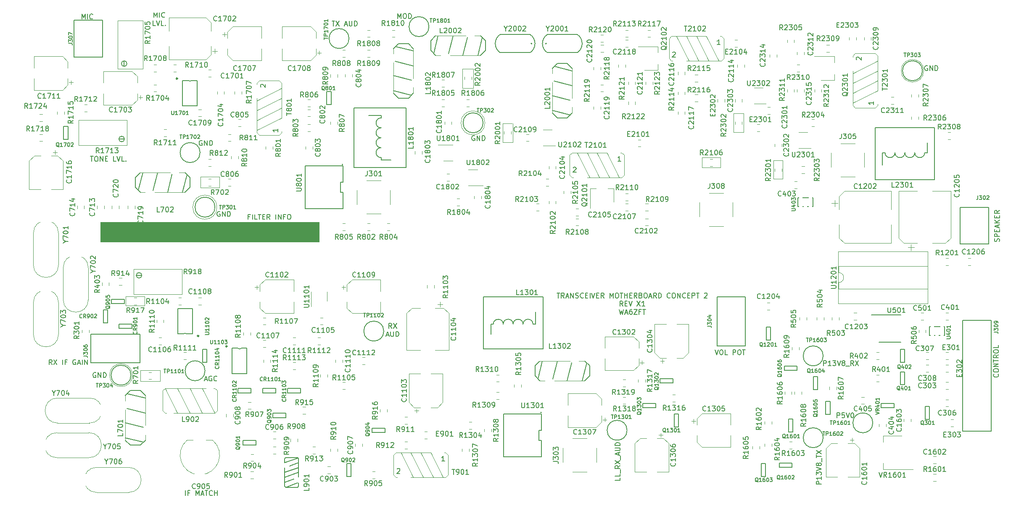
<source format=gto>
G04 #@! TF.GenerationSoftware,KiCad,Pcbnew,5.1.12-84ad8e8a86~92~ubuntu20.04.1*
G04 #@! TF.CreationDate,2022-01-01T09:02:10-08:00*
G04 #@! TF.ProjectId,trx_mobo_concept_2,7472785f-6d6f-4626-9f5f-636f6e636570,rev?*
G04 #@! TF.SameCoordinates,Original*
G04 #@! TF.FileFunction,Legend,Top*
G04 #@! TF.FilePolarity,Positive*
%FSLAX46Y46*%
G04 Gerber Fmt 4.6, Leading zero omitted, Abs format (unit mm)*
G04 Created by KiCad (PCBNEW 5.1.12-84ad8e8a86~92~ubuntu20.04.1) date 2022-01-01 09:02:10*
%MOMM*%
%LPD*%
G01*
G04 APERTURE LIST*
%ADD10C,0.120000*%
%ADD11C,0.150000*%
%ADD12C,0.100000*%
%ADD13C,0.200000*%
%ADD14C,0.152400*%
%ADD15C,0.127000*%
%ADD16C,0.300000*%
%ADD17R,2.500000X3.500000*%
%ADD18C,0.900000*%
%ADD19C,1.440000*%
%ADD20C,2.000000*%
%ADD21C,0.800000*%
%ADD22C,7.000000*%
%ADD23C,2.540000*%
%ADD24R,3.500000X1.600000*%
%ADD25R,1.600000X3.500000*%
%ADD26R,4.000000X2.500000*%
%ADD27R,2.500000X4.000000*%
%ADD28R,3.500000X2.500000*%
%ADD29R,0.800000X0.900000*%
%ADD30R,0.900000X0.800000*%
%ADD31C,2.150000*%
%ADD32C,2.250000*%
%ADD33O,2.100000X1.400000*%
%ADD34R,2.100000X1.400000*%
%ADD35R,1.400000X2.100000*%
%ADD36O,1.400000X2.100000*%
%ADD37C,1.000000*%
%ADD38R,1.000000X1.500000*%
%ADD39R,1.000000X1.800000*%
%ADD40R,2.200000X1.840000*%
%ADD41R,1.840000X2.200000*%
%ADD42R,1.500000X1.000000*%
%ADD43R,1.800000X1.000000*%
%ADD44R,2.032000X2.032000*%
%ADD45R,0.700000X1.000000*%
%ADD46R,1.500000X0.450000*%
%ADD47R,1.650000X2.540000*%
%ADD48R,0.400000X1.560000*%
%ADD49R,1.550000X0.600000*%
%ADD50R,1.600000X2.400000*%
%ADD51O,1.600000X2.400000*%
%ADD52R,1.560000X0.650000*%
%ADD53R,1.060000X0.650000*%
%ADD54R,2.000000X3.800000*%
%ADD55R,2.000000X1.500000*%
%ADD56R,3.000000X1.500000*%
%ADD57R,1.500000X3.000000*%
%ADD58C,0.254000*%
G04 APERTURE END LIST*
D10*
X72422347Y-123880000D02*
G75*
G03*
X72422347Y-123880000I-2302347J0D01*
G01*
X89433105Y-90000000D02*
G75*
G03*
X89433105Y-90000000I-2433105J0D01*
G01*
D11*
X90038095Y-90900000D02*
X89942857Y-90852380D01*
X89800000Y-90852380D01*
X89657142Y-90900000D01*
X89561904Y-90995238D01*
X89514285Y-91090476D01*
X89466666Y-91280952D01*
X89466666Y-91423809D01*
X89514285Y-91614285D01*
X89561904Y-91709523D01*
X89657142Y-91804761D01*
X89800000Y-91852380D01*
X89895238Y-91852380D01*
X90038095Y-91804761D01*
X90085714Y-91757142D01*
X90085714Y-91423809D01*
X89895238Y-91423809D01*
X90514285Y-91852380D02*
X90514285Y-90852380D01*
X91085714Y-91852380D01*
X91085714Y-90852380D01*
X91561904Y-91852380D02*
X91561904Y-90852380D01*
X91800000Y-90852380D01*
X91942857Y-90900000D01*
X92038095Y-90995238D01*
X92085714Y-91090476D01*
X92133333Y-91280952D01*
X92133333Y-91423809D01*
X92085714Y-91614285D01*
X92038095Y-91709523D01*
X91942857Y-91804761D01*
X91800000Y-91852380D01*
X91561904Y-91852380D01*
D10*
X143408319Y-73000000D02*
G75*
G03*
X143408319Y-73000000I-2408319J0D01*
G01*
X231802664Y-62490000D02*
G75*
G03*
X231802664Y-62490000I-2272664J0D01*
G01*
D11*
X232538095Y-61500000D02*
X232442857Y-61452380D01*
X232300000Y-61452380D01*
X232157142Y-61500000D01*
X232061904Y-61595238D01*
X232014285Y-61690476D01*
X231966666Y-61880952D01*
X231966666Y-62023809D01*
X232014285Y-62214285D01*
X232061904Y-62309523D01*
X232157142Y-62404761D01*
X232300000Y-62452380D01*
X232395238Y-62452380D01*
X232538095Y-62404761D01*
X232585714Y-62357142D01*
X232585714Y-62023809D01*
X232395238Y-62023809D01*
X233014285Y-62452380D02*
X233014285Y-61452380D01*
X233585714Y-62452380D01*
X233585714Y-61452380D01*
X234061904Y-62452380D02*
X234061904Y-61452380D01*
X234300000Y-61452380D01*
X234442857Y-61500000D01*
X234538095Y-61595238D01*
X234585714Y-61690476D01*
X234633333Y-61880952D01*
X234633333Y-62023809D01*
X234585714Y-62214285D01*
X234538095Y-62309523D01*
X234442857Y-62404761D01*
X234300000Y-62452380D01*
X234061904Y-62452380D01*
X112604761Y-52452380D02*
X113176190Y-52452380D01*
X112890476Y-53452380D02*
X112890476Y-52452380D01*
X113414285Y-52452380D02*
X114080952Y-53452380D01*
X114080952Y-52452380D02*
X113414285Y-53452380D01*
X115176190Y-53166666D02*
X115652380Y-53166666D01*
X115080952Y-53452380D02*
X115414285Y-52452380D01*
X115747619Y-53452380D01*
X116080952Y-52452380D02*
X116080952Y-53261904D01*
X116128571Y-53357142D01*
X116176190Y-53404761D01*
X116271428Y-53452380D01*
X116461904Y-53452380D01*
X116557142Y-53404761D01*
X116604761Y-53357142D01*
X116652380Y-53261904D01*
X116652380Y-52452380D01*
X117128571Y-53452380D02*
X117128571Y-52452380D01*
X117366666Y-52452380D01*
X117509523Y-52500000D01*
X117604761Y-52595238D01*
X117652380Y-52690476D01*
X117700000Y-52880952D01*
X117700000Y-53023809D01*
X117652380Y-53214285D01*
X117604761Y-53309523D01*
X117509523Y-53404761D01*
X117366666Y-53452380D01*
X117128571Y-53452380D01*
X125842857Y-51952380D02*
X125842857Y-50952380D01*
X126176190Y-51666666D01*
X126509523Y-50952380D01*
X126509523Y-51952380D01*
X127176190Y-50952380D02*
X127366666Y-50952380D01*
X127461904Y-51000000D01*
X127557142Y-51095238D01*
X127604761Y-51285714D01*
X127604761Y-51619047D01*
X127557142Y-51809523D01*
X127461904Y-51904761D01*
X127366666Y-51952380D01*
X127176190Y-51952380D01*
X127080952Y-51904761D01*
X126985714Y-51809523D01*
X126938095Y-51619047D01*
X126938095Y-51285714D01*
X126985714Y-51095238D01*
X127080952Y-51000000D01*
X127176190Y-50952380D01*
X128033333Y-51952380D02*
X128033333Y-50952380D01*
X128271428Y-50952380D01*
X128414285Y-51000000D01*
X128509523Y-51095238D01*
X128557142Y-51190476D01*
X128604761Y-51380952D01*
X128604761Y-51523809D01*
X128557142Y-51714285D01*
X128509523Y-51809523D01*
X128414285Y-51904761D01*
X128271428Y-51952380D01*
X128033333Y-51952380D01*
X141338095Y-75600000D02*
X141242857Y-75552380D01*
X141100000Y-75552380D01*
X140957142Y-75600000D01*
X140861904Y-75695238D01*
X140814285Y-75790476D01*
X140766666Y-75980952D01*
X140766666Y-76123809D01*
X140814285Y-76314285D01*
X140861904Y-76409523D01*
X140957142Y-76504761D01*
X141100000Y-76552380D01*
X141195238Y-76552380D01*
X141338095Y-76504761D01*
X141385714Y-76457142D01*
X141385714Y-76123809D01*
X141195238Y-76123809D01*
X141814285Y-76552380D02*
X141814285Y-75552380D01*
X142385714Y-76552380D01*
X142385714Y-75552380D01*
X142861904Y-76552380D02*
X142861904Y-75552380D01*
X143100000Y-75552380D01*
X143242857Y-75600000D01*
X143338095Y-75695238D01*
X143385714Y-75790476D01*
X143433333Y-75980952D01*
X143433333Y-76123809D01*
X143385714Y-76314285D01*
X143338095Y-76409523D01*
X143242857Y-76504761D01*
X143100000Y-76552380D01*
X142861904Y-76552380D01*
X86961904Y-124766666D02*
X87438095Y-124766666D01*
X86866666Y-125052380D02*
X87200000Y-124052380D01*
X87533333Y-125052380D01*
X88390476Y-124100000D02*
X88295238Y-124052380D01*
X88152380Y-124052380D01*
X88009523Y-124100000D01*
X87914285Y-124195238D01*
X87866666Y-124290476D01*
X87819047Y-124480952D01*
X87819047Y-124623809D01*
X87866666Y-124814285D01*
X87914285Y-124909523D01*
X88009523Y-125004761D01*
X88152380Y-125052380D01*
X88247619Y-125052380D01*
X88390476Y-125004761D01*
X88438095Y-124957142D01*
X88438095Y-124623809D01*
X88247619Y-124623809D01*
X89438095Y-124957142D02*
X89390476Y-125004761D01*
X89247619Y-125052380D01*
X89152380Y-125052380D01*
X89009523Y-125004761D01*
X88914285Y-124909523D01*
X88866666Y-124814285D01*
X88819047Y-124623809D01*
X88819047Y-124480952D01*
X88866666Y-124290476D01*
X88914285Y-124195238D01*
X89009523Y-124100000D01*
X89152380Y-124052380D01*
X89247619Y-124052380D01*
X89390476Y-124100000D01*
X89438095Y-124147619D01*
X124633333Y-114427380D02*
X124300000Y-113951190D01*
X124061904Y-114427380D02*
X124061904Y-113427380D01*
X124442857Y-113427380D01*
X124538095Y-113475000D01*
X124585714Y-113522619D01*
X124633333Y-113617857D01*
X124633333Y-113760714D01*
X124585714Y-113855952D01*
X124538095Y-113903571D01*
X124442857Y-113951190D01*
X124061904Y-113951190D01*
X124966666Y-113427380D02*
X125633333Y-114427380D01*
X125633333Y-113427380D02*
X124966666Y-114427380D01*
X123538095Y-115791666D02*
X124014285Y-115791666D01*
X123442857Y-116077380D02*
X123776190Y-115077380D01*
X124109523Y-116077380D01*
X124442857Y-115077380D02*
X124442857Y-115886904D01*
X124490476Y-115982142D01*
X124538095Y-116029761D01*
X124633333Y-116077380D01*
X124823809Y-116077380D01*
X124919047Y-116029761D01*
X124966666Y-115982142D01*
X125014285Y-115886904D01*
X125014285Y-115077380D01*
X125490476Y-116077380D02*
X125490476Y-115077380D01*
X125728571Y-115077380D01*
X125871428Y-115125000D01*
X125966666Y-115220238D01*
X126014285Y-115315476D01*
X126061904Y-115505952D01*
X126061904Y-115648809D01*
X126014285Y-115839285D01*
X125966666Y-115934523D01*
X125871428Y-116029761D01*
X125728571Y-116077380D01*
X125490476Y-116077380D01*
X170652380Y-144585714D02*
X170652380Y-145061904D01*
X169652380Y-145061904D01*
X170652380Y-143776190D02*
X170652380Y-144252380D01*
X169652380Y-144252380D01*
X170747619Y-143680952D02*
X170747619Y-142919047D01*
X170652380Y-142109523D02*
X170176190Y-142442857D01*
X170652380Y-142680952D02*
X169652380Y-142680952D01*
X169652380Y-142300000D01*
X169700000Y-142204761D01*
X169747619Y-142157142D01*
X169842857Y-142109523D01*
X169985714Y-142109523D01*
X170080952Y-142157142D01*
X170128571Y-142204761D01*
X170176190Y-142300000D01*
X170176190Y-142680952D01*
X169652380Y-141776190D02*
X170652380Y-141109523D01*
X169652380Y-141109523D02*
X170652380Y-141776190D01*
X170747619Y-140966666D02*
X170747619Y-140204761D01*
X170366666Y-140014285D02*
X170366666Y-139538095D01*
X170652380Y-140109523D02*
X169652380Y-139776190D01*
X170652380Y-139442857D01*
X169652380Y-139109523D02*
X170461904Y-139109523D01*
X170557142Y-139061904D01*
X170604761Y-139014285D01*
X170652380Y-138919047D01*
X170652380Y-138728571D01*
X170604761Y-138633333D01*
X170557142Y-138585714D01*
X170461904Y-138538095D01*
X169652380Y-138538095D01*
X170652380Y-138061904D02*
X169652380Y-138061904D01*
X169652380Y-137823809D01*
X169700000Y-137680952D01*
X169795238Y-137585714D01*
X169890476Y-137538095D01*
X170080952Y-137490476D01*
X170223809Y-137490476D01*
X170414285Y-137538095D01*
X170509523Y-137585714D01*
X170604761Y-137680952D01*
X170652380Y-137823809D01*
X170652380Y-138061904D01*
X214357142Y-132452380D02*
X214357142Y-131452380D01*
X214738095Y-131452380D01*
X214833333Y-131500000D01*
X214880952Y-131547619D01*
X214928571Y-131642857D01*
X214928571Y-131785714D01*
X214880952Y-131880952D01*
X214833333Y-131928571D01*
X214738095Y-131976190D01*
X214357142Y-131976190D01*
X215833333Y-131452380D02*
X215357142Y-131452380D01*
X215309523Y-131928571D01*
X215357142Y-131880952D01*
X215452380Y-131833333D01*
X215690476Y-131833333D01*
X215785714Y-131880952D01*
X215833333Y-131928571D01*
X215880952Y-132023809D01*
X215880952Y-132261904D01*
X215833333Y-132357142D01*
X215785714Y-132404761D01*
X215690476Y-132452380D01*
X215452380Y-132452380D01*
X215357142Y-132404761D01*
X215309523Y-132357142D01*
X216166666Y-131452380D02*
X216500000Y-132452380D01*
X216833333Y-131452380D01*
X217357142Y-131452380D02*
X217452380Y-131452380D01*
X217547619Y-131500000D01*
X217595238Y-131547619D01*
X217642857Y-131642857D01*
X217690476Y-131833333D01*
X217690476Y-132071428D01*
X217642857Y-132261904D01*
X217595238Y-132357142D01*
X217547619Y-132404761D01*
X217452380Y-132452380D01*
X217357142Y-132452380D01*
X217261904Y-132404761D01*
X217214285Y-132357142D01*
X217166666Y-132261904D01*
X217119047Y-132071428D01*
X217119047Y-131833333D01*
X217166666Y-131642857D01*
X217214285Y-131547619D01*
X217261904Y-131500000D01*
X217357142Y-131452380D01*
X211152380Y-145857142D02*
X210152380Y-145857142D01*
X210152380Y-145476190D01*
X210200000Y-145380952D01*
X210247619Y-145333333D01*
X210342857Y-145285714D01*
X210485714Y-145285714D01*
X210580952Y-145333333D01*
X210628571Y-145380952D01*
X210676190Y-145476190D01*
X210676190Y-145857142D01*
X211152380Y-144333333D02*
X211152380Y-144904761D01*
X211152380Y-144619047D02*
X210152380Y-144619047D01*
X210295238Y-144714285D01*
X210390476Y-144809523D01*
X210438095Y-144904761D01*
X210152380Y-144000000D02*
X210152380Y-143380952D01*
X210533333Y-143714285D01*
X210533333Y-143571428D01*
X210580952Y-143476190D01*
X210628571Y-143428571D01*
X210723809Y-143380952D01*
X210961904Y-143380952D01*
X211057142Y-143428571D01*
X211104761Y-143476190D01*
X211152380Y-143571428D01*
X211152380Y-143857142D01*
X211104761Y-143952380D01*
X211057142Y-144000000D01*
X210152380Y-143095238D02*
X211152380Y-142761904D01*
X210152380Y-142428571D01*
X210580952Y-141952380D02*
X210533333Y-142047619D01*
X210485714Y-142095238D01*
X210390476Y-142142857D01*
X210342857Y-142142857D01*
X210247619Y-142095238D01*
X210200000Y-142047619D01*
X210152380Y-141952380D01*
X210152380Y-141761904D01*
X210200000Y-141666666D01*
X210247619Y-141619047D01*
X210342857Y-141571428D01*
X210390476Y-141571428D01*
X210485714Y-141619047D01*
X210533333Y-141666666D01*
X210580952Y-141761904D01*
X210580952Y-141952380D01*
X210628571Y-142047619D01*
X210676190Y-142095238D01*
X210771428Y-142142857D01*
X210961904Y-142142857D01*
X211057142Y-142095238D01*
X211104761Y-142047619D01*
X211152380Y-141952380D01*
X211152380Y-141761904D01*
X211104761Y-141666666D01*
X211057142Y-141619047D01*
X210961904Y-141571428D01*
X210771428Y-141571428D01*
X210676190Y-141619047D01*
X210628571Y-141666666D01*
X210580952Y-141761904D01*
X211247619Y-141380952D02*
X211247619Y-140619047D01*
X210152380Y-140523809D02*
X210152380Y-139952380D01*
X211152380Y-140238095D02*
X210152380Y-140238095D01*
X210152380Y-139714285D02*
X211152380Y-139047619D01*
X210152380Y-139047619D02*
X211152380Y-139714285D01*
X211623809Y-121952380D02*
X211623809Y-120952380D01*
X212004761Y-120952380D01*
X212100000Y-121000000D01*
X212147619Y-121047619D01*
X212195238Y-121142857D01*
X212195238Y-121285714D01*
X212147619Y-121380952D01*
X212100000Y-121428571D01*
X212004761Y-121476190D01*
X211623809Y-121476190D01*
X213147619Y-121952380D02*
X212576190Y-121952380D01*
X212861904Y-121952380D02*
X212861904Y-120952380D01*
X212766666Y-121095238D01*
X212671428Y-121190476D01*
X212576190Y-121238095D01*
X213480952Y-120952380D02*
X214100000Y-120952380D01*
X213766666Y-121333333D01*
X213909523Y-121333333D01*
X214004761Y-121380952D01*
X214052380Y-121428571D01*
X214100000Y-121523809D01*
X214100000Y-121761904D01*
X214052380Y-121857142D01*
X214004761Y-121904761D01*
X213909523Y-121952380D01*
X213623809Y-121952380D01*
X213528571Y-121904761D01*
X213480952Y-121857142D01*
X214385714Y-120952380D02*
X214719047Y-121952380D01*
X215052380Y-120952380D01*
X215528571Y-121380952D02*
X215433333Y-121333333D01*
X215385714Y-121285714D01*
X215338095Y-121190476D01*
X215338095Y-121142857D01*
X215385714Y-121047619D01*
X215433333Y-121000000D01*
X215528571Y-120952380D01*
X215719047Y-120952380D01*
X215814285Y-121000000D01*
X215861904Y-121047619D01*
X215909523Y-121142857D01*
X215909523Y-121190476D01*
X215861904Y-121285714D01*
X215814285Y-121333333D01*
X215719047Y-121380952D01*
X215528571Y-121380952D01*
X215433333Y-121428571D01*
X215385714Y-121476190D01*
X215338095Y-121571428D01*
X215338095Y-121761904D01*
X215385714Y-121857142D01*
X215433333Y-121904761D01*
X215528571Y-121952380D01*
X215719047Y-121952380D01*
X215814285Y-121904761D01*
X215861904Y-121857142D01*
X215909523Y-121761904D01*
X215909523Y-121571428D01*
X215861904Y-121476190D01*
X215814285Y-121428571D01*
X215719047Y-121380952D01*
X216100000Y-122047619D02*
X216861904Y-122047619D01*
X217671428Y-121952380D02*
X217338095Y-121476190D01*
X217100000Y-121952380D02*
X217100000Y-120952380D01*
X217480952Y-120952380D01*
X217576190Y-121000000D01*
X217623809Y-121047619D01*
X217671428Y-121142857D01*
X217671428Y-121285714D01*
X217623809Y-121380952D01*
X217576190Y-121428571D01*
X217480952Y-121476190D01*
X217100000Y-121476190D01*
X218004761Y-120952380D02*
X218671428Y-121952380D01*
X218671428Y-120952380D02*
X218004761Y-121952380D01*
X247004761Y-96919047D02*
X247052380Y-96776190D01*
X247052380Y-96538095D01*
X247004761Y-96442857D01*
X246957142Y-96395238D01*
X246861904Y-96347619D01*
X246766666Y-96347619D01*
X246671428Y-96395238D01*
X246623809Y-96442857D01*
X246576190Y-96538095D01*
X246528571Y-96728571D01*
X246480952Y-96823809D01*
X246433333Y-96871428D01*
X246338095Y-96919047D01*
X246242857Y-96919047D01*
X246147619Y-96871428D01*
X246100000Y-96823809D01*
X246052380Y-96728571D01*
X246052380Y-96490476D01*
X246100000Y-96347619D01*
X247052380Y-95919047D02*
X246052380Y-95919047D01*
X246052380Y-95538095D01*
X246100000Y-95442857D01*
X246147619Y-95395238D01*
X246242857Y-95347619D01*
X246385714Y-95347619D01*
X246480952Y-95395238D01*
X246528571Y-95442857D01*
X246576190Y-95538095D01*
X246576190Y-95919047D01*
X246528571Y-94919047D02*
X246528571Y-94585714D01*
X247052380Y-94442857D02*
X247052380Y-94919047D01*
X246052380Y-94919047D01*
X246052380Y-94442857D01*
X246766666Y-94061904D02*
X246766666Y-93585714D01*
X247052380Y-94157142D02*
X246052380Y-93823809D01*
X247052380Y-93490476D01*
X247052380Y-93157142D02*
X246052380Y-93157142D01*
X247052380Y-92585714D02*
X246480952Y-93014285D01*
X246052380Y-92585714D02*
X246623809Y-93157142D01*
X246528571Y-92157142D02*
X246528571Y-91823809D01*
X247052380Y-91680952D02*
X247052380Y-92157142D01*
X246052380Y-92157142D01*
X246052380Y-91680952D01*
X247052380Y-90680952D02*
X246576190Y-91014285D01*
X247052380Y-91252380D02*
X246052380Y-91252380D01*
X246052380Y-90871428D01*
X246100000Y-90776190D01*
X246147619Y-90728571D01*
X246242857Y-90680952D01*
X246385714Y-90680952D01*
X246480952Y-90728571D01*
X246528571Y-90776190D01*
X246576190Y-90871428D01*
X246576190Y-91252380D01*
X83085714Y-148152380D02*
X83085714Y-147152380D01*
X83895238Y-147628571D02*
X83561904Y-147628571D01*
X83561904Y-148152380D02*
X83561904Y-147152380D01*
X84038095Y-147152380D01*
X85180952Y-148152380D02*
X85180952Y-147152380D01*
X85514285Y-147866666D01*
X85847619Y-147152380D01*
X85847619Y-148152380D01*
X86276190Y-147866666D02*
X86752380Y-147866666D01*
X86180952Y-148152380D02*
X86514285Y-147152380D01*
X86847619Y-148152380D01*
X87038095Y-147152380D02*
X87609523Y-147152380D01*
X87323809Y-148152380D02*
X87323809Y-147152380D01*
X88514285Y-148057142D02*
X88466666Y-148104761D01*
X88323809Y-148152380D01*
X88228571Y-148152380D01*
X88085714Y-148104761D01*
X87990476Y-148009523D01*
X87942857Y-147914285D01*
X87895238Y-147723809D01*
X87895238Y-147580952D01*
X87942857Y-147390476D01*
X87990476Y-147295238D01*
X88085714Y-147200000D01*
X88228571Y-147152380D01*
X88323809Y-147152380D01*
X88466666Y-147200000D01*
X88514285Y-147247619D01*
X88942857Y-148152380D02*
X88942857Y-147152380D01*
X88942857Y-147628571D02*
X89514285Y-147628571D01*
X89514285Y-148152380D02*
X89514285Y-147152380D01*
X189752380Y-118752380D02*
X190085714Y-119752380D01*
X190419047Y-118752380D01*
X190942857Y-118752380D02*
X191133333Y-118752380D01*
X191228571Y-118800000D01*
X191323809Y-118895238D01*
X191371428Y-119085714D01*
X191371428Y-119419047D01*
X191323809Y-119609523D01*
X191228571Y-119704761D01*
X191133333Y-119752380D01*
X190942857Y-119752380D01*
X190847619Y-119704761D01*
X190752380Y-119609523D01*
X190704761Y-119419047D01*
X190704761Y-119085714D01*
X190752380Y-118895238D01*
X190847619Y-118800000D01*
X190942857Y-118752380D01*
X192276190Y-119752380D02*
X191800000Y-119752380D01*
X191800000Y-118752380D01*
X193371428Y-119752380D02*
X193371428Y-118752380D01*
X193752380Y-118752380D01*
X193847619Y-118800000D01*
X193895238Y-118847619D01*
X193942857Y-118942857D01*
X193942857Y-119085714D01*
X193895238Y-119180952D01*
X193847619Y-119228571D01*
X193752380Y-119276190D01*
X193371428Y-119276190D01*
X194561904Y-118752380D02*
X194752380Y-118752380D01*
X194847619Y-118800000D01*
X194942857Y-118895238D01*
X194990476Y-119085714D01*
X194990476Y-119419047D01*
X194942857Y-119609523D01*
X194847619Y-119704761D01*
X194752380Y-119752380D01*
X194561904Y-119752380D01*
X194466666Y-119704761D01*
X194371428Y-119609523D01*
X194323809Y-119419047D01*
X194323809Y-119085714D01*
X194371428Y-118895238D01*
X194466666Y-118800000D01*
X194561904Y-118752380D01*
X195276190Y-118752380D02*
X195847619Y-118752380D01*
X195561904Y-119752380D02*
X195561904Y-118752380D01*
X246757142Y-123647619D02*
X246804761Y-123695238D01*
X246852380Y-123838095D01*
X246852380Y-123933333D01*
X246804761Y-124076190D01*
X246709523Y-124171428D01*
X246614285Y-124219047D01*
X246423809Y-124266666D01*
X246280952Y-124266666D01*
X246090476Y-124219047D01*
X245995238Y-124171428D01*
X245900000Y-124076190D01*
X245852380Y-123933333D01*
X245852380Y-123838095D01*
X245900000Y-123695238D01*
X245947619Y-123647619D01*
X245852380Y-123028571D02*
X245852380Y-122838095D01*
X245900000Y-122742857D01*
X245995238Y-122647619D01*
X246185714Y-122600000D01*
X246519047Y-122600000D01*
X246709523Y-122647619D01*
X246804761Y-122742857D01*
X246852380Y-122838095D01*
X246852380Y-123028571D01*
X246804761Y-123123809D01*
X246709523Y-123219047D01*
X246519047Y-123266666D01*
X246185714Y-123266666D01*
X245995238Y-123219047D01*
X245900000Y-123123809D01*
X245852380Y-123028571D01*
X246852380Y-122171428D02*
X245852380Y-122171428D01*
X246852380Y-121600000D01*
X245852380Y-121600000D01*
X245852380Y-121266666D02*
X245852380Y-120695238D01*
X246852380Y-120980952D02*
X245852380Y-120980952D01*
X246852380Y-119790476D02*
X246376190Y-120123809D01*
X246852380Y-120361904D02*
X245852380Y-120361904D01*
X245852380Y-119980952D01*
X245900000Y-119885714D01*
X245947619Y-119838095D01*
X246042857Y-119790476D01*
X246185714Y-119790476D01*
X246280952Y-119838095D01*
X246328571Y-119885714D01*
X246376190Y-119980952D01*
X246376190Y-120361904D01*
X245852380Y-119171428D02*
X245852380Y-118980952D01*
X245900000Y-118885714D01*
X245995238Y-118790476D01*
X246185714Y-118742857D01*
X246519047Y-118742857D01*
X246709523Y-118790476D01*
X246804761Y-118885714D01*
X246852380Y-118980952D01*
X246852380Y-119171428D01*
X246804761Y-119266666D01*
X246709523Y-119361904D01*
X246519047Y-119409523D01*
X246185714Y-119409523D01*
X245995238Y-119361904D01*
X245900000Y-119266666D01*
X245852380Y-119171428D01*
X246852380Y-117838095D02*
X246852380Y-118314285D01*
X245852380Y-118314285D01*
D10*
X190900000Y-80000000D02*
X187100000Y-80000000D01*
X190900000Y-82000000D02*
X190900000Y-80000000D01*
X187100000Y-82000000D02*
X190900000Y-82000000D01*
X187100000Y-80000000D02*
X187100000Y-82000000D01*
X201500000Y-84300000D02*
X201500000Y-80600000D01*
X203400000Y-84300000D02*
X201500000Y-84300000D01*
X203400000Y-80600000D02*
X203400000Y-84300000D01*
X201500000Y-80600000D02*
X203400000Y-80600000D01*
X195500000Y-74900000D02*
X195500000Y-71100000D01*
X193500000Y-74900000D02*
X195500000Y-74900000D01*
X193500000Y-71100000D02*
X193500000Y-74900000D01*
X195400000Y-71100000D02*
X193500000Y-71100000D01*
X149000000Y-76900000D02*
X149000000Y-73100000D01*
X147000000Y-76900000D02*
X149000000Y-76900000D01*
X147000000Y-73100000D02*
X147000000Y-76900000D01*
X148900000Y-73100000D02*
X147000000Y-73100000D01*
X138900000Y-62100000D02*
X141100000Y-62100000D01*
X138900000Y-66000000D02*
X138900000Y-62100000D01*
X141100000Y-66000000D02*
X138900000Y-66000000D01*
X141100000Y-62100000D02*
X141100000Y-66000000D01*
X71100000Y-109900000D02*
X71100000Y-108000000D01*
X74900000Y-109900000D02*
X71100000Y-109900000D01*
X74900000Y-108000000D02*
X74900000Y-109900000D01*
X71100000Y-108000000D02*
X74900000Y-108000000D01*
X86100000Y-86100000D02*
X86100000Y-83900000D01*
X89900000Y-86100000D02*
X86100000Y-86100000D01*
X89900000Y-83900000D02*
X89900000Y-86100000D01*
X86100000Y-83900000D02*
X89900000Y-83900000D01*
X74000000Y-125100000D02*
X74000000Y-122900000D01*
X78000000Y-125100000D02*
X74000000Y-125100000D01*
X78000000Y-122900000D02*
X78000000Y-125100000D01*
X74000000Y-122900000D02*
X78000000Y-122900000D01*
D11*
X86438095Y-76600000D02*
X86342857Y-76552380D01*
X86200000Y-76552380D01*
X86057142Y-76600000D01*
X85961904Y-76695238D01*
X85914285Y-76790476D01*
X85866666Y-76980952D01*
X85866666Y-77123809D01*
X85914285Y-77314285D01*
X85961904Y-77409523D01*
X86057142Y-77504761D01*
X86200000Y-77552380D01*
X86295238Y-77552380D01*
X86438095Y-77504761D01*
X86485714Y-77457142D01*
X86485714Y-77123809D01*
X86295238Y-77123809D01*
X86914285Y-77552380D02*
X86914285Y-76552380D01*
X87485714Y-77552380D01*
X87485714Y-76552380D01*
X87961904Y-77552380D02*
X87961904Y-76552380D01*
X88200000Y-76552380D01*
X88342857Y-76600000D01*
X88438095Y-76695238D01*
X88485714Y-76790476D01*
X88533333Y-76980952D01*
X88533333Y-77123809D01*
X88485714Y-77314285D01*
X88438095Y-77409523D01*
X88342857Y-77504761D01*
X88200000Y-77552380D01*
X87961904Y-77552380D01*
X65038095Y-123400000D02*
X64942857Y-123352380D01*
X64800000Y-123352380D01*
X64657142Y-123400000D01*
X64561904Y-123495238D01*
X64514285Y-123590476D01*
X64466666Y-123780952D01*
X64466666Y-123923809D01*
X64514285Y-124114285D01*
X64561904Y-124209523D01*
X64657142Y-124304761D01*
X64800000Y-124352380D01*
X64895238Y-124352380D01*
X65038095Y-124304761D01*
X65085714Y-124257142D01*
X65085714Y-123923809D01*
X64895238Y-123923809D01*
X65514285Y-124352380D02*
X65514285Y-123352380D01*
X66085714Y-124352380D01*
X66085714Y-123352380D01*
X66561904Y-124352380D02*
X66561904Y-123352380D01*
X66800000Y-123352380D01*
X66942857Y-123400000D01*
X67038095Y-123495238D01*
X67085714Y-123590476D01*
X67133333Y-123780952D01*
X67133333Y-123923809D01*
X67085714Y-124114285D01*
X67038095Y-124209523D01*
X66942857Y-124304761D01*
X66800000Y-124352380D01*
X66561904Y-124352380D01*
X56214285Y-121752380D02*
X55880952Y-121276190D01*
X55642857Y-121752380D02*
X55642857Y-120752380D01*
X56023809Y-120752380D01*
X56119047Y-120800000D01*
X56166666Y-120847619D01*
X56214285Y-120942857D01*
X56214285Y-121085714D01*
X56166666Y-121180952D01*
X56119047Y-121228571D01*
X56023809Y-121276190D01*
X55642857Y-121276190D01*
X56547619Y-120752380D02*
X57214285Y-121752380D01*
X57214285Y-120752380D02*
X56547619Y-121752380D01*
X58357142Y-121752380D02*
X58357142Y-120752380D01*
X59166666Y-121228571D02*
X58833333Y-121228571D01*
X58833333Y-121752380D02*
X58833333Y-120752380D01*
X59309523Y-120752380D01*
X60976190Y-120800000D02*
X60880952Y-120752380D01*
X60738095Y-120752380D01*
X60595238Y-120800000D01*
X60500000Y-120895238D01*
X60452380Y-120990476D01*
X60404761Y-121180952D01*
X60404761Y-121323809D01*
X60452380Y-121514285D01*
X60500000Y-121609523D01*
X60595238Y-121704761D01*
X60738095Y-121752380D01*
X60833333Y-121752380D01*
X60976190Y-121704761D01*
X61023809Y-121657142D01*
X61023809Y-121323809D01*
X60833333Y-121323809D01*
X61404761Y-121466666D02*
X61880952Y-121466666D01*
X61309523Y-121752380D02*
X61642857Y-120752380D01*
X61976190Y-121752380D01*
X62309523Y-121752380D02*
X62309523Y-120752380D01*
X62785714Y-121752380D02*
X62785714Y-120752380D01*
X63357142Y-121752380D01*
X63357142Y-120752380D01*
X62228571Y-52052380D02*
X62228571Y-51052380D01*
X62561904Y-51766666D01*
X62895238Y-51052380D01*
X62895238Y-52052380D01*
X63371428Y-52052380D02*
X63371428Y-51052380D01*
X64419047Y-51957142D02*
X64371428Y-52004761D01*
X64228571Y-52052380D01*
X64133333Y-52052380D01*
X63990476Y-52004761D01*
X63895238Y-51909523D01*
X63847619Y-51814285D01*
X63800000Y-51623809D01*
X63800000Y-51480952D01*
X63847619Y-51290476D01*
X63895238Y-51195238D01*
X63990476Y-51100000D01*
X64133333Y-51052380D01*
X64228571Y-51052380D01*
X64371428Y-51100000D01*
X64419047Y-51147619D01*
X96071428Y-91928571D02*
X95738095Y-91928571D01*
X95738095Y-92452380D02*
X95738095Y-91452380D01*
X96214285Y-91452380D01*
X96595238Y-92452380D02*
X96595238Y-91452380D01*
X97547619Y-92452380D02*
X97071428Y-92452380D01*
X97071428Y-91452380D01*
X97738095Y-91452380D02*
X98309523Y-91452380D01*
X98023809Y-92452380D02*
X98023809Y-91452380D01*
X98642857Y-91928571D02*
X98976190Y-91928571D01*
X99119047Y-92452380D02*
X98642857Y-92452380D01*
X98642857Y-91452380D01*
X99119047Y-91452380D01*
X100119047Y-92452380D02*
X99785714Y-91976190D01*
X99547619Y-92452380D02*
X99547619Y-91452380D01*
X99928571Y-91452380D01*
X100023809Y-91500000D01*
X100071428Y-91547619D01*
X100119047Y-91642857D01*
X100119047Y-91785714D01*
X100071428Y-91880952D01*
X100023809Y-91928571D01*
X99928571Y-91976190D01*
X99547619Y-91976190D01*
X101309523Y-92452380D02*
X101309523Y-91452380D01*
X101785714Y-92452380D02*
X101785714Y-91452380D01*
X102357142Y-92452380D01*
X102357142Y-91452380D01*
X103166666Y-91928571D02*
X102833333Y-91928571D01*
X102833333Y-92452380D02*
X102833333Y-91452380D01*
X103309523Y-91452380D01*
X103880952Y-91452380D02*
X104071428Y-91452380D01*
X104166666Y-91500000D01*
X104261904Y-91595238D01*
X104309523Y-91785714D01*
X104309523Y-92119047D01*
X104261904Y-92309523D01*
X104166666Y-92404761D01*
X104071428Y-92452380D01*
X103880952Y-92452380D01*
X103785714Y-92404761D01*
X103690476Y-92309523D01*
X103642857Y-92119047D01*
X103642857Y-91785714D01*
X103690476Y-91595238D01*
X103785714Y-91500000D01*
X103880952Y-91452380D01*
D12*
G36*
X110000000Y-97000000D02*
G01*
X66000000Y-97000000D01*
X66000000Y-93000000D01*
X110000000Y-93000000D01*
X110000000Y-97000000D01*
G37*
X110000000Y-97000000D02*
X66000000Y-97000000D01*
X66000000Y-93000000D01*
X110000000Y-93000000D01*
X110000000Y-97000000D01*
D11*
X76728571Y-51727380D02*
X76728571Y-50727380D01*
X77061904Y-51441666D01*
X77395238Y-50727380D01*
X77395238Y-51727380D01*
X77871428Y-51727380D02*
X77871428Y-50727380D01*
X78919047Y-51632142D02*
X78871428Y-51679761D01*
X78728571Y-51727380D01*
X78633333Y-51727380D01*
X78490476Y-51679761D01*
X78395238Y-51584523D01*
X78347619Y-51489285D01*
X78300000Y-51298809D01*
X78300000Y-51155952D01*
X78347619Y-50965476D01*
X78395238Y-50870238D01*
X78490476Y-50775000D01*
X78633333Y-50727380D01*
X78728571Y-50727380D01*
X78871428Y-50775000D01*
X78919047Y-50822619D01*
X77038095Y-53377380D02*
X76561904Y-53377380D01*
X76561904Y-52377380D01*
X77228571Y-52377380D02*
X77561904Y-53377380D01*
X77895238Y-52377380D01*
X78704761Y-53377380D02*
X78228571Y-53377380D01*
X78228571Y-52377380D01*
X79038095Y-53282142D02*
X79085714Y-53329761D01*
X79038095Y-53377380D01*
X78990476Y-53329761D01*
X79038095Y-53282142D01*
X79038095Y-53377380D01*
X63957142Y-79752380D02*
X64528571Y-79752380D01*
X64242857Y-80752380D02*
X64242857Y-79752380D01*
X65052380Y-79752380D02*
X65242857Y-79752380D01*
X65338095Y-79800000D01*
X65433333Y-79895238D01*
X65480952Y-80085714D01*
X65480952Y-80419047D01*
X65433333Y-80609523D01*
X65338095Y-80704761D01*
X65242857Y-80752380D01*
X65052380Y-80752380D01*
X64957142Y-80704761D01*
X64861904Y-80609523D01*
X64814285Y-80419047D01*
X64814285Y-80085714D01*
X64861904Y-79895238D01*
X64957142Y-79800000D01*
X65052380Y-79752380D01*
X65909523Y-80752380D02*
X65909523Y-79752380D01*
X66480952Y-80752380D01*
X66480952Y-79752380D01*
X66957142Y-80228571D02*
X67290476Y-80228571D01*
X67433333Y-80752380D02*
X66957142Y-80752380D01*
X66957142Y-79752380D01*
X67433333Y-79752380D01*
X69100000Y-80752380D02*
X68623809Y-80752380D01*
X68623809Y-79752380D01*
X69290476Y-79752380D02*
X69623809Y-80752380D01*
X69957142Y-79752380D01*
X70766666Y-80752380D02*
X70290476Y-80752380D01*
X70290476Y-79752380D01*
X71100000Y-80657142D02*
X71147619Y-80704761D01*
X71100000Y-80752380D01*
X71052380Y-80704761D01*
X71100000Y-80657142D01*
X71100000Y-80752380D01*
X157909523Y-107302380D02*
X158480952Y-107302380D01*
X158195238Y-108302380D02*
X158195238Y-107302380D01*
X159385714Y-108302380D02*
X159052380Y-107826190D01*
X158814285Y-108302380D02*
X158814285Y-107302380D01*
X159195238Y-107302380D01*
X159290476Y-107350000D01*
X159338095Y-107397619D01*
X159385714Y-107492857D01*
X159385714Y-107635714D01*
X159338095Y-107730952D01*
X159290476Y-107778571D01*
X159195238Y-107826190D01*
X158814285Y-107826190D01*
X159766666Y-108016666D02*
X160242857Y-108016666D01*
X159671428Y-108302380D02*
X160004761Y-107302380D01*
X160338095Y-108302380D01*
X160671428Y-108302380D02*
X160671428Y-107302380D01*
X161242857Y-108302380D01*
X161242857Y-107302380D01*
X161671428Y-108254761D02*
X161814285Y-108302380D01*
X162052380Y-108302380D01*
X162147619Y-108254761D01*
X162195238Y-108207142D01*
X162242857Y-108111904D01*
X162242857Y-108016666D01*
X162195238Y-107921428D01*
X162147619Y-107873809D01*
X162052380Y-107826190D01*
X161861904Y-107778571D01*
X161766666Y-107730952D01*
X161719047Y-107683333D01*
X161671428Y-107588095D01*
X161671428Y-107492857D01*
X161719047Y-107397619D01*
X161766666Y-107350000D01*
X161861904Y-107302380D01*
X162100000Y-107302380D01*
X162242857Y-107350000D01*
X163242857Y-108207142D02*
X163195238Y-108254761D01*
X163052380Y-108302380D01*
X162957142Y-108302380D01*
X162814285Y-108254761D01*
X162719047Y-108159523D01*
X162671428Y-108064285D01*
X162623809Y-107873809D01*
X162623809Y-107730952D01*
X162671428Y-107540476D01*
X162719047Y-107445238D01*
X162814285Y-107350000D01*
X162957142Y-107302380D01*
X163052380Y-107302380D01*
X163195238Y-107350000D01*
X163242857Y-107397619D01*
X163671428Y-107778571D02*
X164004761Y-107778571D01*
X164147619Y-108302380D02*
X163671428Y-108302380D01*
X163671428Y-107302380D01*
X164147619Y-107302380D01*
X164576190Y-108302380D02*
X164576190Y-107302380D01*
X164909523Y-107302380D02*
X165242857Y-108302380D01*
X165576190Y-107302380D01*
X165909523Y-107778571D02*
X166242857Y-107778571D01*
X166385714Y-108302380D02*
X165909523Y-108302380D01*
X165909523Y-107302380D01*
X166385714Y-107302380D01*
X167385714Y-108302380D02*
X167052380Y-107826190D01*
X166814285Y-108302380D02*
X166814285Y-107302380D01*
X167195238Y-107302380D01*
X167290476Y-107350000D01*
X167338095Y-107397619D01*
X167385714Y-107492857D01*
X167385714Y-107635714D01*
X167338095Y-107730952D01*
X167290476Y-107778571D01*
X167195238Y-107826190D01*
X166814285Y-107826190D01*
X168576190Y-108302380D02*
X168576190Y-107302380D01*
X168909523Y-108016666D01*
X169242857Y-107302380D01*
X169242857Y-108302380D01*
X169909523Y-107302380D02*
X170100000Y-107302380D01*
X170195238Y-107350000D01*
X170290476Y-107445238D01*
X170338095Y-107635714D01*
X170338095Y-107969047D01*
X170290476Y-108159523D01*
X170195238Y-108254761D01*
X170100000Y-108302380D01*
X169909523Y-108302380D01*
X169814285Y-108254761D01*
X169719047Y-108159523D01*
X169671428Y-107969047D01*
X169671428Y-107635714D01*
X169719047Y-107445238D01*
X169814285Y-107350000D01*
X169909523Y-107302380D01*
X170623809Y-107302380D02*
X171195238Y-107302380D01*
X170909523Y-108302380D02*
X170909523Y-107302380D01*
X171528571Y-108302380D02*
X171528571Y-107302380D01*
X171528571Y-107778571D02*
X172099999Y-107778571D01*
X172099999Y-108302380D02*
X172099999Y-107302380D01*
X172576190Y-107778571D02*
X172909523Y-107778571D01*
X173052380Y-108302380D02*
X172576190Y-108302380D01*
X172576190Y-107302380D01*
X173052380Y-107302380D01*
X174052380Y-108302380D02*
X173719047Y-107826190D01*
X173480952Y-108302380D02*
X173480952Y-107302380D01*
X173861904Y-107302380D01*
X173957142Y-107350000D01*
X174004761Y-107397619D01*
X174052380Y-107492857D01*
X174052380Y-107635714D01*
X174004761Y-107730952D01*
X173957142Y-107778571D01*
X173861904Y-107826190D01*
X173480952Y-107826190D01*
X174814285Y-107778571D02*
X174957142Y-107826190D01*
X175004761Y-107873809D01*
X175052380Y-107969047D01*
X175052380Y-108111904D01*
X175004761Y-108207142D01*
X174957142Y-108254761D01*
X174861904Y-108302380D01*
X174480952Y-108302380D01*
X174480952Y-107302380D01*
X174814285Y-107302380D01*
X174909523Y-107350000D01*
X174957142Y-107397619D01*
X175004761Y-107492857D01*
X175004761Y-107588095D01*
X174957142Y-107683333D01*
X174909523Y-107730952D01*
X174814285Y-107778571D01*
X174480952Y-107778571D01*
X175671428Y-107302380D02*
X175861904Y-107302380D01*
X175957142Y-107350000D01*
X176052380Y-107445238D01*
X176099999Y-107635714D01*
X176099999Y-107969047D01*
X176052380Y-108159523D01*
X175957142Y-108254761D01*
X175861904Y-108302380D01*
X175671428Y-108302380D01*
X175576190Y-108254761D01*
X175480952Y-108159523D01*
X175433333Y-107969047D01*
X175433333Y-107635714D01*
X175480952Y-107445238D01*
X175576190Y-107350000D01*
X175671428Y-107302380D01*
X176480952Y-108016666D02*
X176957142Y-108016666D01*
X176385714Y-108302380D02*
X176719047Y-107302380D01*
X177052380Y-108302380D01*
X177957142Y-108302380D02*
X177623809Y-107826190D01*
X177385714Y-108302380D02*
X177385714Y-107302380D01*
X177766666Y-107302380D01*
X177861904Y-107350000D01*
X177909523Y-107397619D01*
X177957142Y-107492857D01*
X177957142Y-107635714D01*
X177909523Y-107730952D01*
X177861904Y-107778571D01*
X177766666Y-107826190D01*
X177385714Y-107826190D01*
X178385714Y-108302380D02*
X178385714Y-107302380D01*
X178623809Y-107302380D01*
X178766666Y-107350000D01*
X178861904Y-107445238D01*
X178909523Y-107540476D01*
X178957142Y-107730952D01*
X178957142Y-107873809D01*
X178909523Y-108064285D01*
X178861904Y-108159523D01*
X178766666Y-108254761D01*
X178623809Y-108302380D01*
X178385714Y-108302380D01*
X180719047Y-108207142D02*
X180671428Y-108254761D01*
X180528571Y-108302380D01*
X180433333Y-108302380D01*
X180290476Y-108254761D01*
X180195238Y-108159523D01*
X180147619Y-108064285D01*
X180099999Y-107873809D01*
X180099999Y-107730952D01*
X180147619Y-107540476D01*
X180195238Y-107445238D01*
X180290476Y-107350000D01*
X180433333Y-107302380D01*
X180528571Y-107302380D01*
X180671428Y-107350000D01*
X180719047Y-107397619D01*
X181338095Y-107302380D02*
X181528571Y-107302380D01*
X181623809Y-107350000D01*
X181719047Y-107445238D01*
X181766666Y-107635714D01*
X181766666Y-107969047D01*
X181719047Y-108159523D01*
X181623809Y-108254761D01*
X181528571Y-108302380D01*
X181338095Y-108302380D01*
X181242857Y-108254761D01*
X181147619Y-108159523D01*
X181099999Y-107969047D01*
X181099999Y-107635714D01*
X181147619Y-107445238D01*
X181242857Y-107350000D01*
X181338095Y-107302380D01*
X182195238Y-108302380D02*
X182195238Y-107302380D01*
X182766666Y-108302380D01*
X182766666Y-107302380D01*
X183814285Y-108207142D02*
X183766666Y-108254761D01*
X183623809Y-108302380D01*
X183528571Y-108302380D01*
X183385714Y-108254761D01*
X183290476Y-108159523D01*
X183242857Y-108064285D01*
X183195238Y-107873809D01*
X183195238Y-107730952D01*
X183242857Y-107540476D01*
X183290476Y-107445238D01*
X183385714Y-107350000D01*
X183528571Y-107302380D01*
X183623809Y-107302380D01*
X183766666Y-107350000D01*
X183814285Y-107397619D01*
X184242857Y-107778571D02*
X184576190Y-107778571D01*
X184719047Y-108302380D02*
X184242857Y-108302380D01*
X184242857Y-107302380D01*
X184719047Y-107302380D01*
X185147619Y-108302380D02*
X185147619Y-107302380D01*
X185528571Y-107302380D01*
X185623809Y-107350000D01*
X185671428Y-107397619D01*
X185719047Y-107492857D01*
X185719047Y-107635714D01*
X185671428Y-107730952D01*
X185623809Y-107778571D01*
X185528571Y-107826190D01*
X185147619Y-107826190D01*
X186004761Y-107302380D02*
X186576190Y-107302380D01*
X186290476Y-108302380D02*
X186290476Y-107302380D01*
X187623809Y-107397619D02*
X187671428Y-107350000D01*
X187766666Y-107302380D01*
X188004761Y-107302380D01*
X188099999Y-107350000D01*
X188147619Y-107397619D01*
X188195238Y-107492857D01*
X188195238Y-107588095D01*
X188147619Y-107730952D01*
X187576190Y-108302380D01*
X188195238Y-108302380D01*
X171195238Y-109952380D02*
X170861904Y-109476190D01*
X170623809Y-109952380D02*
X170623809Y-108952380D01*
X171004761Y-108952380D01*
X171100000Y-109000000D01*
X171147619Y-109047619D01*
X171195238Y-109142857D01*
X171195238Y-109285714D01*
X171147619Y-109380952D01*
X171100000Y-109428571D01*
X171004761Y-109476190D01*
X170623809Y-109476190D01*
X171623809Y-109428571D02*
X171957142Y-109428571D01*
X172100000Y-109952380D02*
X171623809Y-109952380D01*
X171623809Y-108952380D01*
X172100000Y-108952380D01*
X172385714Y-108952380D02*
X172719047Y-109952380D01*
X173052380Y-108952380D01*
X174052380Y-108952380D02*
X174719047Y-109952380D01*
X174719047Y-108952380D02*
X174052380Y-109952380D01*
X175623809Y-109952380D02*
X175052380Y-109952380D01*
X175338095Y-109952380D02*
X175338095Y-108952380D01*
X175242857Y-109095238D01*
X175147619Y-109190476D01*
X175052380Y-109238095D01*
X170480952Y-110602380D02*
X170719047Y-111602380D01*
X170909523Y-110888095D01*
X171100000Y-111602380D01*
X171338095Y-110602380D01*
X171671428Y-111316666D02*
X172147619Y-111316666D01*
X171576190Y-111602380D02*
X171909523Y-110602380D01*
X172242857Y-111602380D01*
X173004761Y-110602380D02*
X172814285Y-110602380D01*
X172719047Y-110650000D01*
X172671428Y-110697619D01*
X172576190Y-110840476D01*
X172528571Y-111030952D01*
X172528571Y-111411904D01*
X172576190Y-111507142D01*
X172623809Y-111554761D01*
X172719047Y-111602380D01*
X172909523Y-111602380D01*
X173004761Y-111554761D01*
X173052380Y-111507142D01*
X173100000Y-111411904D01*
X173100000Y-111173809D01*
X173052380Y-111078571D01*
X173004761Y-111030952D01*
X172909523Y-110983333D01*
X172719047Y-110983333D01*
X172623809Y-111030952D01*
X172576190Y-111078571D01*
X172528571Y-111173809D01*
X173433333Y-110602380D02*
X174100000Y-110602380D01*
X173433333Y-111602380D01*
X174100000Y-111602380D01*
X174814285Y-111078571D02*
X174480952Y-111078571D01*
X174480952Y-111602380D02*
X174480952Y-110602380D01*
X174957142Y-110602380D01*
X175195238Y-110602380D02*
X175766666Y-110602380D01*
X175480952Y-111602380D02*
X175480952Y-110602380D01*
D10*
X127640000Y-118860000D02*
X130390000Y-118860000D01*
X136160000Y-118860000D02*
X133410000Y-118860000D01*
X136160000Y-111404437D02*
X136160000Y-118860000D01*
X127640000Y-111404437D02*
X127640000Y-118860000D01*
X128704437Y-110340000D02*
X130390000Y-110340000D01*
X135095563Y-110340000D02*
X133410000Y-110340000D01*
X135095563Y-110340000D02*
X136160000Y-111404437D01*
X128704437Y-110340000D02*
X127640000Y-111404437D01*
X134410000Y-109100000D02*
X134410000Y-110100000D01*
X134910000Y-109600000D02*
X133910000Y-109600000D01*
D11*
X155979660Y-58830511D02*
X162020340Y-58830511D01*
X155979660Y-55169489D02*
X162020340Y-55169489D01*
D13*
X155800000Y-57000000D02*
G75*
G03*
X155800000Y-57000000I-100000J0D01*
G01*
D11*
X162020340Y-55169489D02*
G75*
G02*
X163000000Y-57000000I-1220340J-1830511D01*
G01*
X162020340Y-58830511D02*
G75*
G03*
X163000000Y-57000000I-1220340J1830511D01*
G01*
X155979660Y-55169489D02*
G75*
G03*
X155000000Y-57000000I1220340J-1830511D01*
G01*
X155979660Y-58830511D02*
G75*
G02*
X155000000Y-57000000I1220340J1830511D01*
G01*
X152520340Y-55169489D02*
X146479660Y-55169489D01*
X152520340Y-58830511D02*
X146479660Y-58830511D01*
D13*
X152900000Y-57000000D02*
G75*
G03*
X152900000Y-57000000I-100000J0D01*
G01*
D11*
X146479660Y-58830511D02*
G75*
G02*
X145500000Y-57000000I1220340J1830511D01*
G01*
X146479660Y-55169489D02*
G75*
G03*
X145500000Y-57000000I1220340J-1830511D01*
G01*
X152520340Y-58830511D02*
G75*
G03*
X153500000Y-57000000I-1220340J1830511D01*
G01*
X152520340Y-55169489D02*
G75*
G02*
X153500000Y-57000000I-1220340J-1830511D01*
G01*
X70750000Y-61550000D02*
X70750000Y-60550000D01*
X71309017Y-61050000D02*
G75*
G03*
X71309017Y-61050000I-559017J0D01*
G01*
D10*
X74530000Y-52375000D02*
X74530000Y-62145000D01*
X69460000Y-52375000D02*
X69460000Y-62145000D01*
X74530000Y-52375000D02*
X69460000Y-52375000D01*
X74530000Y-62145000D02*
X69460000Y-62145000D01*
D11*
X153500000Y-122000000D02*
X154500000Y-121000000D01*
X154500000Y-125000000D02*
X153500000Y-124000000D01*
X164500000Y-122000000D02*
X163500000Y-121000000D01*
X163500000Y-125000000D02*
X164500000Y-124000000D01*
X153500000Y-124000000D02*
X153500000Y-122000000D01*
X163000000Y-125000000D02*
X163900000Y-121400000D01*
X160000000Y-125000000D02*
X161000000Y-121000000D01*
X157000000Y-125000000D02*
X158000000Y-121000000D01*
X154100000Y-124600000D02*
X155000000Y-121000000D01*
X164500000Y-124000000D02*
X164500000Y-122000000D01*
D10*
X154500000Y-125000000D02*
X163500000Y-125000000D01*
X163500000Y-121000000D02*
X154500000Y-121000000D01*
X156290000Y-81738748D02*
X156290000Y-82261252D01*
X157710000Y-81738748D02*
X157710000Y-82261252D01*
X236761252Y-125290000D02*
X236238748Y-125290000D01*
X236761252Y-126710000D02*
X236238748Y-126710000D01*
X236761252Y-128790000D02*
X236238748Y-128790000D01*
X236761252Y-130210000D02*
X236238748Y-130210000D01*
X232761252Y-119290000D02*
X232238748Y-119290000D01*
X232761252Y-120710000D02*
X232238748Y-120710000D01*
X232761252Y-123210000D02*
X232238748Y-123210000D01*
X232761252Y-121790000D02*
X232238748Y-121790000D01*
X236238748Y-111290000D02*
X236761252Y-111290000D01*
X236238748Y-112710000D02*
X236761252Y-112710000D01*
X206261252Y-86210000D02*
X205738748Y-86210000D01*
X206261252Y-84790000D02*
X205738748Y-84790000D01*
X224210000Y-133738748D02*
X224210000Y-134261252D01*
X222790000Y-133738748D02*
X222790000Y-134261252D01*
X219786252Y-128290000D02*
X219263748Y-128290000D01*
X219786252Y-129710000D02*
X219263748Y-129710000D01*
X231238748Y-112710000D02*
X231761252Y-112710000D01*
X231238748Y-111290000D02*
X231761252Y-111290000D01*
X66710000Y-90261252D02*
X66710000Y-89738748D01*
X65290000Y-90261252D02*
X65290000Y-89738748D01*
X61290000Y-90261252D02*
X61290000Y-89738748D01*
X62710000Y-90261252D02*
X62710000Y-89738748D01*
X72910000Y-89738748D02*
X72910000Y-90261252D01*
X71490000Y-89738748D02*
X71490000Y-90261252D01*
X69710000Y-89738748D02*
X69710000Y-90261252D01*
X68290000Y-89738748D02*
X68290000Y-90261252D01*
X108261252Y-70290000D02*
X107738748Y-70290000D01*
X108261252Y-71710000D02*
X107738748Y-71710000D01*
X107290000Y-77738748D02*
X107290000Y-78261252D01*
X108710000Y-77738748D02*
X108710000Y-78261252D01*
X116710000Y-63736252D02*
X116710000Y-63213748D01*
X115290000Y-63736252D02*
X115290000Y-63213748D01*
X93738748Y-73710000D02*
X94261252Y-73710000D01*
X93738748Y-72290000D02*
X94261252Y-72290000D01*
X91738748Y-84290000D02*
X92261252Y-84290000D01*
X91738748Y-85710000D02*
X92261252Y-85710000D01*
X112261252Y-142290000D02*
X111738748Y-142290000D01*
X112261252Y-143710000D02*
X111738748Y-143710000D01*
X83460000Y-136952000D02*
X88540000Y-136952000D01*
X88539406Y-136951508D02*
G75*
G02*
X83460001Y-136952001I-2539406J-3048492D01*
G01*
X100738748Y-136710000D02*
X101261252Y-136710000D01*
X100738748Y-135290000D02*
X101261252Y-135290000D01*
X117290000Y-138261252D02*
X117290000Y-137738748D01*
X118710000Y-138261252D02*
X118710000Y-137738748D01*
X92710000Y-131738748D02*
X92710000Y-132261252D01*
X91290000Y-131738748D02*
X91290000Y-132261252D01*
X104910000Y-111410000D02*
X104910000Y-109060000D01*
X104910000Y-104590000D02*
X104910000Y-106940000D01*
X99154437Y-104590000D02*
X104910000Y-104590000D01*
X99154437Y-111410000D02*
X104910000Y-111410000D01*
X98090000Y-110345563D02*
X98090000Y-109060000D01*
X98090000Y-105654437D02*
X98090000Y-106940000D01*
X98090000Y-105654437D02*
X99154437Y-104590000D01*
X98090000Y-110345563D02*
X99154437Y-111410000D01*
X97062500Y-106152500D02*
X97850000Y-106152500D01*
X97456250Y-105758750D02*
X97456250Y-106546250D01*
X134910000Y-123590000D02*
X132560000Y-123590000D01*
X128090000Y-123590000D02*
X130440000Y-123590000D01*
X128090000Y-129345563D02*
X128090000Y-123590000D01*
X134910000Y-129345563D02*
X134910000Y-123590000D01*
X133845563Y-130410000D02*
X132560000Y-130410000D01*
X129154437Y-130410000D02*
X130440000Y-130410000D01*
X129154437Y-130410000D02*
X128090000Y-129345563D01*
X133845563Y-130410000D02*
X134910000Y-129345563D01*
X129652500Y-131437500D02*
X129652500Y-130650000D01*
X129258750Y-131043750D02*
X130046250Y-131043750D01*
X110761252Y-112290000D02*
X110238748Y-112290000D01*
X110761252Y-113710000D02*
X110238748Y-113710000D01*
X78261252Y-116290000D02*
X77738748Y-116290000D01*
X78261252Y-117710000D02*
X77738748Y-117710000D01*
X98738748Y-116790000D02*
X99261252Y-116790000D01*
X98738748Y-118210000D02*
X99261252Y-118210000D01*
X85738748Y-108290000D02*
X86261252Y-108290000D01*
X85738748Y-109710000D02*
X86261252Y-109710000D01*
X114956250Y-105758750D02*
X114956250Y-106546250D01*
X114562500Y-106152500D02*
X115350000Y-106152500D01*
X115590000Y-110345563D02*
X116654437Y-111410000D01*
X115590000Y-105654437D02*
X116654437Y-104590000D01*
X115590000Y-105654437D02*
X115590000Y-106940000D01*
X115590000Y-110345563D02*
X115590000Y-109060000D01*
X116654437Y-111410000D02*
X122410000Y-111410000D01*
X116654437Y-104590000D02*
X122410000Y-104590000D01*
X122410000Y-104590000D02*
X122410000Y-106940000D01*
X122410000Y-111410000D02*
X122410000Y-109060000D01*
X113290000Y-121261252D02*
X113290000Y-120738748D01*
X114710000Y-121261252D02*
X114710000Y-120738748D01*
X105261252Y-116290000D02*
X104738748Y-116290000D01*
X105261252Y-117710000D02*
X104738748Y-117710000D01*
X118738748Y-121710000D02*
X119261252Y-121710000D01*
X118738748Y-120290000D02*
X119261252Y-120290000D01*
X225260000Y-97260000D02*
X225260000Y-93510000D01*
X225260000Y-86740000D02*
X225260000Y-90490000D01*
X215804437Y-86740000D02*
X225260000Y-86740000D01*
X215804437Y-97260000D02*
X225260000Y-97260000D01*
X214740000Y-96195563D02*
X214740000Y-93510000D01*
X214740000Y-87804437D02*
X214740000Y-90490000D01*
X214740000Y-87804437D02*
X215804437Y-86740000D01*
X214740000Y-96195563D02*
X215804437Y-97260000D01*
X213250000Y-89240000D02*
X214500000Y-89240000D01*
X213875000Y-88615000D02*
X213875000Y-89865000D01*
X217738748Y-112710000D02*
X218261252Y-112710000D01*
X217738748Y-111290000D02*
X218261252Y-111290000D01*
X200761252Y-110710000D02*
X200238748Y-110710000D01*
X200761252Y-109290000D02*
X200238748Y-109290000D01*
X228615000Y-98125000D02*
X229865000Y-98125000D01*
X229240000Y-98750000D02*
X229240000Y-97500000D01*
X236195563Y-97260000D02*
X237260000Y-96195563D01*
X227804437Y-97260000D02*
X226740000Y-96195563D01*
X227804437Y-97260000D02*
X230490000Y-97260000D01*
X236195563Y-97260000D02*
X233510000Y-97260000D01*
X237260000Y-96195563D02*
X237260000Y-86740000D01*
X226740000Y-96195563D02*
X226740000Y-86740000D01*
X226740000Y-86740000D02*
X230490000Y-86740000D01*
X237260000Y-86740000D02*
X233510000Y-86740000D01*
X240738748Y-100290000D02*
X241261252Y-100290000D01*
X240738748Y-101710000D02*
X241261252Y-101710000D01*
X175043750Y-121741250D02*
X175043750Y-120953750D01*
X175437500Y-121347500D02*
X174650000Y-121347500D01*
X174410000Y-117154437D02*
X173345563Y-116090000D01*
X174410000Y-121845563D02*
X173345563Y-122910000D01*
X174410000Y-121845563D02*
X174410000Y-120560000D01*
X174410000Y-117154437D02*
X174410000Y-118440000D01*
X173345563Y-116090000D02*
X167590000Y-116090000D01*
X173345563Y-122910000D02*
X167590000Y-122910000D01*
X167590000Y-122910000D02*
X167590000Y-120560000D01*
X167590000Y-116090000D02*
X167590000Y-118440000D01*
X178758750Y-121043750D02*
X179546250Y-121043750D01*
X179152500Y-121437500D02*
X179152500Y-120650000D01*
X183345563Y-120410000D02*
X184410000Y-119345563D01*
X178654437Y-120410000D02*
X177590000Y-119345563D01*
X178654437Y-120410000D02*
X179940000Y-120410000D01*
X183345563Y-120410000D02*
X182060000Y-120410000D01*
X184410000Y-119345563D02*
X184410000Y-113590000D01*
X177590000Y-119345563D02*
X177590000Y-113590000D01*
X177590000Y-113590000D02*
X179940000Y-113590000D01*
X184410000Y-113590000D02*
X182060000Y-113590000D01*
X192910000Y-138410000D02*
X192910000Y-136060000D01*
X192910000Y-131590000D02*
X192910000Y-133940000D01*
X187154437Y-131590000D02*
X192910000Y-131590000D01*
X187154437Y-138410000D02*
X192910000Y-138410000D01*
X186090000Y-137345563D02*
X186090000Y-136060000D01*
X186090000Y-132654437D02*
X186090000Y-133940000D01*
X186090000Y-132654437D02*
X187154437Y-131590000D01*
X186090000Y-137345563D02*
X187154437Y-138410000D01*
X185062500Y-133152500D02*
X185850000Y-133152500D01*
X185456250Y-132758750D02*
X185456250Y-133546250D01*
X173590000Y-143410000D02*
X175940000Y-143410000D01*
X180410000Y-143410000D02*
X178060000Y-143410000D01*
X180410000Y-137654437D02*
X180410000Y-143410000D01*
X173590000Y-137654437D02*
X173590000Y-143410000D01*
X174654437Y-136590000D02*
X175940000Y-136590000D01*
X179345563Y-136590000D02*
X178060000Y-136590000D01*
X179345563Y-136590000D02*
X180410000Y-137654437D01*
X174654437Y-136590000D02*
X173590000Y-137654437D01*
X178847500Y-135562500D02*
X178847500Y-136350000D01*
X179241250Y-135956250D02*
X178453750Y-135956250D01*
X167543750Y-133241250D02*
X167543750Y-132453750D01*
X167937500Y-132847500D02*
X167150000Y-132847500D01*
X166910000Y-128654437D02*
X165845563Y-127590000D01*
X166910000Y-133345563D02*
X165845563Y-134410000D01*
X166910000Y-133345563D02*
X166910000Y-132060000D01*
X166910000Y-128654437D02*
X166910000Y-129940000D01*
X165845563Y-127590000D02*
X160090000Y-127590000D01*
X165845563Y-134410000D02*
X160090000Y-134410000D01*
X160090000Y-134410000D02*
X160090000Y-132060000D01*
X160090000Y-127590000D02*
X160090000Y-129940000D01*
X217741250Y-136956250D02*
X216953750Y-136956250D01*
X217347500Y-136562500D02*
X217347500Y-137350000D01*
X213154437Y-137590000D02*
X212090000Y-138654437D01*
X217845563Y-137590000D02*
X218910000Y-138654437D01*
X217845563Y-137590000D02*
X216560000Y-137590000D01*
X213154437Y-137590000D02*
X214440000Y-137590000D01*
X212090000Y-138654437D02*
X212090000Y-144410000D01*
X218910000Y-138654437D02*
X218910000Y-144410000D01*
X218910000Y-144410000D02*
X216560000Y-144410000D01*
X212090000Y-144410000D02*
X214440000Y-144410000D01*
X233738748Y-141710000D02*
X234261252Y-141710000D01*
X233738748Y-140290000D02*
X234261252Y-140290000D01*
X227790000Y-133261252D02*
X227790000Y-132738748D01*
X229210000Y-133261252D02*
X229210000Y-132738748D01*
X87738748Y-62290000D02*
X88261252Y-62290000D01*
X87738748Y-63710000D02*
X88261252Y-63710000D01*
X89000000Y-59010000D02*
X89000000Y-58010000D01*
X89500000Y-58510000D02*
X88500000Y-58510000D01*
X88260000Y-52804437D02*
X87195563Y-51740000D01*
X88260000Y-59195563D02*
X87195563Y-60260000D01*
X88260000Y-59195563D02*
X88260000Y-57510000D01*
X88260000Y-52804437D02*
X88260000Y-54490000D01*
X87195563Y-51740000D02*
X79740000Y-51740000D01*
X87195563Y-60260000D02*
X79740000Y-60260000D01*
X79740000Y-60260000D02*
X79740000Y-57510000D01*
X79740000Y-51740000D02*
X79740000Y-54490000D01*
X66590000Y-62590000D02*
X66590000Y-64940000D01*
X66590000Y-69410000D02*
X66590000Y-67060000D01*
X72345563Y-69410000D02*
X66590000Y-69410000D01*
X72345563Y-62590000D02*
X66590000Y-62590000D01*
X73410000Y-63654437D02*
X73410000Y-64940000D01*
X73410000Y-68345563D02*
X73410000Y-67060000D01*
X73410000Y-68345563D02*
X72345563Y-69410000D01*
X73410000Y-63654437D02*
X72345563Y-62590000D01*
X74437500Y-67847500D02*
X73650000Y-67847500D01*
X74043750Y-68241250D02*
X74043750Y-67453750D01*
X90910000Y-67161252D02*
X90910000Y-66638748D01*
X89490000Y-67161252D02*
X89490000Y-66638748D01*
X98410000Y-60410000D02*
X98410000Y-58060000D01*
X98410000Y-53590000D02*
X98410000Y-55940000D01*
X92654437Y-53590000D02*
X98410000Y-53590000D01*
X92654437Y-60410000D02*
X98410000Y-60410000D01*
X91590000Y-59345563D02*
X91590000Y-58060000D01*
X91590000Y-54654437D02*
X91590000Y-55940000D01*
X91590000Y-54654437D02*
X92654437Y-53590000D01*
X91590000Y-59345563D02*
X92654437Y-60410000D01*
X90562500Y-55152500D02*
X91350000Y-55152500D01*
X90956250Y-54758750D02*
X90956250Y-55546250D01*
X102590000Y-53590000D02*
X102590000Y-55940000D01*
X102590000Y-60410000D02*
X102590000Y-58060000D01*
X108345563Y-60410000D02*
X102590000Y-60410000D01*
X108345563Y-53590000D02*
X102590000Y-53590000D01*
X109410000Y-54654437D02*
X109410000Y-55940000D01*
X109410000Y-59345563D02*
X109410000Y-58060000D01*
X109410000Y-59345563D02*
X108345563Y-60410000D01*
X109410000Y-54654437D02*
X108345563Y-53590000D01*
X110437500Y-58847500D02*
X109650000Y-58847500D01*
X110043750Y-59241250D02*
X110043750Y-58453750D01*
X86261252Y-70290000D02*
X85738748Y-70290000D01*
X86261252Y-71710000D02*
X85738748Y-71710000D01*
X60043750Y-65241250D02*
X60043750Y-64453750D01*
X60437500Y-64847500D02*
X59650000Y-64847500D01*
X59410000Y-60654437D02*
X58345563Y-59590000D01*
X59410000Y-65345563D02*
X58345563Y-66410000D01*
X59410000Y-65345563D02*
X59410000Y-64060000D01*
X59410000Y-60654437D02*
X59410000Y-61940000D01*
X58345563Y-59590000D02*
X52590000Y-59590000D01*
X58345563Y-66410000D02*
X52590000Y-66410000D01*
X52590000Y-66410000D02*
X52590000Y-64060000D01*
X52590000Y-59590000D02*
X52590000Y-61940000D01*
X57241250Y-78956250D02*
X56453750Y-78956250D01*
X56847500Y-78562500D02*
X56847500Y-79350000D01*
X52654437Y-79590000D02*
X51590000Y-80654437D01*
X57345563Y-79590000D02*
X58410000Y-80654437D01*
X57345563Y-79590000D02*
X56060000Y-79590000D01*
X52654437Y-79590000D02*
X53940000Y-79590000D01*
X51590000Y-80654437D02*
X51590000Y-86410000D01*
X58410000Y-80654437D02*
X58410000Y-86410000D01*
X58410000Y-86410000D02*
X56060000Y-86410000D01*
X51590000Y-86410000D02*
X53940000Y-86410000D01*
X136710000Y-73261252D02*
X136710000Y-72738748D01*
X135290000Y-73261252D02*
X135290000Y-72738748D01*
X136261252Y-84710000D02*
X135738748Y-84710000D01*
X136261252Y-83290000D02*
X135738748Y-83290000D01*
X129290000Y-78738748D02*
X129290000Y-79261252D01*
X130710000Y-78738748D02*
X130710000Y-79261252D01*
X142710000Y-87738748D02*
X142710000Y-88261252D01*
X141290000Y-87738748D02*
X141290000Y-88261252D01*
X175738748Y-93710000D02*
X176261252Y-93710000D01*
X175738748Y-92290000D02*
X176261252Y-92290000D01*
X161738748Y-91710000D02*
X162261252Y-91710000D01*
X161738748Y-90290000D02*
X162261252Y-90290000D01*
X171738748Y-89290000D02*
X172261252Y-89290000D01*
X171738748Y-90710000D02*
X172261252Y-90710000D01*
X151738748Y-75290000D02*
X152261252Y-75290000D01*
X151738748Y-76710000D02*
X152261252Y-76710000D01*
X194290000Y-61238748D02*
X194290000Y-61761252D01*
X195710000Y-61238748D02*
X195710000Y-61761252D01*
X183710000Y-63261252D02*
X183710000Y-62738748D01*
X182290000Y-63261252D02*
X182290000Y-62738748D01*
X183710000Y-71261252D02*
X183710000Y-70738748D01*
X182290000Y-71261252D02*
X182290000Y-70738748D01*
X172261252Y-56290000D02*
X171738748Y-56290000D01*
X172261252Y-57710000D02*
X171738748Y-57710000D01*
X166710000Y-69738748D02*
X166710000Y-70261252D01*
X165290000Y-69738748D02*
X165290000Y-70261252D01*
X167286252Y-58710000D02*
X166763748Y-58710000D01*
X167286252Y-57290000D02*
X166763748Y-57290000D01*
X173710000Y-64738748D02*
X173710000Y-65261252D01*
X172290000Y-64738748D02*
X172290000Y-65261252D01*
X200338748Y-71210000D02*
X200861252Y-71210000D01*
X200338748Y-69790000D02*
X200861252Y-69790000D01*
X203210000Y-77238748D02*
X203210000Y-77761252D01*
X201790000Y-77238748D02*
X201790000Y-77761252D01*
X195210000Y-68761252D02*
X195210000Y-68238748D01*
X193790000Y-68761252D02*
X193790000Y-68238748D01*
X219790000Y-55738748D02*
X219790000Y-56261252D01*
X221210000Y-55738748D02*
X221210000Y-56261252D01*
X225761252Y-69210000D02*
X225238748Y-69210000D01*
X225761252Y-67790000D02*
X225238748Y-67790000D01*
X207710000Y-58738748D02*
X207710000Y-59261252D01*
X206290000Y-58738748D02*
X206290000Y-59261252D01*
X202210000Y-59238748D02*
X202210000Y-59761252D01*
X200790000Y-59238748D02*
X200790000Y-59761252D01*
X206290000Y-66238748D02*
X206290000Y-66761252D01*
X207710000Y-66238748D02*
X207710000Y-66761252D01*
D14*
X69696500Y-113570000D02*
X72300000Y-113570000D01*
X72300000Y-114430000D02*
X69696500Y-114430000D01*
X69696500Y-113570000D02*
X69696500Y-114430000D01*
X72300000Y-113570000D02*
X72300000Y-114430000D01*
X67430000Y-110696500D02*
X67430000Y-113300000D01*
X66570000Y-113300000D02*
X66570000Y-110696500D01*
X67430000Y-110696500D02*
X66570000Y-110696500D01*
X67430000Y-113300000D02*
X66570000Y-113300000D01*
X101303500Y-127430000D02*
X98700000Y-127430000D01*
X98700000Y-126570000D02*
X101303500Y-126570000D01*
X101303500Y-127430000D02*
X101303500Y-126570000D01*
X98700000Y-127430000D02*
X98700000Y-126570000D01*
X93700000Y-127430000D02*
X93700000Y-126570000D01*
X96303500Y-127430000D02*
X96303500Y-126570000D01*
X93700000Y-126570000D02*
X96303500Y-126570000D01*
X96303500Y-127430000D02*
X93700000Y-127430000D01*
X106303500Y-127430000D02*
X103700000Y-127430000D01*
X103700000Y-126570000D02*
X106303500Y-126570000D01*
X106303500Y-127430000D02*
X106303500Y-126570000D01*
X103700000Y-127430000D02*
X103700000Y-126570000D01*
X86570000Y-118700000D02*
X87430000Y-118700000D01*
X86570000Y-121303500D02*
X87430000Y-121303500D01*
X87430000Y-118700000D02*
X87430000Y-121303500D01*
X86570000Y-121303500D02*
X86570000Y-118700000D01*
D10*
X236761252Y-119290000D02*
X236238748Y-119290000D01*
X236761252Y-120710000D02*
X236238748Y-120710000D01*
X236761252Y-121790000D02*
X236238748Y-121790000D01*
X236761252Y-123210000D02*
X236238748Y-123210000D01*
X237761252Y-132790000D02*
X237238748Y-132790000D01*
X237761252Y-134210000D02*
X237238748Y-134210000D01*
X131761252Y-136710000D02*
X131238748Y-136710000D01*
X131761252Y-135290000D02*
X131238748Y-135290000D01*
X174761252Y-76390000D02*
X174238748Y-76390000D01*
X174761252Y-77810000D02*
X174238748Y-77810000D01*
X194261252Y-56290000D02*
X193738748Y-56290000D01*
X194261252Y-57710000D02*
X193738748Y-57710000D01*
X198761252Y-74710000D02*
X198238748Y-74710000D01*
X198761252Y-73290000D02*
X198238748Y-73290000D01*
X190290000Y-68761252D02*
X190290000Y-68238748D01*
X191710000Y-68761252D02*
X191710000Y-68238748D01*
X218210000Y-55738748D02*
X218210000Y-56261252D01*
X216790000Y-55738748D02*
X216790000Y-56261252D01*
X117645000Y-86550000D02*
X117645000Y-89450000D01*
X124355000Y-86550000D02*
X124355000Y-89450000D01*
X119550000Y-91355000D02*
X122450000Y-91355000D01*
X119550000Y-84645000D02*
X122450000Y-84645000D01*
D11*
X239150000Y-97450000D02*
X239150000Y-90050000D01*
X239150000Y-90050000D02*
X244900000Y-90050000D01*
X244900000Y-90050000D02*
X244900000Y-97450000D01*
X244900000Y-97450000D02*
X239150000Y-97450000D01*
D10*
X159145000Y-141450000D02*
X159145000Y-138550000D01*
X165855000Y-141450000D02*
X165855000Y-138550000D01*
X161050000Y-136645000D02*
X163950000Y-136645000D01*
X161050000Y-143355000D02*
X163950000Y-143355000D01*
D11*
X190150000Y-117950000D02*
X190150000Y-108050000D01*
X190150000Y-108050000D02*
X195900000Y-108050000D01*
X195900000Y-108050000D02*
X195900000Y-117950000D01*
X195900000Y-117950000D02*
X190150000Y-117950000D01*
D10*
X213145000Y-79050000D02*
X213145000Y-81950000D01*
X219855000Y-79050000D02*
X219855000Y-81950000D01*
X215050000Y-83855000D02*
X217950000Y-83855000D01*
X215050000Y-77145000D02*
X217950000Y-77145000D01*
D11*
X73950000Y-115600000D02*
X73950000Y-121350000D01*
X64050000Y-115600000D02*
X73950000Y-115600000D01*
X64050000Y-121350000D02*
X64050000Y-115600000D01*
X73950000Y-121350000D02*
X64050000Y-121350000D01*
X66400000Y-59700000D02*
X60650000Y-59700000D01*
X66400000Y-52300000D02*
X66400000Y-59700000D01*
X60650000Y-52300000D02*
X66400000Y-52300000D01*
X60650000Y-59700000D02*
X60650000Y-52300000D01*
D10*
X188550000Y-87145000D02*
X191450000Y-87145000D01*
X188550000Y-93855000D02*
X191450000Y-93855000D01*
X193355000Y-89050000D02*
X193355000Y-91950000D01*
X186645000Y-89050000D02*
X186645000Y-91950000D01*
D11*
X245400000Y-135200000D02*
X239650000Y-135200000D01*
X245400000Y-128900000D02*
X245400000Y-128950000D01*
X245400000Y-112800000D02*
X245400000Y-135200000D01*
X239650000Y-112800000D02*
X245400000Y-112800000D01*
X239650000Y-135200000D02*
X239650000Y-112800000D01*
X72000000Y-138000000D02*
X71000000Y-137000000D01*
X75000000Y-137000000D02*
X74000000Y-138000000D01*
X72000000Y-127000000D02*
X71000000Y-128000000D01*
X75000000Y-128000000D02*
X74000000Y-127000000D01*
X74000000Y-138000000D02*
X72000000Y-138000000D01*
X75000000Y-128500000D02*
X71400000Y-127600000D01*
X75000000Y-131500000D02*
X71000000Y-130500000D01*
X75000000Y-134500000D02*
X71000000Y-133500000D01*
X74600000Y-137400000D02*
X71000000Y-136500000D01*
X74000000Y-127000000D02*
X72000000Y-127000000D01*
D10*
X75000000Y-137000000D02*
X75000000Y-128000000D01*
X71000000Y-128000000D02*
X71000000Y-137000000D01*
X74000000Y-87000000D02*
X83000000Y-87000000D01*
X83000000Y-83000000D02*
X74000000Y-83000000D01*
D11*
X73000000Y-84000000D02*
X73000000Y-86000000D01*
X83400000Y-83400000D02*
X82500000Y-87000000D01*
X80500000Y-83000000D02*
X79500000Y-87000000D01*
X77500000Y-83000000D02*
X76500000Y-87000000D01*
X74500000Y-83000000D02*
X73600000Y-86600000D01*
X84000000Y-84000000D02*
X84000000Y-86000000D01*
X74000000Y-83000000D02*
X73000000Y-84000000D01*
X73000000Y-86000000D02*
X74000000Y-87000000D01*
X83000000Y-83000000D02*
X84000000Y-84000000D01*
X84000000Y-86000000D02*
X83000000Y-87000000D01*
X103100000Y-141500000D02*
X105800000Y-140600000D01*
X105700000Y-145600000D02*
X103300000Y-146500000D01*
X103100000Y-146300000D02*
X103100000Y-142500000D01*
X103100000Y-140700000D02*
X103100000Y-141500000D01*
X105900000Y-144400000D02*
X105900000Y-140700000D01*
X105900000Y-145600000D02*
X105900000Y-146300000D01*
X103300000Y-140500000D02*
X105700000Y-140500000D01*
X103300000Y-146500000D02*
X105700000Y-146500000D01*
X103100000Y-140700000D02*
X103300000Y-140500000D01*
X105700000Y-140500000D02*
X105900000Y-140700000D01*
X103100000Y-146300000D02*
X103300000Y-146500000D01*
X105700000Y-146500000D02*
X105900000Y-146300000D01*
X103100000Y-145500000D02*
X104900000Y-144800000D01*
X105900000Y-141500000D02*
X104100000Y-142200000D01*
X103100000Y-143500000D02*
X105900000Y-142500000D01*
X103100000Y-144500000D02*
X105900000Y-143500000D01*
D10*
X89000000Y-131500000D02*
X89500000Y-131000000D01*
X89500000Y-127000000D02*
X89000000Y-126500000D01*
X78500000Y-127000000D02*
X79000000Y-126500000D01*
X79000000Y-131500000D02*
X78500000Y-131000000D01*
X89500000Y-131000000D02*
X89500000Y-127000000D01*
X89000000Y-126500000D02*
X88750000Y-126500000D01*
X87250000Y-126500000D02*
X79000000Y-126500000D01*
X78500000Y-131000000D02*
X78500000Y-127000000D01*
X79000000Y-131500000D02*
X79250000Y-131500000D01*
X80750000Y-131500000D02*
X89000000Y-131500000D01*
X89000000Y-131500000D02*
X86500000Y-126500000D01*
X86500000Y-131500000D02*
X84000000Y-126500000D01*
X84000000Y-131500000D02*
X81500000Y-126500000D01*
X81500000Y-131500000D02*
X79000000Y-126500000D01*
X129000000Y-67000000D02*
X129000000Y-58000000D01*
X125000000Y-58000000D02*
X125000000Y-67000000D01*
D11*
X126000000Y-68000000D02*
X128000000Y-68000000D01*
X125400000Y-57600000D02*
X129000000Y-58500000D01*
X125000000Y-60500000D02*
X129000000Y-61500000D01*
X125000000Y-63500000D02*
X129000000Y-64500000D01*
X125000000Y-66500000D02*
X128600000Y-67400000D01*
X126000000Y-57000000D02*
X128000000Y-57000000D01*
X125000000Y-67000000D02*
X126000000Y-68000000D01*
X128000000Y-68000000D02*
X129000000Y-67000000D01*
X125000000Y-58000000D02*
X126000000Y-57000000D01*
X128000000Y-57000000D02*
X129000000Y-58000000D01*
X160000000Y-61000000D02*
X161000000Y-62000000D01*
X157000000Y-62000000D02*
X158000000Y-61000000D01*
X160000000Y-72000000D02*
X161000000Y-71000000D01*
X157000000Y-71000000D02*
X158000000Y-72000000D01*
X158000000Y-61000000D02*
X160000000Y-61000000D01*
X157000000Y-70500000D02*
X160600000Y-71400000D01*
X157000000Y-67500000D02*
X161000000Y-68500000D01*
X157000000Y-64500000D02*
X161000000Y-65500000D01*
X157400000Y-61600000D02*
X161000000Y-62500000D01*
X158000000Y-72000000D02*
X160000000Y-72000000D01*
D10*
X157000000Y-62000000D02*
X157000000Y-71000000D01*
X161000000Y-71000000D02*
X161000000Y-62000000D01*
X142500000Y-55400000D02*
X133500000Y-55400000D01*
X133500000Y-59400000D02*
X142500000Y-59400000D01*
D11*
X143500000Y-58400000D02*
X143500000Y-56400000D01*
X133100000Y-59000000D02*
X134000000Y-55400000D01*
X136000000Y-59400000D02*
X137000000Y-55400000D01*
X139000000Y-59400000D02*
X140000000Y-55400000D01*
X142000000Y-59400000D02*
X142900000Y-55800000D01*
X132500000Y-58400000D02*
X132500000Y-56400000D01*
X142500000Y-59400000D02*
X143500000Y-58400000D01*
X143500000Y-56400000D02*
X142500000Y-55400000D01*
X133500000Y-59400000D02*
X132500000Y-58400000D01*
X132500000Y-56400000D02*
X133500000Y-55400000D01*
D14*
X232930000Y-130196500D02*
X232930000Y-132800000D01*
X232070000Y-132800000D02*
X232070000Y-130196500D01*
X232930000Y-130196500D02*
X232070000Y-130196500D01*
X232930000Y-132800000D02*
X232070000Y-132800000D01*
X227930000Y-125800000D02*
X227070000Y-125800000D01*
X227930000Y-123196500D02*
X227070000Y-123196500D01*
X227070000Y-125800000D02*
X227070000Y-123196500D01*
X227930000Y-123196500D02*
X227930000Y-125800000D01*
X227930000Y-121300000D02*
X227070000Y-121300000D01*
X227930000Y-118696500D02*
X227070000Y-118696500D01*
X227070000Y-121300000D02*
X227070000Y-118696500D01*
X227930000Y-118696500D02*
X227930000Y-121300000D01*
X111570000Y-69303500D02*
X111570000Y-66700000D01*
X112430000Y-66700000D02*
X112430000Y-69303500D01*
X111570000Y-69303500D02*
X112430000Y-69303500D01*
X111570000Y-66700000D02*
X112430000Y-66700000D01*
X94696500Y-137070000D02*
X97300000Y-137070000D01*
X97300000Y-137930000D02*
X94696500Y-137930000D01*
X94696500Y-137070000D02*
X94696500Y-137930000D01*
X97300000Y-137070000D02*
X97300000Y-137930000D01*
X115570000Y-144303500D02*
X115570000Y-141700000D01*
X116430000Y-141700000D02*
X116430000Y-144303500D01*
X115570000Y-144303500D02*
X116430000Y-144303500D01*
X115570000Y-141700000D02*
X116430000Y-141700000D01*
X103303500Y-132430000D02*
X100700000Y-132430000D01*
X100700000Y-131570000D02*
X103303500Y-131570000D01*
X103303500Y-132430000D02*
X103303500Y-131570000D01*
X100700000Y-132430000D02*
X100700000Y-131570000D01*
X120700000Y-135430000D02*
X120700000Y-134570000D01*
X123303500Y-135430000D02*
X123303500Y-134570000D01*
X120700000Y-134570000D02*
X123303500Y-134570000D01*
X123303500Y-135430000D02*
X120700000Y-135430000D01*
X68200000Y-109430000D02*
X68200000Y-108570000D01*
X70803500Y-109430000D02*
X70803500Y-108570000D01*
X68200000Y-108570000D02*
X70803500Y-108570000D01*
X70803500Y-109430000D02*
X68200000Y-109430000D01*
X200070000Y-116803500D02*
X200070000Y-114200000D01*
X200930000Y-114200000D02*
X200930000Y-116803500D01*
X200070000Y-116803500D02*
X200930000Y-116803500D01*
X200070000Y-114200000D02*
X200930000Y-114200000D01*
X181570000Y-131700000D02*
X182430000Y-131700000D01*
X181570000Y-134303500D02*
X182430000Y-134303500D01*
X182430000Y-131700000D02*
X182430000Y-134303500D01*
X181570000Y-134303500D02*
X181570000Y-131700000D01*
X181303500Y-125430000D02*
X178700000Y-125430000D01*
X178700000Y-124570000D02*
X181303500Y-124570000D01*
X181303500Y-125430000D02*
X181303500Y-124570000D01*
X178700000Y-125430000D02*
X178700000Y-124570000D01*
X177803500Y-130430000D02*
X175200000Y-130430000D01*
X175200000Y-129570000D02*
X177803500Y-129570000D01*
X177803500Y-130430000D02*
X177803500Y-129570000D01*
X175200000Y-130430000D02*
X175200000Y-129570000D01*
X205440000Y-132726500D02*
X205440000Y-135330000D01*
X204580000Y-135330000D02*
X204580000Y-132726500D01*
X205440000Y-132726500D02*
X204580000Y-132726500D01*
X205440000Y-135330000D02*
X204580000Y-135330000D01*
X205300000Y-141570000D02*
X205300000Y-142430000D01*
X202696500Y-141570000D02*
X202696500Y-142430000D01*
X205300000Y-142430000D02*
X202696500Y-142430000D01*
X202696500Y-141570000D02*
X205300000Y-141570000D01*
X199930000Y-144300000D02*
X199070000Y-144300000D01*
X199930000Y-141696500D02*
X199070000Y-141696500D01*
X199070000Y-144300000D02*
X199070000Y-141696500D01*
X199930000Y-141696500D02*
X199930000Y-144300000D01*
X210430000Y-124196500D02*
X210430000Y-126800000D01*
X209570000Y-126800000D02*
X209570000Y-124196500D01*
X210430000Y-124196500D02*
X209570000Y-124196500D01*
X210430000Y-126800000D02*
X209570000Y-126800000D01*
X212930000Y-131800000D02*
X212070000Y-131800000D01*
X212930000Y-129196500D02*
X212070000Y-129196500D01*
X212070000Y-131800000D02*
X212070000Y-129196500D01*
X212930000Y-129196500D02*
X212930000Y-131800000D01*
X203700000Y-122930000D02*
X203700000Y-122070000D01*
X206303500Y-122930000D02*
X206303500Y-122070000D01*
X203700000Y-122070000D02*
X206303500Y-122070000D01*
X206303500Y-122930000D02*
X203700000Y-122930000D01*
X59430000Y-76300000D02*
X58570000Y-76300000D01*
X59430000Y-73696500D02*
X58570000Y-73696500D01*
X58570000Y-76300000D02*
X58570000Y-73696500D01*
X59430000Y-73696500D02*
X59430000Y-76300000D01*
D10*
X164600000Y-86220000D02*
X165800000Y-86220000D01*
X164600000Y-90220000D02*
X164600000Y-86220000D01*
X169400000Y-86220000D02*
X169400000Y-88920000D01*
X168200000Y-86220000D02*
X169400000Y-86220000D01*
X178280000Y-61200000D02*
X178280000Y-62400000D01*
X178280000Y-62400000D02*
X175580000Y-62400000D01*
X174280000Y-57600000D02*
X178280000Y-57600000D01*
X178280000Y-57600000D02*
X178280000Y-58800000D01*
X213780000Y-59600000D02*
X213780000Y-60800000D01*
X209780000Y-59600000D02*
X213780000Y-59600000D01*
X213780000Y-64400000D02*
X211080000Y-64400000D01*
X213780000Y-63200000D02*
X213780000Y-64400000D01*
X62290000Y-114738748D02*
X62290000Y-115261252D01*
X63710000Y-114738748D02*
X63710000Y-115261252D01*
X222238748Y-123790000D02*
X222761252Y-123790000D01*
X222238748Y-125210000D02*
X222761252Y-125210000D01*
X222238748Y-119290000D02*
X222761252Y-119290000D01*
X222238748Y-120710000D02*
X222761252Y-120710000D01*
X67710000Y-105761252D02*
X67710000Y-105238748D01*
X66290000Y-105761252D02*
X66290000Y-105238748D01*
X213290000Y-112761252D02*
X213290000Y-112238748D01*
X214710000Y-112761252D02*
X214710000Y-112238748D01*
X210290000Y-112761252D02*
X210290000Y-112238748D01*
X211710000Y-112761252D02*
X211710000Y-112238748D01*
X208210000Y-112761252D02*
X208210000Y-112238748D01*
X206790000Y-112761252D02*
X206790000Y-112238748D01*
X232210000Y-115261252D02*
X232210000Y-114738748D01*
X230790000Y-115261252D02*
X230790000Y-114738748D01*
X75738748Y-123290000D02*
X76261252Y-123290000D01*
X75738748Y-124710000D02*
X76261252Y-124710000D01*
X88261252Y-85710000D02*
X87738748Y-85710000D01*
X88261252Y-84290000D02*
X87738748Y-84290000D01*
X99290000Y-77738748D02*
X99290000Y-78261252D01*
X100710000Y-77738748D02*
X100710000Y-78261252D01*
X119738748Y-93290000D02*
X120261252Y-93290000D01*
X119738748Y-94710000D02*
X120261252Y-94710000D01*
X107738748Y-73290000D02*
X108261252Y-73290000D01*
X107738748Y-74710000D02*
X108261252Y-74710000D01*
X123738748Y-93290000D02*
X124261252Y-93290000D01*
X123738748Y-94710000D02*
X124261252Y-94710000D01*
X115261252Y-93290000D02*
X114738748Y-93290000D01*
X115261252Y-94710000D02*
X114738748Y-94710000D01*
X107738748Y-69710000D02*
X108261252Y-69710000D01*
X107738748Y-68290000D02*
X108261252Y-68290000D01*
X112290000Y-72738748D02*
X112290000Y-73261252D01*
X113710000Y-72738748D02*
X113710000Y-73261252D01*
X115261252Y-58290000D02*
X114738748Y-58290000D01*
X115261252Y-59710000D02*
X114738748Y-59710000D01*
X113710000Y-63761252D02*
X113710000Y-63238748D01*
X112290000Y-63761252D02*
X112290000Y-63238748D01*
X93710000Y-80261252D02*
X93710000Y-79738748D01*
X92290000Y-80261252D02*
X92290000Y-79738748D01*
X92261252Y-76710000D02*
X91738748Y-76710000D01*
X92261252Y-75290000D02*
X91738748Y-75290000D01*
X88261252Y-81710000D02*
X87738748Y-81710000D01*
X88261252Y-80290000D02*
X87738748Y-80290000D01*
X96761252Y-144710000D02*
X96238748Y-144710000D01*
X96761252Y-143290000D02*
X96238748Y-143290000D01*
X96786252Y-141210000D02*
X96263748Y-141210000D01*
X96786252Y-139790000D02*
X96263748Y-139790000D01*
X121261252Y-143290000D02*
X120738748Y-143290000D01*
X121261252Y-144710000D02*
X120738748Y-144710000D01*
X96261252Y-130710000D02*
X95738748Y-130710000D01*
X96261252Y-129290000D02*
X95738748Y-129290000D01*
X105710000Y-137261252D02*
X105710000Y-136738748D01*
X104290000Y-137261252D02*
X104290000Y-136738748D01*
X100738748Y-139710000D02*
X101261252Y-139710000D01*
X100738748Y-138290000D02*
X101261252Y-138290000D01*
X112290000Y-139261252D02*
X112290000Y-138738748D01*
X113710000Y-139261252D02*
X113710000Y-138738748D01*
X127761252Y-133710000D02*
X127238748Y-133710000D01*
X127761252Y-132290000D02*
X127238748Y-132290000D01*
X127238748Y-138710000D02*
X127761252Y-138710000D01*
X127238748Y-137290000D02*
X127761252Y-137290000D01*
X109261252Y-138290000D02*
X108738748Y-138290000D01*
X109261252Y-139710000D02*
X108738748Y-139710000D01*
X69738748Y-105710000D02*
X70261252Y-105710000D01*
X69738748Y-104290000D02*
X70261252Y-104290000D01*
X106738748Y-131710000D02*
X107261252Y-131710000D01*
X106738748Y-130290000D02*
X107261252Y-130290000D01*
X122290000Y-131261252D02*
X122290000Y-130738748D01*
X123710000Y-131261252D02*
X123710000Y-130738748D01*
X73261252Y-109710000D02*
X72738748Y-109710000D01*
X73261252Y-108290000D02*
X72738748Y-108290000D01*
D11*
X73250000Y-103750000D02*
X74250000Y-103750000D01*
X74309017Y-103750000D02*
G75*
G03*
X74309017Y-103750000I-559017J0D01*
G01*
D10*
X82425000Y-107530000D02*
X72655000Y-107530000D01*
X82425000Y-102460000D02*
X72655000Y-102460000D01*
X82425000Y-107530000D02*
X82425000Y-102460000D01*
X72655000Y-107530000D02*
X72655000Y-102460000D01*
X131790000Y-106261252D02*
X131790000Y-105738748D01*
X133210000Y-106261252D02*
X133210000Y-105738748D01*
X81738748Y-109710000D02*
X82261252Y-109710000D01*
X81738748Y-108290000D02*
X82261252Y-108290000D01*
X114738748Y-126710000D02*
X115261252Y-126710000D01*
X114738748Y-125290000D02*
X115261252Y-125290000D01*
X98738748Y-113710000D02*
X99261252Y-113710000D01*
X98738748Y-112290000D02*
X99261252Y-112290000D01*
X94790000Y-115761252D02*
X94790000Y-115238748D01*
X96210000Y-115761252D02*
X96210000Y-115238748D01*
X110290000Y-124261252D02*
X110290000Y-123738748D01*
X111710000Y-124261252D02*
X111710000Y-123738748D01*
X78710000Y-113261252D02*
X78710000Y-112738748D01*
X77290000Y-113261252D02*
X77290000Y-112738748D01*
X82738748Y-119290000D02*
X83261252Y-119290000D01*
X82738748Y-120710000D02*
X83261252Y-120710000D01*
X110286252Y-116290000D02*
X109763748Y-116290000D01*
X110286252Y-117710000D02*
X109763748Y-117710000D01*
X104738748Y-121290000D02*
X105261252Y-121290000D01*
X104738748Y-122710000D02*
X105261252Y-122710000D01*
X98790000Y-120738748D02*
X98790000Y-121261252D01*
X100210000Y-120738748D02*
X100210000Y-121261252D01*
X236238748Y-100290000D02*
X236761252Y-100290000D01*
X236238748Y-101710000D02*
X236761252Y-101710000D01*
X140761252Y-133290000D02*
X140238748Y-133290000D01*
X140761252Y-134710000D02*
X140238748Y-134710000D01*
X150710000Y-125738748D02*
X150710000Y-126261252D01*
X149290000Y-125738748D02*
X149290000Y-126261252D01*
X138790000Y-138738748D02*
X138790000Y-139261252D01*
X140210000Y-138738748D02*
X140210000Y-139261252D01*
X144710000Y-134738748D02*
X144710000Y-135261252D01*
X143290000Y-134738748D02*
X143290000Y-135261252D01*
X146261252Y-128710000D02*
X145738748Y-128710000D01*
X146261252Y-127290000D02*
X145738748Y-127290000D01*
X146261252Y-123790000D02*
X145738748Y-123790000D01*
X146261252Y-125210000D02*
X145738748Y-125210000D01*
X181761252Y-129210000D02*
X181238748Y-129210000D01*
X181761252Y-127790000D02*
X181238748Y-127790000D01*
X174290000Y-124738748D02*
X174290000Y-125261252D01*
X175710000Y-124738748D02*
X175710000Y-125261252D01*
X171761252Y-128290000D02*
X171238748Y-128290000D01*
X171761252Y-129710000D02*
X171238748Y-129710000D01*
X171761252Y-126210000D02*
X171238748Y-126210000D01*
X171761252Y-124790000D02*
X171238748Y-124790000D01*
X233738748Y-145210000D02*
X234261252Y-145210000D01*
X233738748Y-143790000D02*
X234261252Y-143790000D01*
X201210000Y-133238748D02*
X201210000Y-133761252D01*
X199790000Y-133238748D02*
X199790000Y-133761252D01*
X205261252Y-138710000D02*
X204738748Y-138710000D01*
X205261252Y-137290000D02*
X204738748Y-137290000D01*
X199790000Y-137738748D02*
X199790000Y-138261252D01*
X201210000Y-137738748D02*
X201210000Y-138261252D01*
X198710000Y-138761252D02*
X198710000Y-138238748D01*
X197290000Y-138761252D02*
X197290000Y-138238748D01*
X203790000Y-127761252D02*
X203790000Y-127238748D01*
X205210000Y-127761252D02*
X205210000Y-127238748D01*
X214210000Y-126238748D02*
X214210000Y-126761252D01*
X212790000Y-126238748D02*
X212790000Y-126761252D01*
X205790000Y-127238748D02*
X205790000Y-127761252D01*
X207210000Y-127238748D02*
X207210000Y-127761252D01*
X206710000Y-118761252D02*
X206710000Y-118238748D01*
X205290000Y-118761252D02*
X205290000Y-118238748D01*
X77261252Y-66710000D02*
X76738748Y-66710000D01*
X77261252Y-65290000D02*
X76738748Y-65290000D01*
X92990000Y-67161252D02*
X92990000Y-66638748D01*
X94410000Y-67161252D02*
X94410000Y-66638748D01*
X77261252Y-61290000D02*
X76738748Y-61290000D01*
X77261252Y-62710000D02*
X76738748Y-62710000D01*
X81261252Y-61290000D02*
X80738748Y-61290000D01*
X81261252Y-62710000D02*
X80738748Y-62710000D01*
X79261252Y-74290000D02*
X78738748Y-74290000D01*
X79261252Y-75710000D02*
X78738748Y-75710000D01*
X62738748Y-70710000D02*
X63261252Y-70710000D01*
X62738748Y-69290000D02*
X63261252Y-69290000D01*
X71345000Y-72470000D02*
X71345000Y-77540000D01*
X61575000Y-72470000D02*
X61575000Y-77540000D01*
X61575000Y-77540000D02*
X71345000Y-77540000D01*
X61575000Y-72470000D02*
X71345000Y-72470000D01*
D11*
X70809017Y-76250000D02*
G75*
G03*
X70809017Y-76250000I-559017J0D01*
G01*
X70750000Y-76250000D02*
X69750000Y-76250000D01*
D10*
X58710000Y-70738748D02*
X58710000Y-71261252D01*
X57290000Y-70738748D02*
X57290000Y-71261252D01*
X53738748Y-76710000D02*
X54261252Y-76710000D01*
X53738748Y-75290000D02*
X54261252Y-75290000D01*
X54261252Y-72710000D02*
X53738748Y-72710000D01*
X54261252Y-71290000D02*
X53738748Y-71290000D01*
X138261252Y-88290000D02*
X137738748Y-88290000D01*
X138261252Y-89710000D02*
X137738748Y-89710000D01*
X134738748Y-69710000D02*
X135261252Y-69710000D01*
X134738748Y-68290000D02*
X135261252Y-68290000D01*
X139738748Y-68290000D02*
X140261252Y-68290000D01*
X139738748Y-69710000D02*
X140261252Y-69710000D01*
X134738748Y-65710000D02*
X135261252Y-65710000D01*
X134738748Y-64290000D02*
X135261252Y-64290000D01*
X120261252Y-55710000D02*
X119738748Y-55710000D01*
X120261252Y-54290000D02*
X119738748Y-54290000D01*
X120261252Y-59710000D02*
X119738748Y-59710000D01*
X120261252Y-58290000D02*
X119738748Y-58290000D01*
X124738748Y-55710000D02*
X125261252Y-55710000D01*
X124738748Y-54290000D02*
X125261252Y-54290000D01*
X148710000Y-74738748D02*
X148710000Y-75261252D01*
X147290000Y-74738748D02*
X147290000Y-75261252D01*
X139290000Y-64261252D02*
X139290000Y-63738748D01*
X140710000Y-64261252D02*
X140710000Y-63738748D01*
X156290000Y-88738748D02*
X156290000Y-89261252D01*
X157710000Y-88738748D02*
X157710000Y-89261252D01*
X154261252Y-90710000D02*
X153738748Y-90710000D01*
X154261252Y-89290000D02*
X153738748Y-89290000D01*
X156261252Y-85710000D02*
X155738748Y-85710000D01*
X156261252Y-84290000D02*
X155738748Y-84290000D01*
X160710000Y-86738748D02*
X160710000Y-87261252D01*
X159290000Y-86738748D02*
X159290000Y-87261252D01*
X188738748Y-80290000D02*
X189261252Y-80290000D01*
X188738748Y-81710000D02*
X189261252Y-81710000D01*
X162261252Y-92290000D02*
X161738748Y-92290000D01*
X162261252Y-93710000D02*
X161738748Y-93710000D01*
X175738748Y-89290000D02*
X176261252Y-89290000D01*
X175738748Y-90710000D02*
X176261252Y-90710000D01*
X171738748Y-88710000D02*
X172261252Y-88710000D01*
X171738748Y-87290000D02*
X172261252Y-87290000D01*
X172261252Y-55710000D02*
X171738748Y-55710000D01*
X172261252Y-54290000D02*
X171738748Y-54290000D01*
X182290000Y-67261252D02*
X182290000Y-66738748D01*
X183710000Y-67261252D02*
X183710000Y-66738748D01*
X185738748Y-64710000D02*
X186261252Y-64710000D01*
X185738748Y-63290000D02*
X186261252Y-63290000D01*
X185738748Y-67290000D02*
X186261252Y-67290000D01*
X185738748Y-68710000D02*
X186261252Y-68710000D01*
X176761252Y-54290000D02*
X176238748Y-54290000D01*
X176761252Y-55710000D02*
X176238748Y-55710000D01*
X165290000Y-61738748D02*
X165290000Y-62261252D01*
X166710000Y-61738748D02*
X166710000Y-62261252D01*
X166738748Y-65290000D02*
X167261252Y-65290000D01*
X166738748Y-66710000D02*
X167261252Y-66710000D01*
X166738748Y-56710000D02*
X167261252Y-56710000D01*
X166738748Y-55290000D02*
X167261252Y-55290000D01*
X170290000Y-61238748D02*
X170290000Y-61761252D01*
X171710000Y-61238748D02*
X171710000Y-61761252D01*
X172290000Y-68738748D02*
X172290000Y-69261252D01*
X173710000Y-68738748D02*
X173710000Y-69261252D01*
X177210000Y-64738748D02*
X177210000Y-65261252D01*
X175790000Y-64738748D02*
X175790000Y-65261252D01*
X203210000Y-82238748D02*
X203210000Y-82761252D01*
X201790000Y-82238748D02*
X201790000Y-82761252D01*
X195210000Y-73261252D02*
X195210000Y-72738748D01*
X193790000Y-73261252D02*
X193790000Y-72738748D01*
X207238748Y-83210000D02*
X207761252Y-83210000D01*
X207238748Y-81790000D02*
X207761252Y-81790000D01*
X209238748Y-72290000D02*
X209761252Y-72290000D01*
X209238748Y-73710000D02*
X209761252Y-73710000D01*
X205710000Y-56238748D02*
X205710000Y-56761252D01*
X204290000Y-56238748D02*
X204290000Y-56761252D01*
X229290000Y-72261252D02*
X229290000Y-71738748D01*
X230710000Y-72261252D02*
X230710000Y-71738748D01*
X229290000Y-67761252D02*
X229290000Y-67238748D01*
X230710000Y-67761252D02*
X230710000Y-67238748D01*
X236638748Y-76310000D02*
X237161252Y-76310000D01*
X236638748Y-74890000D02*
X237161252Y-74890000D01*
X212761252Y-58710000D02*
X212238748Y-58710000D01*
X212761252Y-57290000D02*
X212238748Y-57290000D01*
X206761252Y-61290000D02*
X206238748Y-61290000D01*
X206761252Y-62710000D02*
X206238748Y-62710000D01*
X205710000Y-66761252D02*
X205710000Y-66238748D01*
X204290000Y-66761252D02*
X204290000Y-66238748D01*
X209790000Y-66238748D02*
X209790000Y-66761252D01*
X211210000Y-66238748D02*
X211210000Y-66761252D01*
X97500000Y-68500000D02*
X102500000Y-66000000D01*
X97500000Y-74500000D02*
X102500000Y-72000000D01*
X97500000Y-75000000D02*
X98000000Y-75500000D01*
X102000000Y-75500000D02*
X102500000Y-75000000D01*
X102000000Y-64500000D02*
X102500000Y-65000000D01*
X97500000Y-65000000D02*
X98000000Y-64500000D01*
X98000000Y-75500000D02*
X102000000Y-75500000D01*
X102500000Y-75000000D02*
X102500000Y-74750000D01*
X98000000Y-64500000D02*
X102000000Y-64500000D01*
X97500000Y-65000000D02*
X97500000Y-65250000D01*
X97500000Y-72500000D02*
X102500000Y-70000000D01*
X97500000Y-70500000D02*
X102500000Y-68000000D01*
X97500000Y-75000000D02*
X97500000Y-68000000D01*
X102500000Y-72000000D02*
X102500000Y-65000000D01*
X132500000Y-139500000D02*
X125500000Y-139500000D01*
X135500000Y-144500000D02*
X128500000Y-144500000D01*
X131000000Y-144500000D02*
X128500000Y-139500000D01*
X133000000Y-144500000D02*
X130500000Y-139500000D01*
X125500000Y-144500000D02*
X125750000Y-144500000D01*
X125000000Y-144000000D02*
X125000000Y-140000000D01*
X135500000Y-139500000D02*
X135250000Y-139500000D01*
X136000000Y-144000000D02*
X136000000Y-140000000D01*
X125500000Y-144500000D02*
X125000000Y-144000000D01*
X125000000Y-140000000D02*
X125500000Y-139500000D01*
X136000000Y-140000000D02*
X135500000Y-139500000D01*
X135500000Y-144500000D02*
X136000000Y-144000000D01*
X135000000Y-144500000D02*
X132500000Y-139500000D01*
X129000000Y-144500000D02*
X126500000Y-139500000D01*
X168000000Y-79000000D02*
X161000000Y-79000000D01*
X171000000Y-84000000D02*
X164000000Y-84000000D01*
X166500000Y-84000000D02*
X164000000Y-79000000D01*
X168500000Y-84000000D02*
X166000000Y-79000000D01*
X161000000Y-84000000D02*
X161250000Y-84000000D01*
X160500000Y-83500000D02*
X160500000Y-79500000D01*
X171000000Y-79000000D02*
X170750000Y-79000000D01*
X171500000Y-83500000D02*
X171500000Y-79500000D01*
X161000000Y-84000000D02*
X160500000Y-83500000D01*
X160500000Y-79500000D02*
X161000000Y-79000000D01*
X171500000Y-79500000D02*
X171000000Y-79000000D01*
X171000000Y-84000000D02*
X171500000Y-83500000D01*
X170500000Y-84000000D02*
X168000000Y-79000000D01*
X164500000Y-84000000D02*
X162000000Y-79000000D01*
X188000000Y-55500000D02*
X181000000Y-55500000D01*
X191000000Y-60500000D02*
X184000000Y-60500000D01*
X186500000Y-60500000D02*
X184000000Y-55500000D01*
X188500000Y-60500000D02*
X186000000Y-55500000D01*
X181000000Y-60500000D02*
X181250000Y-60500000D01*
X180500000Y-60000000D02*
X180500000Y-56000000D01*
X191000000Y-55500000D02*
X190750000Y-55500000D01*
X191500000Y-60000000D02*
X191500000Y-56000000D01*
X181000000Y-60500000D02*
X180500000Y-60000000D01*
X180500000Y-56000000D02*
X181000000Y-55500000D01*
X191500000Y-56000000D02*
X191000000Y-55500000D01*
X191000000Y-60500000D02*
X191500000Y-60000000D01*
X190500000Y-60500000D02*
X188000000Y-55500000D01*
X184500000Y-60500000D02*
X182000000Y-55500000D01*
X217500000Y-63000000D02*
X222500000Y-60500000D01*
X217500000Y-69000000D02*
X222500000Y-66500000D01*
X217500000Y-69500000D02*
X218000000Y-70000000D01*
X222000000Y-70000000D02*
X222500000Y-69500000D01*
X222000000Y-59000000D02*
X222500000Y-59500000D01*
X217500000Y-59500000D02*
X218000000Y-59000000D01*
X218000000Y-70000000D02*
X222000000Y-70000000D01*
X222500000Y-69500000D02*
X222500000Y-69250000D01*
X218000000Y-59000000D02*
X222000000Y-59000000D01*
X217500000Y-59500000D02*
X217500000Y-59750000D01*
X217500000Y-67000000D02*
X222500000Y-64500000D01*
X217500000Y-65000000D02*
X222500000Y-62500000D01*
X217500000Y-69500000D02*
X217500000Y-62500000D01*
X222500000Y-66500000D02*
X222500000Y-59500000D01*
D14*
X89038046Y-89990000D02*
G75*
G03*
X89038046Y-89990000I-2008046J0D01*
G01*
X143038046Y-72990000D02*
G75*
G03*
X143038046Y-72990000I-2008046J0D01*
G01*
X231538046Y-62490000D02*
G75*
G03*
X231538046Y-62490000I-2008046J0D01*
G01*
X72128046Y-123880000D02*
G75*
G03*
X72128046Y-123880000I-2008046J0D01*
G01*
X87038046Y-122990000D02*
G75*
G03*
X87038046Y-122990000I-2008046J0D01*
G01*
X123038046Y-114990000D02*
G75*
G03*
X123038046Y-114990000I-2008046J0D01*
G01*
X172038046Y-134990000D02*
G75*
G03*
X172038046Y-134990000I-2008046J0D01*
G01*
X221538046Y-133490000D02*
G75*
G03*
X221538046Y-133490000I-2008046J0D01*
G01*
X211538046Y-136490000D02*
G75*
G03*
X211538046Y-136490000I-2008046J0D01*
G01*
X211538046Y-119990000D02*
G75*
G03*
X211538046Y-119990000I-2008046J0D01*
G01*
X116038046Y-55990000D02*
G75*
G03*
X116038046Y-55990000I-2008046J0D01*
G01*
X86038046Y-78990000D02*
G75*
G03*
X86038046Y-78990000I-2008046J0D01*
G01*
X132138046Y-53590000D02*
G75*
G03*
X132138046Y-53590000I-2008046J0D01*
G01*
D15*
X232976000Y-114111000D02*
X236024000Y-114111000D01*
X232976000Y-115889000D02*
X232976000Y-114111000D01*
X236024000Y-115889000D02*
X232976000Y-115889000D01*
X236024000Y-114111000D02*
X236024000Y-115889000D01*
X209524000Y-88111000D02*
X209524000Y-89889000D01*
X209524000Y-89889000D02*
X206476000Y-89889000D01*
X206476000Y-89889000D02*
X206476000Y-88111000D01*
X206476000Y-88111000D02*
X209524000Y-88111000D01*
D11*
X221225000Y-111700000D02*
X227200000Y-111700000D01*
X222800000Y-117225000D02*
X227200000Y-117225000D01*
X114810000Y-81682000D02*
X114810000Y-84984000D01*
X114810000Y-87016000D02*
X114810000Y-90318000D01*
X114302000Y-84984000D02*
X114810000Y-84984000D01*
X114302000Y-87016000D02*
X114302000Y-84984000D01*
X114810000Y-87016000D02*
X114302000Y-87016000D01*
X107190000Y-81682000D02*
X114810000Y-81682000D01*
X107190000Y-90318000D02*
X107190000Y-81682000D01*
X114810000Y-90318000D02*
X107190000Y-90318000D01*
X114800000Y-81400000D02*
G75*
G03*
X114800000Y-81400000I-100000J0D01*
G01*
D10*
X108390000Y-107100000D02*
X108390000Y-110050000D01*
X111610000Y-108900000D02*
X111610000Y-107100000D01*
D16*
X85761803Y-115950000D02*
G75*
G03*
X85761803Y-115950000I-111803J0D01*
G01*
D14*
X82650000Y-115550000D02*
X81550000Y-115550000D01*
X81550000Y-115550000D02*
X81550000Y-110450000D01*
X81550000Y-110450000D02*
X84500000Y-110450000D01*
X84500000Y-110450000D02*
X84500000Y-115550000D01*
X84500000Y-115550000D02*
X83350000Y-115550000D01*
X83350000Y-115550000D02*
G75*
G03*
X82650000Y-115550000I-350000J-350000D01*
G01*
X92500000Y-118450000D02*
X93650000Y-118450000D01*
X92500000Y-123550000D02*
X92500000Y-118450000D01*
X95450000Y-123550000D02*
X92500000Y-123550000D01*
X95450000Y-118450000D02*
X95450000Y-123550000D01*
X94350000Y-118450000D02*
X95450000Y-118450000D01*
D16*
X91461803Y-118050000D02*
G75*
G03*
X91461803Y-118050000I-111803J0D01*
G01*
D14*
X93650000Y-118450000D02*
G75*
G03*
X94350000Y-118450000I350000J350000D01*
G01*
D10*
X214610000Y-98940000D02*
X214610000Y-109440000D01*
X232630000Y-98940000D02*
X214610000Y-98940000D01*
X232630000Y-109440000D02*
X232630000Y-98940000D01*
X214610000Y-109440000D02*
X232630000Y-109440000D01*
X214670000Y-101940000D02*
X214670000Y-103190000D01*
X232570000Y-101940000D02*
X214670000Y-101940000D01*
X232570000Y-106440000D02*
X232570000Y-101940000D01*
X214670000Y-106440000D02*
X232570000Y-106440000D01*
X214670000Y-105190000D02*
X214670000Y-106440000D01*
X214670000Y-103190000D02*
G75*
G02*
X214670000Y-105190000I0J-1000000D01*
G01*
D11*
X154800000Y-131400000D02*
G75*
G03*
X154800000Y-131400000I-100000J0D01*
G01*
X154810000Y-140318000D02*
X147190000Y-140318000D01*
X147190000Y-140318000D02*
X147190000Y-131682000D01*
X147190000Y-131682000D02*
X154810000Y-131682000D01*
X154810000Y-137016000D02*
X154302000Y-137016000D01*
X154302000Y-137016000D02*
X154302000Y-134984000D01*
X154302000Y-134984000D02*
X154810000Y-134984000D01*
X154810000Y-137016000D02*
X154810000Y-140318000D01*
X154810000Y-131682000D02*
X154810000Y-134984000D01*
D14*
X82500000Y-64450000D02*
X83650000Y-64450000D01*
X82500000Y-69550000D02*
X82500000Y-64450000D01*
X85450000Y-69550000D02*
X82500000Y-69550000D01*
X85450000Y-64450000D02*
X85450000Y-69550000D01*
X84350000Y-64450000D02*
X85450000Y-64450000D01*
D16*
X81461803Y-64050000D02*
G75*
G03*
X81461803Y-64050000I-111803J0D01*
G01*
D14*
X83650000Y-64450000D02*
G75*
G03*
X84350000Y-64450000I350000J350000D01*
G01*
D10*
X136900000Y-77390000D02*
X133950000Y-77390000D01*
X135100000Y-80610000D02*
X136900000Y-80610000D01*
X141900000Y-82390000D02*
X140100000Y-82390000D01*
X140100000Y-85610000D02*
X143050000Y-85610000D01*
X156900000Y-74390000D02*
X155100000Y-74390000D01*
X155100000Y-77610000D02*
X157550000Y-77610000D01*
X208400000Y-74890000D02*
X206600000Y-74890000D01*
X206600000Y-78110000D02*
X209050000Y-78110000D01*
D14*
X225803500Y-130430000D02*
X223200000Y-130430000D01*
X223200000Y-129570000D02*
X225803500Y-129570000D01*
X225803500Y-130430000D02*
X225803500Y-129570000D01*
X223200000Y-130430000D02*
X223200000Y-129570000D01*
D10*
X229600000Y-142910000D02*
X223590000Y-142910000D01*
X227350000Y-136090000D02*
X223590000Y-136090000D01*
X223590000Y-142910000D02*
X223590000Y-141650000D01*
X223590000Y-136090000D02*
X223590000Y-137350000D01*
X52475000Y-95240000D02*
X52475000Y-101640000D01*
X57525000Y-95240000D02*
X57525000Y-101640000D01*
X52475000Y-95240000D02*
G75*
G02*
X57525000Y-95240000I2525000J0D01*
G01*
X52475000Y-101640000D02*
G75*
G03*
X57525000Y-101640000I2525000J0D01*
G01*
X63525000Y-102240000D02*
X63525000Y-108640000D01*
X58475000Y-102240000D02*
X58475000Y-108640000D01*
X58475000Y-108640000D02*
G75*
G03*
X63525000Y-108640000I2525000J0D01*
G01*
X58475000Y-102240000D02*
G75*
G02*
X63525000Y-102240000I2525000J0D01*
G01*
X52475000Y-109240000D02*
X52475000Y-115640000D01*
X57525000Y-109240000D02*
X57525000Y-115640000D01*
X52475000Y-109240000D02*
G75*
G02*
X57525000Y-109240000I2525000J0D01*
G01*
X52475000Y-115640000D02*
G75*
G03*
X57525000Y-115640000I2525000J0D01*
G01*
X63760000Y-133525000D02*
X57360000Y-133525000D01*
X63760000Y-128475000D02*
X57360000Y-128475000D01*
X57360000Y-128475000D02*
G75*
G03*
X57360000Y-133525000I0J-2525000D01*
G01*
X63760000Y-128475000D02*
G75*
G02*
X63760000Y-133525000I0J-2525000D01*
G01*
X57240000Y-140525000D02*
X63640000Y-140525000D01*
X57240000Y-135475000D02*
X63640000Y-135475000D01*
X57240000Y-140525000D02*
G75*
G02*
X57240000Y-135475000I0J2525000D01*
G01*
X63640000Y-140525000D02*
G75*
G03*
X63640000Y-135475000I0J2525000D01*
G01*
X65240000Y-142475000D02*
X71640000Y-142475000D01*
X65240000Y-147525000D02*
X71640000Y-147525000D01*
X71640000Y-147525000D02*
G75*
G03*
X71640000Y-142475000I0J2525000D01*
G01*
X65240000Y-147525000D02*
G75*
G02*
X65240000Y-142475000I0J2525000D01*
G01*
D11*
X144600000Y-113600000D02*
X144600000Y-115600000D01*
X153600000Y-113600000D02*
X153600000Y-111100000D01*
X153100000Y-113600000D02*
X153600000Y-113600000D01*
X145100000Y-113600000D02*
X144600000Y-113600000D01*
X143100000Y-108100000D02*
X155100000Y-108100000D01*
X143100000Y-118600000D02*
X143100000Y-108100000D01*
X155100000Y-118600000D02*
X143100000Y-118600000D01*
X155100000Y-108100000D02*
X155100000Y-118600000D01*
X145100000Y-113600000D02*
G75*
G02*
X147100000Y-113600000I1000000J0D01*
G01*
X147100000Y-113600000D02*
G75*
G02*
X149100000Y-113600000I1000000J0D01*
G01*
X149100000Y-113600000D02*
G75*
G02*
X151100000Y-113600000I1000000J0D01*
G01*
X151100000Y-113600000D02*
G75*
G02*
X153100000Y-113600000I1000000J0D01*
G01*
X122500000Y-80500000D02*
X124500000Y-80500000D01*
X122500000Y-71500000D02*
X120000000Y-71500000D01*
X122500000Y-72000000D02*
X122500000Y-71500000D01*
X122500000Y-80000000D02*
X122500000Y-80500000D01*
X117000000Y-82000000D02*
X117000000Y-70000000D01*
X127500000Y-82000000D02*
X117000000Y-82000000D01*
X127500000Y-70000000D02*
X127500000Y-82000000D01*
X117000000Y-70000000D02*
X127500000Y-70000000D01*
X122500000Y-80000000D02*
G75*
G02*
X122500000Y-78000000I0J1000000D01*
G01*
X122500000Y-78000000D02*
G75*
G02*
X122500000Y-76000000I0J1000000D01*
G01*
X122500000Y-76000000D02*
G75*
G02*
X122500000Y-74000000I0J1000000D01*
G01*
X122500000Y-74000000D02*
G75*
G02*
X122500000Y-72000000I0J1000000D01*
G01*
X222000000Y-84500000D02*
X222000000Y-74000000D01*
X222000000Y-74000000D02*
X234000000Y-74000000D01*
X234000000Y-74000000D02*
X234000000Y-84500000D01*
X234000000Y-84500000D02*
X222000000Y-84500000D01*
X232000000Y-79000000D02*
X232500000Y-79000000D01*
X224000000Y-79000000D02*
X223500000Y-79000000D01*
X223500000Y-79000000D02*
X223500000Y-81500000D01*
X232500000Y-79000000D02*
X232500000Y-77000000D01*
X226000000Y-79000000D02*
G75*
G02*
X224000000Y-79000000I-1000000J0D01*
G01*
X228000000Y-79000000D02*
G75*
G02*
X226000000Y-79000000I-1000000J0D01*
G01*
X230000000Y-79000000D02*
G75*
G02*
X228000000Y-79000000I-1000000J0D01*
G01*
X232000000Y-79000000D02*
G75*
G02*
X230000000Y-79000000I-1000000J0D01*
G01*
D10*
X199400000Y-65890000D02*
X197600000Y-65890000D01*
X197600000Y-69110000D02*
X200050000Y-69110000D01*
D11*
X137457142Y-116195238D02*
X137504761Y-116242857D01*
X137552380Y-116385714D01*
X137552380Y-116480952D01*
X137504761Y-116623809D01*
X137409523Y-116719047D01*
X137314285Y-116766666D01*
X137123809Y-116814285D01*
X136980952Y-116814285D01*
X136790476Y-116766666D01*
X136695238Y-116719047D01*
X136600000Y-116623809D01*
X136552380Y-116480952D01*
X136552380Y-116385714D01*
X136600000Y-116242857D01*
X136647619Y-116195238D01*
X137552380Y-115242857D02*
X137552380Y-115814285D01*
X137552380Y-115528571D02*
X136552380Y-115528571D01*
X136695238Y-115623809D01*
X136790476Y-115719047D01*
X136838095Y-115814285D01*
X137552380Y-114290476D02*
X137552380Y-114861904D01*
X137552380Y-114576190D02*
X136552380Y-114576190D01*
X136695238Y-114671428D01*
X136790476Y-114766666D01*
X136838095Y-114861904D01*
X136552380Y-113671428D02*
X136552380Y-113576190D01*
X136600000Y-113480952D01*
X136647619Y-113433333D01*
X136742857Y-113385714D01*
X136933333Y-113338095D01*
X137171428Y-113338095D01*
X137361904Y-113385714D01*
X137457142Y-113433333D01*
X137504761Y-113480952D01*
X137552380Y-113576190D01*
X137552380Y-113671428D01*
X137504761Y-113766666D01*
X137457142Y-113814285D01*
X137361904Y-113861904D01*
X137171428Y-113909523D01*
X136933333Y-113909523D01*
X136742857Y-113861904D01*
X136647619Y-113814285D01*
X136600000Y-113766666D01*
X136552380Y-113671428D01*
X136885714Y-112480952D02*
X137552380Y-112480952D01*
X136504761Y-112719047D02*
X137219047Y-112957142D01*
X137219047Y-112338095D01*
X156095238Y-53976190D02*
X156095238Y-54452380D01*
X155761904Y-53452380D02*
X156095238Y-53976190D01*
X156428571Y-53452380D01*
X156714285Y-53547619D02*
X156761904Y-53500000D01*
X156857142Y-53452380D01*
X157095238Y-53452380D01*
X157190476Y-53500000D01*
X157238095Y-53547619D01*
X157285714Y-53642857D01*
X157285714Y-53738095D01*
X157238095Y-53880952D01*
X156666666Y-54452380D01*
X157285714Y-54452380D01*
X157904761Y-53452380D02*
X158000000Y-53452380D01*
X158095238Y-53500000D01*
X158142857Y-53547619D01*
X158190476Y-53642857D01*
X158238095Y-53833333D01*
X158238095Y-54071428D01*
X158190476Y-54261904D01*
X158142857Y-54357142D01*
X158095238Y-54404761D01*
X158000000Y-54452380D01*
X157904761Y-54452380D01*
X157809523Y-54404761D01*
X157761904Y-54357142D01*
X157714285Y-54261904D01*
X157666666Y-54071428D01*
X157666666Y-53833333D01*
X157714285Y-53642857D01*
X157761904Y-53547619D01*
X157809523Y-53500000D01*
X157904761Y-53452380D01*
X158857142Y-53452380D02*
X158952380Y-53452380D01*
X159047619Y-53500000D01*
X159095238Y-53547619D01*
X159142857Y-53642857D01*
X159190476Y-53833333D01*
X159190476Y-54071428D01*
X159142857Y-54261904D01*
X159095238Y-54357142D01*
X159047619Y-54404761D01*
X158952380Y-54452380D01*
X158857142Y-54452380D01*
X158761904Y-54404761D01*
X158714285Y-54357142D01*
X158666666Y-54261904D01*
X158619047Y-54071428D01*
X158619047Y-53833333D01*
X158666666Y-53642857D01*
X158714285Y-53547619D01*
X158761904Y-53500000D01*
X158857142Y-53452380D01*
X160142857Y-54452380D02*
X159571428Y-54452380D01*
X159857142Y-54452380D02*
X159857142Y-53452380D01*
X159761904Y-53595238D01*
X159666666Y-53690476D01*
X159571428Y-53738095D01*
X147595238Y-53976190D02*
X147595238Y-54452380D01*
X147261904Y-53452380D02*
X147595238Y-53976190D01*
X147928571Y-53452380D01*
X148214285Y-53547619D02*
X148261904Y-53500000D01*
X148357142Y-53452380D01*
X148595238Y-53452380D01*
X148690476Y-53500000D01*
X148738095Y-53547619D01*
X148785714Y-53642857D01*
X148785714Y-53738095D01*
X148738095Y-53880952D01*
X148166666Y-54452380D01*
X148785714Y-54452380D01*
X149404761Y-53452380D02*
X149500000Y-53452380D01*
X149595238Y-53500000D01*
X149642857Y-53547619D01*
X149690476Y-53642857D01*
X149738095Y-53833333D01*
X149738095Y-54071428D01*
X149690476Y-54261904D01*
X149642857Y-54357142D01*
X149595238Y-54404761D01*
X149500000Y-54452380D01*
X149404761Y-54452380D01*
X149309523Y-54404761D01*
X149261904Y-54357142D01*
X149214285Y-54261904D01*
X149166666Y-54071428D01*
X149166666Y-53833333D01*
X149214285Y-53642857D01*
X149261904Y-53547619D01*
X149309523Y-53500000D01*
X149404761Y-53452380D01*
X150357142Y-53452380D02*
X150452380Y-53452380D01*
X150547619Y-53500000D01*
X150595238Y-53547619D01*
X150642857Y-53642857D01*
X150690476Y-53833333D01*
X150690476Y-54071428D01*
X150642857Y-54261904D01*
X150595238Y-54357142D01*
X150547619Y-54404761D01*
X150452380Y-54452380D01*
X150357142Y-54452380D01*
X150261904Y-54404761D01*
X150214285Y-54357142D01*
X150166666Y-54261904D01*
X150119047Y-54071428D01*
X150119047Y-53833333D01*
X150166666Y-53642857D01*
X150214285Y-53547619D01*
X150261904Y-53500000D01*
X150357142Y-53452380D01*
X151071428Y-53547619D02*
X151119047Y-53500000D01*
X151214285Y-53452380D01*
X151452380Y-53452380D01*
X151547619Y-53500000D01*
X151595238Y-53547619D01*
X151642857Y-53642857D01*
X151642857Y-53738095D01*
X151595238Y-53880952D01*
X151023809Y-54452380D01*
X151642857Y-54452380D01*
X75952380Y-56395238D02*
X75476190Y-56728571D01*
X75952380Y-56966666D02*
X74952380Y-56966666D01*
X74952380Y-56585714D01*
X75000000Y-56490476D01*
X75047619Y-56442857D01*
X75142857Y-56395238D01*
X75285714Y-56395238D01*
X75380952Y-56442857D01*
X75428571Y-56490476D01*
X75476190Y-56585714D01*
X75476190Y-56966666D01*
X75952380Y-55442857D02*
X75952380Y-56014285D01*
X75952380Y-55728571D02*
X74952380Y-55728571D01*
X75095238Y-55823809D01*
X75190476Y-55919047D01*
X75238095Y-56014285D01*
X74952380Y-55109523D02*
X74952380Y-54442857D01*
X75952380Y-54871428D01*
X74952380Y-53871428D02*
X74952380Y-53776190D01*
X75000000Y-53680952D01*
X75047619Y-53633333D01*
X75142857Y-53585714D01*
X75333333Y-53538095D01*
X75571428Y-53538095D01*
X75761904Y-53585714D01*
X75857142Y-53633333D01*
X75904761Y-53680952D01*
X75952380Y-53776190D01*
X75952380Y-53871428D01*
X75904761Y-53966666D01*
X75857142Y-54014285D01*
X75761904Y-54061904D01*
X75571428Y-54109523D01*
X75333333Y-54109523D01*
X75142857Y-54061904D01*
X75047619Y-54014285D01*
X75000000Y-53966666D01*
X74952380Y-53871428D01*
X74952380Y-52633333D02*
X74952380Y-53109523D01*
X75428571Y-53157142D01*
X75380952Y-53109523D01*
X75333333Y-53014285D01*
X75333333Y-52776190D01*
X75380952Y-52680952D01*
X75428571Y-52633333D01*
X75523809Y-52585714D01*
X75761904Y-52585714D01*
X75857142Y-52633333D01*
X75904761Y-52680952D01*
X75952380Y-52776190D01*
X75952380Y-53014285D01*
X75904761Y-53109523D01*
X75857142Y-53157142D01*
X156904761Y-118452380D02*
X156428571Y-118452380D01*
X156428571Y-117452380D01*
X157761904Y-118452380D02*
X157190476Y-118452380D01*
X157476190Y-118452380D02*
X157476190Y-117452380D01*
X157380952Y-117595238D01*
X157285714Y-117690476D01*
X157190476Y-117738095D01*
X158095238Y-117452380D02*
X158714285Y-117452380D01*
X158380952Y-117833333D01*
X158523809Y-117833333D01*
X158619047Y-117880952D01*
X158666666Y-117928571D01*
X158714285Y-118023809D01*
X158714285Y-118261904D01*
X158666666Y-118357142D01*
X158619047Y-118404761D01*
X158523809Y-118452380D01*
X158238095Y-118452380D01*
X158142857Y-118404761D01*
X158095238Y-118357142D01*
X159333333Y-117452380D02*
X159428571Y-117452380D01*
X159523809Y-117500000D01*
X159571428Y-117547619D01*
X159619047Y-117642857D01*
X159666666Y-117833333D01*
X159666666Y-118071428D01*
X159619047Y-118261904D01*
X159571428Y-118357142D01*
X159523809Y-118404761D01*
X159428571Y-118452380D01*
X159333333Y-118452380D01*
X159238095Y-118404761D01*
X159190476Y-118357142D01*
X159142857Y-118261904D01*
X159095238Y-118071428D01*
X159095238Y-117833333D01*
X159142857Y-117642857D01*
X159190476Y-117547619D01*
X159238095Y-117500000D01*
X159333333Y-117452380D01*
X160047619Y-117547619D02*
X160095238Y-117500000D01*
X160190476Y-117452380D01*
X160428571Y-117452380D01*
X160523809Y-117500000D01*
X160571428Y-117547619D01*
X160619047Y-117642857D01*
X160619047Y-117738095D01*
X160571428Y-117880952D01*
X160000000Y-118452380D01*
X160619047Y-118452380D01*
X159357142Y-83595238D02*
X159404761Y-83642857D01*
X159452380Y-83785714D01*
X159452380Y-83880952D01*
X159404761Y-84023809D01*
X159309523Y-84119047D01*
X159214285Y-84166666D01*
X159023809Y-84214285D01*
X158880952Y-84214285D01*
X158690476Y-84166666D01*
X158595238Y-84119047D01*
X158500000Y-84023809D01*
X158452380Y-83880952D01*
X158452380Y-83785714D01*
X158500000Y-83642857D01*
X158547619Y-83595238D01*
X158547619Y-83214285D02*
X158500000Y-83166666D01*
X158452380Y-83071428D01*
X158452380Y-82833333D01*
X158500000Y-82738095D01*
X158547619Y-82690476D01*
X158642857Y-82642857D01*
X158738095Y-82642857D01*
X158880952Y-82690476D01*
X159452380Y-83261904D01*
X159452380Y-82642857D01*
X159452380Y-81690476D02*
X159452380Y-82261904D01*
X159452380Y-81976190D02*
X158452380Y-81976190D01*
X158595238Y-82071428D01*
X158690476Y-82166666D01*
X158738095Y-82261904D01*
X158452380Y-81071428D02*
X158452380Y-80976190D01*
X158500000Y-80880952D01*
X158547619Y-80833333D01*
X158642857Y-80785714D01*
X158833333Y-80738095D01*
X159071428Y-80738095D01*
X159261904Y-80785714D01*
X159357142Y-80833333D01*
X159404761Y-80880952D01*
X159452380Y-80976190D01*
X159452380Y-81071428D01*
X159404761Y-81166666D01*
X159357142Y-81214285D01*
X159261904Y-81261904D01*
X159071428Y-81309523D01*
X158833333Y-81309523D01*
X158642857Y-81261904D01*
X158547619Y-81214285D01*
X158500000Y-81166666D01*
X158452380Y-81071428D01*
X158785714Y-79880952D02*
X159452380Y-79880952D01*
X158404761Y-80119047D02*
X159119047Y-80357142D01*
X159119047Y-79738095D01*
X231380952Y-126357142D02*
X231333333Y-126404761D01*
X231190476Y-126452380D01*
X231095238Y-126452380D01*
X230952380Y-126404761D01*
X230857142Y-126309523D01*
X230809523Y-126214285D01*
X230761904Y-126023809D01*
X230761904Y-125880952D01*
X230809523Y-125690476D01*
X230857142Y-125595238D01*
X230952380Y-125500000D01*
X231095238Y-125452380D01*
X231190476Y-125452380D01*
X231333333Y-125500000D01*
X231380952Y-125547619D01*
X231714285Y-125452380D02*
X232333333Y-125452380D01*
X232000000Y-125833333D01*
X232142857Y-125833333D01*
X232238095Y-125880952D01*
X232285714Y-125928571D01*
X232333333Y-126023809D01*
X232333333Y-126261904D01*
X232285714Y-126357142D01*
X232238095Y-126404761D01*
X232142857Y-126452380D01*
X231857142Y-126452380D01*
X231761904Y-126404761D01*
X231714285Y-126357142D01*
X232952380Y-125452380D02*
X233047619Y-125452380D01*
X233142857Y-125500000D01*
X233190476Y-125547619D01*
X233238095Y-125642857D01*
X233285714Y-125833333D01*
X233285714Y-126071428D01*
X233238095Y-126261904D01*
X233190476Y-126357142D01*
X233142857Y-126404761D01*
X233047619Y-126452380D01*
X232952380Y-126452380D01*
X232857142Y-126404761D01*
X232809523Y-126357142D01*
X232761904Y-126261904D01*
X232714285Y-126071428D01*
X232714285Y-125833333D01*
X232761904Y-125642857D01*
X232809523Y-125547619D01*
X232857142Y-125500000D01*
X232952380Y-125452380D01*
X233619047Y-125452380D02*
X234238095Y-125452380D01*
X233904761Y-125833333D01*
X234047619Y-125833333D01*
X234142857Y-125880952D01*
X234190476Y-125928571D01*
X234238095Y-126023809D01*
X234238095Y-126261904D01*
X234190476Y-126357142D01*
X234142857Y-126404761D01*
X234047619Y-126452380D01*
X233761904Y-126452380D01*
X233666666Y-126404761D01*
X233619047Y-126357142D01*
X235380952Y-131857142D02*
X235333333Y-131904761D01*
X235190476Y-131952380D01*
X235095238Y-131952380D01*
X234952380Y-131904761D01*
X234857142Y-131809523D01*
X234809523Y-131714285D01*
X234761904Y-131523809D01*
X234761904Y-131380952D01*
X234809523Y-131190476D01*
X234857142Y-131095238D01*
X234952380Y-131000000D01*
X235095238Y-130952380D01*
X235190476Y-130952380D01*
X235333333Y-131000000D01*
X235380952Y-131047619D01*
X235714285Y-130952380D02*
X236333333Y-130952380D01*
X236000000Y-131333333D01*
X236142857Y-131333333D01*
X236238095Y-131380952D01*
X236285714Y-131428571D01*
X236333333Y-131523809D01*
X236333333Y-131761904D01*
X236285714Y-131857142D01*
X236238095Y-131904761D01*
X236142857Y-131952380D01*
X235857142Y-131952380D01*
X235761904Y-131904761D01*
X235714285Y-131857142D01*
X236952380Y-130952380D02*
X237047619Y-130952380D01*
X237142857Y-131000000D01*
X237190476Y-131047619D01*
X237238095Y-131142857D01*
X237285714Y-131333333D01*
X237285714Y-131571428D01*
X237238095Y-131761904D01*
X237190476Y-131857142D01*
X237142857Y-131904761D01*
X237047619Y-131952380D01*
X236952380Y-131952380D01*
X236857142Y-131904761D01*
X236809523Y-131857142D01*
X236761904Y-131761904D01*
X236714285Y-131571428D01*
X236714285Y-131333333D01*
X236761904Y-131142857D01*
X236809523Y-131047619D01*
X236857142Y-131000000D01*
X236952380Y-130952380D01*
X238142857Y-130952380D02*
X237952380Y-130952380D01*
X237857142Y-131000000D01*
X237809523Y-131047619D01*
X237714285Y-131190476D01*
X237666666Y-131380952D01*
X237666666Y-131761904D01*
X237714285Y-131857142D01*
X237761904Y-131904761D01*
X237857142Y-131952380D01*
X238047619Y-131952380D01*
X238142857Y-131904761D01*
X238190476Y-131857142D01*
X238238095Y-131761904D01*
X238238095Y-131523809D01*
X238190476Y-131428571D01*
X238142857Y-131380952D01*
X238047619Y-131333333D01*
X237857142Y-131333333D01*
X237761904Y-131380952D01*
X237714285Y-131428571D01*
X237666666Y-131523809D01*
X230880952Y-118857142D02*
X230833333Y-118904761D01*
X230690476Y-118952380D01*
X230595238Y-118952380D01*
X230452380Y-118904761D01*
X230357142Y-118809523D01*
X230309523Y-118714285D01*
X230261904Y-118523809D01*
X230261904Y-118380952D01*
X230309523Y-118190476D01*
X230357142Y-118095238D01*
X230452380Y-118000000D01*
X230595238Y-117952380D01*
X230690476Y-117952380D01*
X230833333Y-118000000D01*
X230880952Y-118047619D01*
X231214285Y-117952380D02*
X231833333Y-117952380D01*
X231500000Y-118333333D01*
X231642857Y-118333333D01*
X231738095Y-118380952D01*
X231785714Y-118428571D01*
X231833333Y-118523809D01*
X231833333Y-118761904D01*
X231785714Y-118857142D01*
X231738095Y-118904761D01*
X231642857Y-118952380D01*
X231357142Y-118952380D01*
X231261904Y-118904761D01*
X231214285Y-118857142D01*
X232452380Y-117952380D02*
X232547619Y-117952380D01*
X232642857Y-118000000D01*
X232690476Y-118047619D01*
X232738095Y-118142857D01*
X232785714Y-118333333D01*
X232785714Y-118571428D01*
X232738095Y-118761904D01*
X232690476Y-118857142D01*
X232642857Y-118904761D01*
X232547619Y-118952380D01*
X232452380Y-118952380D01*
X232357142Y-118904761D01*
X232309523Y-118857142D01*
X232261904Y-118761904D01*
X232214285Y-118571428D01*
X232214285Y-118333333D01*
X232261904Y-118142857D01*
X232309523Y-118047619D01*
X232357142Y-118000000D01*
X232452380Y-117952380D01*
X233119047Y-117952380D02*
X233785714Y-117952380D01*
X233357142Y-118952380D01*
X231380952Y-124857142D02*
X231333333Y-124904761D01*
X231190476Y-124952380D01*
X231095238Y-124952380D01*
X230952380Y-124904761D01*
X230857142Y-124809523D01*
X230809523Y-124714285D01*
X230761904Y-124523809D01*
X230761904Y-124380952D01*
X230809523Y-124190476D01*
X230857142Y-124095238D01*
X230952380Y-124000000D01*
X231095238Y-123952380D01*
X231190476Y-123952380D01*
X231333333Y-124000000D01*
X231380952Y-124047619D01*
X231714285Y-123952380D02*
X232333333Y-123952380D01*
X232000000Y-124333333D01*
X232142857Y-124333333D01*
X232238095Y-124380952D01*
X232285714Y-124428571D01*
X232333333Y-124523809D01*
X232333333Y-124761904D01*
X232285714Y-124857142D01*
X232238095Y-124904761D01*
X232142857Y-124952380D01*
X231857142Y-124952380D01*
X231761904Y-124904761D01*
X231714285Y-124857142D01*
X232952380Y-123952380D02*
X233047619Y-123952380D01*
X233142857Y-124000000D01*
X233190476Y-124047619D01*
X233238095Y-124142857D01*
X233285714Y-124333333D01*
X233285714Y-124571428D01*
X233238095Y-124761904D01*
X233190476Y-124857142D01*
X233142857Y-124904761D01*
X233047619Y-124952380D01*
X232952380Y-124952380D01*
X232857142Y-124904761D01*
X232809523Y-124857142D01*
X232761904Y-124761904D01*
X232714285Y-124571428D01*
X232714285Y-124333333D01*
X232761904Y-124142857D01*
X232809523Y-124047619D01*
X232857142Y-124000000D01*
X232952380Y-123952380D01*
X233857142Y-124380952D02*
X233761904Y-124333333D01*
X233714285Y-124285714D01*
X233666666Y-124190476D01*
X233666666Y-124142857D01*
X233714285Y-124047619D01*
X233761904Y-124000000D01*
X233857142Y-123952380D01*
X234047619Y-123952380D01*
X234142857Y-124000000D01*
X234190476Y-124047619D01*
X234238095Y-124142857D01*
X234238095Y-124190476D01*
X234190476Y-124285714D01*
X234142857Y-124333333D01*
X234047619Y-124380952D01*
X233857142Y-124380952D01*
X233761904Y-124428571D01*
X233714285Y-124476190D01*
X233666666Y-124571428D01*
X233666666Y-124761904D01*
X233714285Y-124857142D01*
X233761904Y-124904761D01*
X233857142Y-124952380D01*
X234047619Y-124952380D01*
X234142857Y-124904761D01*
X234190476Y-124857142D01*
X234238095Y-124761904D01*
X234238095Y-124571428D01*
X234190476Y-124476190D01*
X234142857Y-124428571D01*
X234047619Y-124380952D01*
X235980952Y-110557142D02*
X235933333Y-110604761D01*
X235790476Y-110652380D01*
X235695238Y-110652380D01*
X235552380Y-110604761D01*
X235457142Y-110509523D01*
X235409523Y-110414285D01*
X235361904Y-110223809D01*
X235361904Y-110080952D01*
X235409523Y-109890476D01*
X235457142Y-109795238D01*
X235552380Y-109700000D01*
X235695238Y-109652380D01*
X235790476Y-109652380D01*
X235933333Y-109700000D01*
X235980952Y-109747619D01*
X236838095Y-109985714D02*
X236838095Y-110652380D01*
X236600000Y-109604761D02*
X236361904Y-110319047D01*
X236980952Y-110319047D01*
X237552380Y-109652380D02*
X237647619Y-109652380D01*
X237742857Y-109700000D01*
X237790476Y-109747619D01*
X237838095Y-109842857D01*
X237885714Y-110033333D01*
X237885714Y-110271428D01*
X237838095Y-110461904D01*
X237790476Y-110557142D01*
X237742857Y-110604761D01*
X237647619Y-110652380D01*
X237552380Y-110652380D01*
X237457142Y-110604761D01*
X237409523Y-110557142D01*
X237361904Y-110461904D01*
X237314285Y-110271428D01*
X237314285Y-110033333D01*
X237361904Y-109842857D01*
X237409523Y-109747619D01*
X237457142Y-109700000D01*
X237552380Y-109652380D01*
X238838095Y-110652380D02*
X238266666Y-110652380D01*
X238552380Y-110652380D02*
X238552380Y-109652380D01*
X238457142Y-109795238D01*
X238361904Y-109890476D01*
X238266666Y-109938095D01*
X203080952Y-87657142D02*
X203033333Y-87704761D01*
X202890476Y-87752380D01*
X202795238Y-87752380D01*
X202652380Y-87704761D01*
X202557142Y-87609523D01*
X202509523Y-87514285D01*
X202461904Y-87323809D01*
X202461904Y-87180952D01*
X202509523Y-86990476D01*
X202557142Y-86895238D01*
X202652380Y-86800000D01*
X202795238Y-86752380D01*
X202890476Y-86752380D01*
X203033333Y-86800000D01*
X203080952Y-86847619D01*
X203938095Y-87085714D02*
X203938095Y-87752380D01*
X203700000Y-86704761D02*
X203461904Y-87419047D01*
X204080952Y-87419047D01*
X204652380Y-86752380D02*
X204747619Y-86752380D01*
X204842857Y-86800000D01*
X204890476Y-86847619D01*
X204938095Y-86942857D01*
X204985714Y-87133333D01*
X204985714Y-87371428D01*
X204938095Y-87561904D01*
X204890476Y-87657142D01*
X204842857Y-87704761D01*
X204747619Y-87752380D01*
X204652380Y-87752380D01*
X204557142Y-87704761D01*
X204509523Y-87657142D01*
X204461904Y-87561904D01*
X204414285Y-87371428D01*
X204414285Y-87133333D01*
X204461904Y-86942857D01*
X204509523Y-86847619D01*
X204557142Y-86800000D01*
X204652380Y-86752380D01*
X205319047Y-86752380D02*
X205938095Y-86752380D01*
X205604761Y-87133333D01*
X205747619Y-87133333D01*
X205842857Y-87180952D01*
X205890476Y-87228571D01*
X205938095Y-87323809D01*
X205938095Y-87561904D01*
X205890476Y-87657142D01*
X205842857Y-87704761D01*
X205747619Y-87752380D01*
X205461904Y-87752380D01*
X205366666Y-87704761D01*
X205319047Y-87657142D01*
X225657142Y-135119047D02*
X225704761Y-135166666D01*
X225752380Y-135309523D01*
X225752380Y-135404761D01*
X225704761Y-135547619D01*
X225609523Y-135642857D01*
X225514285Y-135690476D01*
X225323809Y-135738095D01*
X225180952Y-135738095D01*
X224990476Y-135690476D01*
X224895238Y-135642857D01*
X224800000Y-135547619D01*
X224752380Y-135404761D01*
X224752380Y-135309523D01*
X224800000Y-135166666D01*
X224847619Y-135119047D01*
X225085714Y-134261904D02*
X225752380Y-134261904D01*
X224704761Y-134500000D02*
X225419047Y-134738095D01*
X225419047Y-134119047D01*
X224752380Y-133547619D02*
X224752380Y-133452380D01*
X224800000Y-133357142D01*
X224847619Y-133309523D01*
X224942857Y-133261904D01*
X225133333Y-133214285D01*
X225371428Y-133214285D01*
X225561904Y-133261904D01*
X225657142Y-133309523D01*
X225704761Y-133357142D01*
X225752380Y-133452380D01*
X225752380Y-133547619D01*
X225704761Y-133642857D01*
X225657142Y-133690476D01*
X225561904Y-133738095D01*
X225371428Y-133785714D01*
X225133333Y-133785714D01*
X224942857Y-133738095D01*
X224847619Y-133690476D01*
X224800000Y-133642857D01*
X224752380Y-133547619D01*
X225085714Y-132357142D02*
X225752380Y-132357142D01*
X224704761Y-132595238D02*
X225419047Y-132833333D01*
X225419047Y-132214285D01*
X218405952Y-131007142D02*
X218358333Y-131054761D01*
X218215476Y-131102380D01*
X218120238Y-131102380D01*
X217977380Y-131054761D01*
X217882142Y-130959523D01*
X217834523Y-130864285D01*
X217786904Y-130673809D01*
X217786904Y-130530952D01*
X217834523Y-130340476D01*
X217882142Y-130245238D01*
X217977380Y-130150000D01*
X218120238Y-130102380D01*
X218215476Y-130102380D01*
X218358333Y-130150000D01*
X218405952Y-130197619D01*
X219263095Y-130435714D02*
X219263095Y-131102380D01*
X219025000Y-130054761D02*
X218786904Y-130769047D01*
X219405952Y-130769047D01*
X219977380Y-130102380D02*
X220072619Y-130102380D01*
X220167857Y-130150000D01*
X220215476Y-130197619D01*
X220263095Y-130292857D01*
X220310714Y-130483333D01*
X220310714Y-130721428D01*
X220263095Y-130911904D01*
X220215476Y-131007142D01*
X220167857Y-131054761D01*
X220072619Y-131102380D01*
X219977380Y-131102380D01*
X219882142Y-131054761D01*
X219834523Y-131007142D01*
X219786904Y-130911904D01*
X219739285Y-130721428D01*
X219739285Y-130483333D01*
X219786904Y-130292857D01*
X219834523Y-130197619D01*
X219882142Y-130150000D01*
X219977380Y-130102380D01*
X221215476Y-130102380D02*
X220739285Y-130102380D01*
X220691666Y-130578571D01*
X220739285Y-130530952D01*
X220834523Y-130483333D01*
X221072619Y-130483333D01*
X221167857Y-130530952D01*
X221215476Y-130578571D01*
X221263095Y-130673809D01*
X221263095Y-130911904D01*
X221215476Y-131007142D01*
X221167857Y-131054761D01*
X221072619Y-131102380D01*
X220834523Y-131102380D01*
X220739285Y-131054761D01*
X220691666Y-131007142D01*
X230380952Y-110707142D02*
X230333333Y-110754761D01*
X230190476Y-110802380D01*
X230095238Y-110802380D01*
X229952380Y-110754761D01*
X229857142Y-110659523D01*
X229809523Y-110564285D01*
X229761904Y-110373809D01*
X229761904Y-110230952D01*
X229809523Y-110040476D01*
X229857142Y-109945238D01*
X229952380Y-109850000D01*
X230095238Y-109802380D01*
X230190476Y-109802380D01*
X230333333Y-109850000D01*
X230380952Y-109897619D01*
X231285714Y-109802380D02*
X230809523Y-109802380D01*
X230761904Y-110278571D01*
X230809523Y-110230952D01*
X230904761Y-110183333D01*
X231142857Y-110183333D01*
X231238095Y-110230952D01*
X231285714Y-110278571D01*
X231333333Y-110373809D01*
X231333333Y-110611904D01*
X231285714Y-110707142D01*
X231238095Y-110754761D01*
X231142857Y-110802380D01*
X230904761Y-110802380D01*
X230809523Y-110754761D01*
X230761904Y-110707142D01*
X231952380Y-109802380D02*
X232047619Y-109802380D01*
X232142857Y-109850000D01*
X232190476Y-109897619D01*
X232238095Y-109992857D01*
X232285714Y-110183333D01*
X232285714Y-110421428D01*
X232238095Y-110611904D01*
X232190476Y-110707142D01*
X232142857Y-110754761D01*
X232047619Y-110802380D01*
X231952380Y-110802380D01*
X231857142Y-110754761D01*
X231809523Y-110707142D01*
X231761904Y-110611904D01*
X231714285Y-110421428D01*
X231714285Y-110183333D01*
X231761904Y-109992857D01*
X231809523Y-109897619D01*
X231857142Y-109850000D01*
X231952380Y-109802380D01*
X233238095Y-110802380D02*
X232666666Y-110802380D01*
X232952380Y-110802380D02*
X232952380Y-109802380D01*
X232857142Y-109945238D01*
X232761904Y-110040476D01*
X232666666Y-110088095D01*
X64707142Y-91119047D02*
X64754761Y-91166666D01*
X64802380Y-91309523D01*
X64802380Y-91404761D01*
X64754761Y-91547619D01*
X64659523Y-91642857D01*
X64564285Y-91690476D01*
X64373809Y-91738095D01*
X64230952Y-91738095D01*
X64040476Y-91690476D01*
X63945238Y-91642857D01*
X63850000Y-91547619D01*
X63802380Y-91404761D01*
X63802380Y-91309523D01*
X63850000Y-91166666D01*
X63897619Y-91119047D01*
X63802380Y-90785714D02*
X63802380Y-90119047D01*
X64802380Y-90547619D01*
X64802380Y-89214285D02*
X64802380Y-89785714D01*
X64802380Y-89500000D02*
X63802380Y-89500000D01*
X63945238Y-89595238D01*
X64040476Y-89690476D01*
X64088095Y-89785714D01*
X63802380Y-88880952D02*
X63802380Y-88261904D01*
X64183333Y-88595238D01*
X64183333Y-88452380D01*
X64230952Y-88357142D01*
X64278571Y-88309523D01*
X64373809Y-88261904D01*
X64611904Y-88261904D01*
X64707142Y-88309523D01*
X64754761Y-88357142D01*
X64802380Y-88452380D01*
X64802380Y-88738095D01*
X64754761Y-88833333D01*
X64707142Y-88880952D01*
X60707142Y-91119047D02*
X60754761Y-91166666D01*
X60802380Y-91309523D01*
X60802380Y-91404761D01*
X60754761Y-91547619D01*
X60659523Y-91642857D01*
X60564285Y-91690476D01*
X60373809Y-91738095D01*
X60230952Y-91738095D01*
X60040476Y-91690476D01*
X59945238Y-91642857D01*
X59850000Y-91547619D01*
X59802380Y-91404761D01*
X59802380Y-91309523D01*
X59850000Y-91166666D01*
X59897619Y-91119047D01*
X59802380Y-90785714D02*
X59802380Y-90119047D01*
X60802380Y-90547619D01*
X60802380Y-89214285D02*
X60802380Y-89785714D01*
X60802380Y-89500000D02*
X59802380Y-89500000D01*
X59945238Y-89595238D01*
X60040476Y-89690476D01*
X60088095Y-89785714D01*
X60135714Y-88357142D02*
X60802380Y-88357142D01*
X59754761Y-88595238D02*
X60469047Y-88833333D01*
X60469047Y-88214285D01*
X74457142Y-92719047D02*
X74504761Y-92766666D01*
X74552380Y-92909523D01*
X74552380Y-93004761D01*
X74504761Y-93147619D01*
X74409523Y-93242857D01*
X74314285Y-93290476D01*
X74123809Y-93338095D01*
X73980952Y-93338095D01*
X73790476Y-93290476D01*
X73695238Y-93242857D01*
X73600000Y-93147619D01*
X73552380Y-93004761D01*
X73552380Y-92909523D01*
X73600000Y-92766666D01*
X73647619Y-92719047D01*
X73552380Y-92385714D02*
X73552380Y-91719047D01*
X74552380Y-92147619D01*
X74552380Y-90814285D02*
X74552380Y-91385714D01*
X74552380Y-91100000D02*
X73552380Y-91100000D01*
X73695238Y-91195238D01*
X73790476Y-91290476D01*
X73838095Y-91385714D01*
X74552380Y-90338095D02*
X74552380Y-90147619D01*
X74504761Y-90052380D01*
X74457142Y-90004761D01*
X74314285Y-89909523D01*
X74123809Y-89861904D01*
X73742857Y-89861904D01*
X73647619Y-89909523D01*
X73600000Y-89957142D01*
X73552380Y-90052380D01*
X73552380Y-90242857D01*
X73600000Y-90338095D01*
X73647619Y-90385714D01*
X73742857Y-90433333D01*
X73980952Y-90433333D01*
X74076190Y-90385714D01*
X74123809Y-90338095D01*
X74171428Y-90242857D01*
X74171428Y-90052380D01*
X74123809Y-89957142D01*
X74076190Y-89909523D01*
X73980952Y-89861904D01*
X69457142Y-87319047D02*
X69504761Y-87366666D01*
X69552380Y-87509523D01*
X69552380Y-87604761D01*
X69504761Y-87747619D01*
X69409523Y-87842857D01*
X69314285Y-87890476D01*
X69123809Y-87938095D01*
X68980952Y-87938095D01*
X68790476Y-87890476D01*
X68695238Y-87842857D01*
X68600000Y-87747619D01*
X68552380Y-87604761D01*
X68552380Y-87509523D01*
X68600000Y-87366666D01*
X68647619Y-87319047D01*
X68552380Y-86985714D02*
X68552380Y-86319047D01*
X69552380Y-86747619D01*
X68647619Y-85985714D02*
X68600000Y-85938095D01*
X68552380Y-85842857D01*
X68552380Y-85604761D01*
X68600000Y-85509523D01*
X68647619Y-85461904D01*
X68742857Y-85414285D01*
X68838095Y-85414285D01*
X68980952Y-85461904D01*
X69552380Y-86033333D01*
X69552380Y-85414285D01*
X68552380Y-84795238D02*
X68552380Y-84700000D01*
X68600000Y-84604761D01*
X68647619Y-84557142D01*
X68742857Y-84509523D01*
X68933333Y-84461904D01*
X69171428Y-84461904D01*
X69361904Y-84509523D01*
X69457142Y-84557142D01*
X69504761Y-84604761D01*
X69552380Y-84700000D01*
X69552380Y-84795238D01*
X69504761Y-84890476D01*
X69457142Y-84938095D01*
X69361904Y-84985714D01*
X69171428Y-85033333D01*
X68933333Y-85033333D01*
X68742857Y-84985714D01*
X68647619Y-84938095D01*
X68600000Y-84890476D01*
X68552380Y-84795238D01*
X111057142Y-72419047D02*
X111104761Y-72466666D01*
X111152380Y-72609523D01*
X111152380Y-72704761D01*
X111104761Y-72847619D01*
X111009523Y-72942857D01*
X110914285Y-72990476D01*
X110723809Y-73038095D01*
X110580952Y-73038095D01*
X110390476Y-72990476D01*
X110295238Y-72942857D01*
X110200000Y-72847619D01*
X110152380Y-72704761D01*
X110152380Y-72609523D01*
X110200000Y-72466666D01*
X110247619Y-72419047D01*
X110580952Y-71847619D02*
X110533333Y-71942857D01*
X110485714Y-71990476D01*
X110390476Y-72038095D01*
X110342857Y-72038095D01*
X110247619Y-71990476D01*
X110200000Y-71942857D01*
X110152380Y-71847619D01*
X110152380Y-71657142D01*
X110200000Y-71561904D01*
X110247619Y-71514285D01*
X110342857Y-71466666D01*
X110390476Y-71466666D01*
X110485714Y-71514285D01*
X110533333Y-71561904D01*
X110580952Y-71657142D01*
X110580952Y-71847619D01*
X110628571Y-71942857D01*
X110676190Y-71990476D01*
X110771428Y-72038095D01*
X110961904Y-72038095D01*
X111057142Y-71990476D01*
X111104761Y-71942857D01*
X111152380Y-71847619D01*
X111152380Y-71657142D01*
X111104761Y-71561904D01*
X111057142Y-71514285D01*
X110961904Y-71466666D01*
X110771428Y-71466666D01*
X110676190Y-71514285D01*
X110628571Y-71561904D01*
X110580952Y-71657142D01*
X110152380Y-70847619D02*
X110152380Y-70752380D01*
X110200000Y-70657142D01*
X110247619Y-70609523D01*
X110342857Y-70561904D01*
X110533333Y-70514285D01*
X110771428Y-70514285D01*
X110961904Y-70561904D01*
X111057142Y-70609523D01*
X111104761Y-70657142D01*
X111152380Y-70752380D01*
X111152380Y-70847619D01*
X111104761Y-70942857D01*
X111057142Y-70990476D01*
X110961904Y-71038095D01*
X110771428Y-71085714D01*
X110533333Y-71085714D01*
X110342857Y-71038095D01*
X110247619Y-70990476D01*
X110200000Y-70942857D01*
X110152380Y-70847619D01*
X110247619Y-70133333D02*
X110200000Y-70085714D01*
X110152380Y-69990476D01*
X110152380Y-69752380D01*
X110200000Y-69657142D01*
X110247619Y-69609523D01*
X110342857Y-69561904D01*
X110438095Y-69561904D01*
X110580952Y-69609523D01*
X111152380Y-70180952D01*
X111152380Y-69561904D01*
X110157142Y-79119047D02*
X110204761Y-79166666D01*
X110252380Y-79309523D01*
X110252380Y-79404761D01*
X110204761Y-79547619D01*
X110109523Y-79642857D01*
X110014285Y-79690476D01*
X109823809Y-79738095D01*
X109680952Y-79738095D01*
X109490476Y-79690476D01*
X109395238Y-79642857D01*
X109300000Y-79547619D01*
X109252380Y-79404761D01*
X109252380Y-79309523D01*
X109300000Y-79166666D01*
X109347619Y-79119047D01*
X109680952Y-78547619D02*
X109633333Y-78642857D01*
X109585714Y-78690476D01*
X109490476Y-78738095D01*
X109442857Y-78738095D01*
X109347619Y-78690476D01*
X109300000Y-78642857D01*
X109252380Y-78547619D01*
X109252380Y-78357142D01*
X109300000Y-78261904D01*
X109347619Y-78214285D01*
X109442857Y-78166666D01*
X109490476Y-78166666D01*
X109585714Y-78214285D01*
X109633333Y-78261904D01*
X109680952Y-78357142D01*
X109680952Y-78547619D01*
X109728571Y-78642857D01*
X109776190Y-78690476D01*
X109871428Y-78738095D01*
X110061904Y-78738095D01*
X110157142Y-78690476D01*
X110204761Y-78642857D01*
X110252380Y-78547619D01*
X110252380Y-78357142D01*
X110204761Y-78261904D01*
X110157142Y-78214285D01*
X110061904Y-78166666D01*
X109871428Y-78166666D01*
X109776190Y-78214285D01*
X109728571Y-78261904D01*
X109680952Y-78357142D01*
X109252380Y-77547619D02*
X109252380Y-77452380D01*
X109300000Y-77357142D01*
X109347619Y-77309523D01*
X109442857Y-77261904D01*
X109633333Y-77214285D01*
X109871428Y-77214285D01*
X110061904Y-77261904D01*
X110157142Y-77309523D01*
X110204761Y-77357142D01*
X110252380Y-77452380D01*
X110252380Y-77547619D01*
X110204761Y-77642857D01*
X110157142Y-77690476D01*
X110061904Y-77738095D01*
X109871428Y-77785714D01*
X109633333Y-77785714D01*
X109442857Y-77738095D01*
X109347619Y-77690476D01*
X109300000Y-77642857D01*
X109252380Y-77547619D01*
X109252380Y-76880952D02*
X109252380Y-76261904D01*
X109633333Y-76595238D01*
X109633333Y-76452380D01*
X109680952Y-76357142D01*
X109728571Y-76309523D01*
X109823809Y-76261904D01*
X110061904Y-76261904D01*
X110157142Y-76309523D01*
X110204761Y-76357142D01*
X110252380Y-76452380D01*
X110252380Y-76738095D01*
X110204761Y-76833333D01*
X110157142Y-76880952D01*
X118357142Y-65094047D02*
X118404761Y-65141666D01*
X118452380Y-65284523D01*
X118452380Y-65379761D01*
X118404761Y-65522619D01*
X118309523Y-65617857D01*
X118214285Y-65665476D01*
X118023809Y-65713095D01*
X117880952Y-65713095D01*
X117690476Y-65665476D01*
X117595238Y-65617857D01*
X117500000Y-65522619D01*
X117452380Y-65379761D01*
X117452380Y-65284523D01*
X117500000Y-65141666D01*
X117547619Y-65094047D01*
X117880952Y-64522619D02*
X117833333Y-64617857D01*
X117785714Y-64665476D01*
X117690476Y-64713095D01*
X117642857Y-64713095D01*
X117547619Y-64665476D01*
X117500000Y-64617857D01*
X117452380Y-64522619D01*
X117452380Y-64332142D01*
X117500000Y-64236904D01*
X117547619Y-64189285D01*
X117642857Y-64141666D01*
X117690476Y-64141666D01*
X117785714Y-64189285D01*
X117833333Y-64236904D01*
X117880952Y-64332142D01*
X117880952Y-64522619D01*
X117928571Y-64617857D01*
X117976190Y-64665476D01*
X118071428Y-64713095D01*
X118261904Y-64713095D01*
X118357142Y-64665476D01*
X118404761Y-64617857D01*
X118452380Y-64522619D01*
X118452380Y-64332142D01*
X118404761Y-64236904D01*
X118357142Y-64189285D01*
X118261904Y-64141666D01*
X118071428Y-64141666D01*
X117976190Y-64189285D01*
X117928571Y-64236904D01*
X117880952Y-64332142D01*
X117452380Y-63522619D02*
X117452380Y-63427380D01*
X117500000Y-63332142D01*
X117547619Y-63284523D01*
X117642857Y-63236904D01*
X117833333Y-63189285D01*
X118071428Y-63189285D01*
X118261904Y-63236904D01*
X118357142Y-63284523D01*
X118404761Y-63332142D01*
X118452380Y-63427380D01*
X118452380Y-63522619D01*
X118404761Y-63617857D01*
X118357142Y-63665476D01*
X118261904Y-63713095D01*
X118071428Y-63760714D01*
X117833333Y-63760714D01*
X117642857Y-63713095D01*
X117547619Y-63665476D01*
X117500000Y-63617857D01*
X117452380Y-63522619D01*
X117785714Y-62332142D02*
X118452380Y-62332142D01*
X117404761Y-62570238D02*
X118119047Y-62808333D01*
X118119047Y-62189285D01*
X92880952Y-71707142D02*
X92833333Y-71754761D01*
X92690476Y-71802380D01*
X92595238Y-71802380D01*
X92452380Y-71754761D01*
X92357142Y-71659523D01*
X92309523Y-71564285D01*
X92261904Y-71373809D01*
X92261904Y-71230952D01*
X92309523Y-71040476D01*
X92357142Y-70945238D01*
X92452380Y-70850000D01*
X92595238Y-70802380D01*
X92690476Y-70802380D01*
X92833333Y-70850000D01*
X92880952Y-70897619D01*
X93452380Y-71230952D02*
X93357142Y-71183333D01*
X93309523Y-71135714D01*
X93261904Y-71040476D01*
X93261904Y-70992857D01*
X93309523Y-70897619D01*
X93357142Y-70850000D01*
X93452380Y-70802380D01*
X93642857Y-70802380D01*
X93738095Y-70850000D01*
X93785714Y-70897619D01*
X93833333Y-70992857D01*
X93833333Y-71040476D01*
X93785714Y-71135714D01*
X93738095Y-71183333D01*
X93642857Y-71230952D01*
X93452380Y-71230952D01*
X93357142Y-71278571D01*
X93309523Y-71326190D01*
X93261904Y-71421428D01*
X93261904Y-71611904D01*
X93309523Y-71707142D01*
X93357142Y-71754761D01*
X93452380Y-71802380D01*
X93642857Y-71802380D01*
X93738095Y-71754761D01*
X93785714Y-71707142D01*
X93833333Y-71611904D01*
X93833333Y-71421428D01*
X93785714Y-71326190D01*
X93738095Y-71278571D01*
X93642857Y-71230952D01*
X94452380Y-70802380D02*
X94547619Y-70802380D01*
X94642857Y-70850000D01*
X94690476Y-70897619D01*
X94738095Y-70992857D01*
X94785714Y-71183333D01*
X94785714Y-71421428D01*
X94738095Y-71611904D01*
X94690476Y-71707142D01*
X94642857Y-71754761D01*
X94547619Y-71802380D01*
X94452380Y-71802380D01*
X94357142Y-71754761D01*
X94309523Y-71707142D01*
X94261904Y-71611904D01*
X94214285Y-71421428D01*
X94214285Y-71183333D01*
X94261904Y-70992857D01*
X94309523Y-70897619D01*
X94357142Y-70850000D01*
X94452380Y-70802380D01*
X95690476Y-70802380D02*
X95214285Y-70802380D01*
X95166666Y-71278571D01*
X95214285Y-71230952D01*
X95309523Y-71183333D01*
X95547619Y-71183333D01*
X95642857Y-71230952D01*
X95690476Y-71278571D01*
X95738095Y-71373809D01*
X95738095Y-71611904D01*
X95690476Y-71707142D01*
X95642857Y-71754761D01*
X95547619Y-71802380D01*
X95309523Y-71802380D01*
X95214285Y-71754761D01*
X95166666Y-71707142D01*
X90880952Y-83707142D02*
X90833333Y-83754761D01*
X90690476Y-83802380D01*
X90595238Y-83802380D01*
X90452380Y-83754761D01*
X90357142Y-83659523D01*
X90309523Y-83564285D01*
X90261904Y-83373809D01*
X90261904Y-83230952D01*
X90309523Y-83040476D01*
X90357142Y-82945238D01*
X90452380Y-82850000D01*
X90595238Y-82802380D01*
X90690476Y-82802380D01*
X90833333Y-82850000D01*
X90880952Y-82897619D01*
X91452380Y-83230952D02*
X91357142Y-83183333D01*
X91309523Y-83135714D01*
X91261904Y-83040476D01*
X91261904Y-82992857D01*
X91309523Y-82897619D01*
X91357142Y-82850000D01*
X91452380Y-82802380D01*
X91642857Y-82802380D01*
X91738095Y-82850000D01*
X91785714Y-82897619D01*
X91833333Y-82992857D01*
X91833333Y-83040476D01*
X91785714Y-83135714D01*
X91738095Y-83183333D01*
X91642857Y-83230952D01*
X91452380Y-83230952D01*
X91357142Y-83278571D01*
X91309523Y-83326190D01*
X91261904Y-83421428D01*
X91261904Y-83611904D01*
X91309523Y-83707142D01*
X91357142Y-83754761D01*
X91452380Y-83802380D01*
X91642857Y-83802380D01*
X91738095Y-83754761D01*
X91785714Y-83707142D01*
X91833333Y-83611904D01*
X91833333Y-83421428D01*
X91785714Y-83326190D01*
X91738095Y-83278571D01*
X91642857Y-83230952D01*
X92452380Y-82802380D02*
X92547619Y-82802380D01*
X92642857Y-82850000D01*
X92690476Y-82897619D01*
X92738095Y-82992857D01*
X92785714Y-83183333D01*
X92785714Y-83421428D01*
X92738095Y-83611904D01*
X92690476Y-83707142D01*
X92642857Y-83754761D01*
X92547619Y-83802380D01*
X92452380Y-83802380D01*
X92357142Y-83754761D01*
X92309523Y-83707142D01*
X92261904Y-83611904D01*
X92214285Y-83421428D01*
X92214285Y-83183333D01*
X92261904Y-82992857D01*
X92309523Y-82897619D01*
X92357142Y-82850000D01*
X92452380Y-82802380D01*
X93642857Y-82802380D02*
X93452380Y-82802380D01*
X93357142Y-82850000D01*
X93309523Y-82897619D01*
X93214285Y-83040476D01*
X93166666Y-83230952D01*
X93166666Y-83611904D01*
X93214285Y-83707142D01*
X93261904Y-83754761D01*
X93357142Y-83802380D01*
X93547619Y-83802380D01*
X93642857Y-83754761D01*
X93690476Y-83707142D01*
X93738095Y-83611904D01*
X93738095Y-83373809D01*
X93690476Y-83278571D01*
X93642857Y-83230952D01*
X93547619Y-83183333D01*
X93357142Y-83183333D01*
X93261904Y-83230952D01*
X93214285Y-83278571D01*
X93166666Y-83373809D01*
X110880952Y-145157142D02*
X110833333Y-145204761D01*
X110690476Y-145252380D01*
X110595238Y-145252380D01*
X110452380Y-145204761D01*
X110357142Y-145109523D01*
X110309523Y-145014285D01*
X110261904Y-144823809D01*
X110261904Y-144680952D01*
X110309523Y-144490476D01*
X110357142Y-144395238D01*
X110452380Y-144300000D01*
X110595238Y-144252380D01*
X110690476Y-144252380D01*
X110833333Y-144300000D01*
X110880952Y-144347619D01*
X111357142Y-145252380D02*
X111547619Y-145252380D01*
X111642857Y-145204761D01*
X111690476Y-145157142D01*
X111785714Y-145014285D01*
X111833333Y-144823809D01*
X111833333Y-144442857D01*
X111785714Y-144347619D01*
X111738095Y-144300000D01*
X111642857Y-144252380D01*
X111452380Y-144252380D01*
X111357142Y-144300000D01*
X111309523Y-144347619D01*
X111261904Y-144442857D01*
X111261904Y-144680952D01*
X111309523Y-144776190D01*
X111357142Y-144823809D01*
X111452380Y-144871428D01*
X111642857Y-144871428D01*
X111738095Y-144823809D01*
X111785714Y-144776190D01*
X111833333Y-144680952D01*
X112452380Y-144252380D02*
X112547619Y-144252380D01*
X112642857Y-144300000D01*
X112690476Y-144347619D01*
X112738095Y-144442857D01*
X112785714Y-144633333D01*
X112785714Y-144871428D01*
X112738095Y-145061904D01*
X112690476Y-145157142D01*
X112642857Y-145204761D01*
X112547619Y-145252380D01*
X112452380Y-145252380D01*
X112357142Y-145204761D01*
X112309523Y-145157142D01*
X112261904Y-145061904D01*
X112214285Y-144871428D01*
X112214285Y-144633333D01*
X112261904Y-144442857D01*
X112309523Y-144347619D01*
X112357142Y-144300000D01*
X112452380Y-144252380D01*
X113119047Y-144252380D02*
X113738095Y-144252380D01*
X113404761Y-144633333D01*
X113547619Y-144633333D01*
X113642857Y-144680952D01*
X113690476Y-144728571D01*
X113738095Y-144823809D01*
X113738095Y-145061904D01*
X113690476Y-145157142D01*
X113642857Y-145204761D01*
X113547619Y-145252380D01*
X113261904Y-145252380D01*
X113166666Y-145204761D01*
X113119047Y-145157142D01*
X85080952Y-146657142D02*
X85033333Y-146704761D01*
X84890476Y-146752380D01*
X84795238Y-146752380D01*
X84652380Y-146704761D01*
X84557142Y-146609523D01*
X84509523Y-146514285D01*
X84461904Y-146323809D01*
X84461904Y-146180952D01*
X84509523Y-145990476D01*
X84557142Y-145895238D01*
X84652380Y-145800000D01*
X84795238Y-145752380D01*
X84890476Y-145752380D01*
X85033333Y-145800000D01*
X85080952Y-145847619D01*
X85557142Y-146752380D02*
X85747619Y-146752380D01*
X85842857Y-146704761D01*
X85890476Y-146657142D01*
X85985714Y-146514285D01*
X86033333Y-146323809D01*
X86033333Y-145942857D01*
X85985714Y-145847619D01*
X85938095Y-145800000D01*
X85842857Y-145752380D01*
X85652380Y-145752380D01*
X85557142Y-145800000D01*
X85509523Y-145847619D01*
X85461904Y-145942857D01*
X85461904Y-146180952D01*
X85509523Y-146276190D01*
X85557142Y-146323809D01*
X85652380Y-146371428D01*
X85842857Y-146371428D01*
X85938095Y-146323809D01*
X85985714Y-146276190D01*
X86033333Y-146180952D01*
X86652380Y-145752380D02*
X86747619Y-145752380D01*
X86842857Y-145800000D01*
X86890476Y-145847619D01*
X86938095Y-145942857D01*
X86985714Y-146133333D01*
X86985714Y-146371428D01*
X86938095Y-146561904D01*
X86890476Y-146657142D01*
X86842857Y-146704761D01*
X86747619Y-146752380D01*
X86652380Y-146752380D01*
X86557142Y-146704761D01*
X86509523Y-146657142D01*
X86461904Y-146561904D01*
X86414285Y-146371428D01*
X86414285Y-146133333D01*
X86461904Y-145942857D01*
X86509523Y-145847619D01*
X86557142Y-145800000D01*
X86652380Y-145752380D01*
X87890476Y-145752380D02*
X87414285Y-145752380D01*
X87366666Y-146228571D01*
X87414285Y-146180952D01*
X87509523Y-146133333D01*
X87747619Y-146133333D01*
X87842857Y-146180952D01*
X87890476Y-146228571D01*
X87938095Y-146323809D01*
X87938095Y-146561904D01*
X87890476Y-146657142D01*
X87842857Y-146704761D01*
X87747619Y-146752380D01*
X87509523Y-146752380D01*
X87414285Y-146704761D01*
X87366666Y-146657142D01*
X99880952Y-134707142D02*
X99833333Y-134754761D01*
X99690476Y-134802380D01*
X99595238Y-134802380D01*
X99452380Y-134754761D01*
X99357142Y-134659523D01*
X99309523Y-134564285D01*
X99261904Y-134373809D01*
X99261904Y-134230952D01*
X99309523Y-134040476D01*
X99357142Y-133945238D01*
X99452380Y-133850000D01*
X99595238Y-133802380D01*
X99690476Y-133802380D01*
X99833333Y-133850000D01*
X99880952Y-133897619D01*
X100357142Y-134802380D02*
X100547619Y-134802380D01*
X100642857Y-134754761D01*
X100690476Y-134707142D01*
X100785714Y-134564285D01*
X100833333Y-134373809D01*
X100833333Y-133992857D01*
X100785714Y-133897619D01*
X100738095Y-133850000D01*
X100642857Y-133802380D01*
X100452380Y-133802380D01*
X100357142Y-133850000D01*
X100309523Y-133897619D01*
X100261904Y-133992857D01*
X100261904Y-134230952D01*
X100309523Y-134326190D01*
X100357142Y-134373809D01*
X100452380Y-134421428D01*
X100642857Y-134421428D01*
X100738095Y-134373809D01*
X100785714Y-134326190D01*
X100833333Y-134230952D01*
X101452380Y-133802380D02*
X101547619Y-133802380D01*
X101642857Y-133850000D01*
X101690476Y-133897619D01*
X101738095Y-133992857D01*
X101785714Y-134183333D01*
X101785714Y-134421428D01*
X101738095Y-134611904D01*
X101690476Y-134707142D01*
X101642857Y-134754761D01*
X101547619Y-134802380D01*
X101452380Y-134802380D01*
X101357142Y-134754761D01*
X101309523Y-134707142D01*
X101261904Y-134611904D01*
X101214285Y-134421428D01*
X101214285Y-134183333D01*
X101261904Y-133992857D01*
X101309523Y-133897619D01*
X101357142Y-133850000D01*
X101452380Y-133802380D01*
X102642857Y-133802380D02*
X102452380Y-133802380D01*
X102357142Y-133850000D01*
X102309523Y-133897619D01*
X102214285Y-134040476D01*
X102166666Y-134230952D01*
X102166666Y-134611904D01*
X102214285Y-134707142D01*
X102261904Y-134754761D01*
X102357142Y-134802380D01*
X102547619Y-134802380D01*
X102642857Y-134754761D01*
X102690476Y-134707142D01*
X102738095Y-134611904D01*
X102738095Y-134373809D01*
X102690476Y-134278571D01*
X102642857Y-134230952D01*
X102547619Y-134183333D01*
X102357142Y-134183333D01*
X102261904Y-134230952D01*
X102214285Y-134278571D01*
X102166666Y-134373809D01*
X116707142Y-139119047D02*
X116754761Y-139166666D01*
X116802380Y-139309523D01*
X116802380Y-139404761D01*
X116754761Y-139547619D01*
X116659523Y-139642857D01*
X116564285Y-139690476D01*
X116373809Y-139738095D01*
X116230952Y-139738095D01*
X116040476Y-139690476D01*
X115945238Y-139642857D01*
X115850000Y-139547619D01*
X115802380Y-139404761D01*
X115802380Y-139309523D01*
X115850000Y-139166666D01*
X115897619Y-139119047D01*
X116802380Y-138642857D02*
X116802380Y-138452380D01*
X116754761Y-138357142D01*
X116707142Y-138309523D01*
X116564285Y-138214285D01*
X116373809Y-138166666D01*
X115992857Y-138166666D01*
X115897619Y-138214285D01*
X115850000Y-138261904D01*
X115802380Y-138357142D01*
X115802380Y-138547619D01*
X115850000Y-138642857D01*
X115897619Y-138690476D01*
X115992857Y-138738095D01*
X116230952Y-138738095D01*
X116326190Y-138690476D01*
X116373809Y-138642857D01*
X116421428Y-138547619D01*
X116421428Y-138357142D01*
X116373809Y-138261904D01*
X116326190Y-138214285D01*
X116230952Y-138166666D01*
X115802380Y-137547619D02*
X115802380Y-137452380D01*
X115850000Y-137357142D01*
X115897619Y-137309523D01*
X115992857Y-137261904D01*
X116183333Y-137214285D01*
X116421428Y-137214285D01*
X116611904Y-137261904D01*
X116707142Y-137309523D01*
X116754761Y-137357142D01*
X116802380Y-137452380D01*
X116802380Y-137547619D01*
X116754761Y-137642857D01*
X116707142Y-137690476D01*
X116611904Y-137738095D01*
X116421428Y-137785714D01*
X116183333Y-137785714D01*
X115992857Y-137738095D01*
X115897619Y-137690476D01*
X115850000Y-137642857D01*
X115802380Y-137547619D01*
X115802380Y-136880952D02*
X115802380Y-136214285D01*
X116802380Y-136642857D01*
X94007142Y-133119047D02*
X94054761Y-133166666D01*
X94102380Y-133309523D01*
X94102380Y-133404761D01*
X94054761Y-133547619D01*
X93959523Y-133642857D01*
X93864285Y-133690476D01*
X93673809Y-133738095D01*
X93530952Y-133738095D01*
X93340476Y-133690476D01*
X93245238Y-133642857D01*
X93150000Y-133547619D01*
X93102380Y-133404761D01*
X93102380Y-133309523D01*
X93150000Y-133166666D01*
X93197619Y-133119047D01*
X94102380Y-132642857D02*
X94102380Y-132452380D01*
X94054761Y-132357142D01*
X94007142Y-132309523D01*
X93864285Y-132214285D01*
X93673809Y-132166666D01*
X93292857Y-132166666D01*
X93197619Y-132214285D01*
X93150000Y-132261904D01*
X93102380Y-132357142D01*
X93102380Y-132547619D01*
X93150000Y-132642857D01*
X93197619Y-132690476D01*
X93292857Y-132738095D01*
X93530952Y-132738095D01*
X93626190Y-132690476D01*
X93673809Y-132642857D01*
X93721428Y-132547619D01*
X93721428Y-132357142D01*
X93673809Y-132261904D01*
X93626190Y-132214285D01*
X93530952Y-132166666D01*
X93102380Y-131547619D02*
X93102380Y-131452380D01*
X93150000Y-131357142D01*
X93197619Y-131309523D01*
X93292857Y-131261904D01*
X93483333Y-131214285D01*
X93721428Y-131214285D01*
X93911904Y-131261904D01*
X94007142Y-131309523D01*
X94054761Y-131357142D01*
X94102380Y-131452380D01*
X94102380Y-131547619D01*
X94054761Y-131642857D01*
X94007142Y-131690476D01*
X93911904Y-131738095D01*
X93721428Y-131785714D01*
X93483333Y-131785714D01*
X93292857Y-131738095D01*
X93197619Y-131690476D01*
X93150000Y-131642857D01*
X93102380Y-131547619D01*
X93530952Y-130642857D02*
X93483333Y-130738095D01*
X93435714Y-130785714D01*
X93340476Y-130833333D01*
X93292857Y-130833333D01*
X93197619Y-130785714D01*
X93150000Y-130738095D01*
X93102380Y-130642857D01*
X93102380Y-130452380D01*
X93150000Y-130357142D01*
X93197619Y-130309523D01*
X93292857Y-130261904D01*
X93340476Y-130261904D01*
X93435714Y-130309523D01*
X93483333Y-130357142D01*
X93530952Y-130452380D01*
X93530952Y-130642857D01*
X93578571Y-130738095D01*
X93626190Y-130785714D01*
X93721428Y-130833333D01*
X93911904Y-130833333D01*
X94007142Y-130785714D01*
X94054761Y-130738095D01*
X94102380Y-130642857D01*
X94102380Y-130452380D01*
X94054761Y-130357142D01*
X94007142Y-130309523D01*
X93911904Y-130261904D01*
X93721428Y-130261904D01*
X93626190Y-130309523D01*
X93578571Y-130357142D01*
X93530952Y-130452380D01*
X99904761Y-104007142D02*
X99857142Y-104054761D01*
X99714285Y-104102380D01*
X99619047Y-104102380D01*
X99476190Y-104054761D01*
X99380952Y-103959523D01*
X99333333Y-103864285D01*
X99285714Y-103673809D01*
X99285714Y-103530952D01*
X99333333Y-103340476D01*
X99380952Y-103245238D01*
X99476190Y-103150000D01*
X99619047Y-103102380D01*
X99714285Y-103102380D01*
X99857142Y-103150000D01*
X99904761Y-103197619D01*
X100857142Y-104102380D02*
X100285714Y-104102380D01*
X100571428Y-104102380D02*
X100571428Y-103102380D01*
X100476190Y-103245238D01*
X100380952Y-103340476D01*
X100285714Y-103388095D01*
X101809523Y-104102380D02*
X101238095Y-104102380D01*
X101523809Y-104102380D02*
X101523809Y-103102380D01*
X101428571Y-103245238D01*
X101333333Y-103340476D01*
X101238095Y-103388095D01*
X102428571Y-103102380D02*
X102523809Y-103102380D01*
X102619047Y-103150000D01*
X102666666Y-103197619D01*
X102714285Y-103292857D01*
X102761904Y-103483333D01*
X102761904Y-103721428D01*
X102714285Y-103911904D01*
X102666666Y-104007142D01*
X102619047Y-104054761D01*
X102523809Y-104102380D01*
X102428571Y-104102380D01*
X102333333Y-104054761D01*
X102285714Y-104007142D01*
X102238095Y-103911904D01*
X102190476Y-103721428D01*
X102190476Y-103483333D01*
X102238095Y-103292857D01*
X102285714Y-103197619D01*
X102333333Y-103150000D01*
X102428571Y-103102380D01*
X103142857Y-103197619D02*
X103190476Y-103150000D01*
X103285714Y-103102380D01*
X103523809Y-103102380D01*
X103619047Y-103150000D01*
X103666666Y-103197619D01*
X103714285Y-103292857D01*
X103714285Y-103388095D01*
X103666666Y-103530952D01*
X103095238Y-104102380D01*
X103714285Y-104102380D01*
X127507142Y-128595238D02*
X127554761Y-128642857D01*
X127602380Y-128785714D01*
X127602380Y-128880952D01*
X127554761Y-129023809D01*
X127459523Y-129119047D01*
X127364285Y-129166666D01*
X127173809Y-129214285D01*
X127030952Y-129214285D01*
X126840476Y-129166666D01*
X126745238Y-129119047D01*
X126650000Y-129023809D01*
X126602380Y-128880952D01*
X126602380Y-128785714D01*
X126650000Y-128642857D01*
X126697619Y-128595238D01*
X127602380Y-127642857D02*
X127602380Y-128214285D01*
X127602380Y-127928571D02*
X126602380Y-127928571D01*
X126745238Y-128023809D01*
X126840476Y-128119047D01*
X126888095Y-128214285D01*
X127602380Y-126690476D02*
X127602380Y-127261904D01*
X127602380Y-126976190D02*
X126602380Y-126976190D01*
X126745238Y-127071428D01*
X126840476Y-127166666D01*
X126888095Y-127261904D01*
X126602380Y-126071428D02*
X126602380Y-125976190D01*
X126650000Y-125880952D01*
X126697619Y-125833333D01*
X126792857Y-125785714D01*
X126983333Y-125738095D01*
X127221428Y-125738095D01*
X127411904Y-125785714D01*
X127507142Y-125833333D01*
X127554761Y-125880952D01*
X127602380Y-125976190D01*
X127602380Y-126071428D01*
X127554761Y-126166666D01*
X127507142Y-126214285D01*
X127411904Y-126261904D01*
X127221428Y-126309523D01*
X126983333Y-126309523D01*
X126792857Y-126261904D01*
X126697619Y-126214285D01*
X126650000Y-126166666D01*
X126602380Y-126071428D01*
X126602380Y-125404761D02*
X126602380Y-124785714D01*
X126983333Y-125119047D01*
X126983333Y-124976190D01*
X127030952Y-124880952D01*
X127078571Y-124833333D01*
X127173809Y-124785714D01*
X127411904Y-124785714D01*
X127507142Y-124833333D01*
X127554761Y-124880952D01*
X127602380Y-124976190D01*
X127602380Y-125261904D01*
X127554761Y-125357142D01*
X127507142Y-125404761D01*
X109204761Y-115157142D02*
X109157142Y-115204761D01*
X109014285Y-115252380D01*
X108919047Y-115252380D01*
X108776190Y-115204761D01*
X108680952Y-115109523D01*
X108633333Y-115014285D01*
X108585714Y-114823809D01*
X108585714Y-114680952D01*
X108633333Y-114490476D01*
X108680952Y-114395238D01*
X108776190Y-114300000D01*
X108919047Y-114252380D01*
X109014285Y-114252380D01*
X109157142Y-114300000D01*
X109204761Y-114347619D01*
X110157142Y-115252380D02*
X109585714Y-115252380D01*
X109871428Y-115252380D02*
X109871428Y-114252380D01*
X109776190Y-114395238D01*
X109680952Y-114490476D01*
X109585714Y-114538095D01*
X111109523Y-115252380D02*
X110538095Y-115252380D01*
X110823809Y-115252380D02*
X110823809Y-114252380D01*
X110728571Y-114395238D01*
X110633333Y-114490476D01*
X110538095Y-114538095D01*
X111728571Y-114252380D02*
X111823809Y-114252380D01*
X111919047Y-114300000D01*
X111966666Y-114347619D01*
X112014285Y-114442857D01*
X112061904Y-114633333D01*
X112061904Y-114871428D01*
X112014285Y-115061904D01*
X111966666Y-115157142D01*
X111919047Y-115204761D01*
X111823809Y-115252380D01*
X111728571Y-115252380D01*
X111633333Y-115204761D01*
X111585714Y-115157142D01*
X111538095Y-115061904D01*
X111490476Y-114871428D01*
X111490476Y-114633333D01*
X111538095Y-114442857D01*
X111585714Y-114347619D01*
X111633333Y-114300000D01*
X111728571Y-114252380D01*
X112966666Y-114252380D02*
X112490476Y-114252380D01*
X112442857Y-114728571D01*
X112490476Y-114680952D01*
X112585714Y-114633333D01*
X112823809Y-114633333D01*
X112919047Y-114680952D01*
X112966666Y-114728571D01*
X113014285Y-114823809D01*
X113014285Y-115061904D01*
X112966666Y-115157142D01*
X112919047Y-115204761D01*
X112823809Y-115252380D01*
X112585714Y-115252380D01*
X112490476Y-115204761D01*
X112442857Y-115157142D01*
X76304761Y-119057142D02*
X76257142Y-119104761D01*
X76114285Y-119152380D01*
X76019047Y-119152380D01*
X75876190Y-119104761D01*
X75780952Y-119009523D01*
X75733333Y-118914285D01*
X75685714Y-118723809D01*
X75685714Y-118580952D01*
X75733333Y-118390476D01*
X75780952Y-118295238D01*
X75876190Y-118200000D01*
X76019047Y-118152380D01*
X76114285Y-118152380D01*
X76257142Y-118200000D01*
X76304761Y-118247619D01*
X77257142Y-119152380D02*
X76685714Y-119152380D01*
X76971428Y-119152380D02*
X76971428Y-118152380D01*
X76876190Y-118295238D01*
X76780952Y-118390476D01*
X76685714Y-118438095D01*
X78209523Y-119152380D02*
X77638095Y-119152380D01*
X77923809Y-119152380D02*
X77923809Y-118152380D01*
X77828571Y-118295238D01*
X77733333Y-118390476D01*
X77638095Y-118438095D01*
X78828571Y-118152380D02*
X78923809Y-118152380D01*
X79019047Y-118200000D01*
X79066666Y-118247619D01*
X79114285Y-118342857D01*
X79161904Y-118533333D01*
X79161904Y-118771428D01*
X79114285Y-118961904D01*
X79066666Y-119057142D01*
X79019047Y-119104761D01*
X78923809Y-119152380D01*
X78828571Y-119152380D01*
X78733333Y-119104761D01*
X78685714Y-119057142D01*
X78638095Y-118961904D01*
X78590476Y-118771428D01*
X78590476Y-118533333D01*
X78638095Y-118342857D01*
X78685714Y-118247619D01*
X78733333Y-118200000D01*
X78828571Y-118152380D01*
X80019047Y-118152380D02*
X79828571Y-118152380D01*
X79733333Y-118200000D01*
X79685714Y-118247619D01*
X79590476Y-118390476D01*
X79542857Y-118580952D01*
X79542857Y-118961904D01*
X79590476Y-119057142D01*
X79638095Y-119104761D01*
X79733333Y-119152380D01*
X79923809Y-119152380D01*
X80019047Y-119104761D01*
X80066666Y-119057142D01*
X80114285Y-118961904D01*
X80114285Y-118723809D01*
X80066666Y-118628571D01*
X80019047Y-118580952D01*
X79923809Y-118533333D01*
X79733333Y-118533333D01*
X79638095Y-118580952D01*
X79590476Y-118628571D01*
X79542857Y-118723809D01*
X98104761Y-116257142D02*
X98057142Y-116304761D01*
X97914285Y-116352380D01*
X97819047Y-116352380D01*
X97676190Y-116304761D01*
X97580952Y-116209523D01*
X97533333Y-116114285D01*
X97485714Y-115923809D01*
X97485714Y-115780952D01*
X97533333Y-115590476D01*
X97580952Y-115495238D01*
X97676190Y-115400000D01*
X97819047Y-115352380D01*
X97914285Y-115352380D01*
X98057142Y-115400000D01*
X98104761Y-115447619D01*
X99057142Y-116352380D02*
X98485714Y-116352380D01*
X98771428Y-116352380D02*
X98771428Y-115352380D01*
X98676190Y-115495238D01*
X98580952Y-115590476D01*
X98485714Y-115638095D01*
X100009523Y-116352380D02*
X99438095Y-116352380D01*
X99723809Y-116352380D02*
X99723809Y-115352380D01*
X99628571Y-115495238D01*
X99533333Y-115590476D01*
X99438095Y-115638095D01*
X100628571Y-115352380D02*
X100723809Y-115352380D01*
X100819047Y-115400000D01*
X100866666Y-115447619D01*
X100914285Y-115542857D01*
X100961904Y-115733333D01*
X100961904Y-115971428D01*
X100914285Y-116161904D01*
X100866666Y-116257142D01*
X100819047Y-116304761D01*
X100723809Y-116352380D01*
X100628571Y-116352380D01*
X100533333Y-116304761D01*
X100485714Y-116257142D01*
X100438095Y-116161904D01*
X100390476Y-115971428D01*
X100390476Y-115733333D01*
X100438095Y-115542857D01*
X100485714Y-115447619D01*
X100533333Y-115400000D01*
X100628571Y-115352380D01*
X101295238Y-115352380D02*
X101961904Y-115352380D01*
X101533333Y-116352380D01*
X84404761Y-107357142D02*
X84357142Y-107404761D01*
X84214285Y-107452380D01*
X84119047Y-107452380D01*
X83976190Y-107404761D01*
X83880952Y-107309523D01*
X83833333Y-107214285D01*
X83785714Y-107023809D01*
X83785714Y-106880952D01*
X83833333Y-106690476D01*
X83880952Y-106595238D01*
X83976190Y-106500000D01*
X84119047Y-106452380D01*
X84214285Y-106452380D01*
X84357142Y-106500000D01*
X84404761Y-106547619D01*
X85357142Y-107452380D02*
X84785714Y-107452380D01*
X85071428Y-107452380D02*
X85071428Y-106452380D01*
X84976190Y-106595238D01*
X84880952Y-106690476D01*
X84785714Y-106738095D01*
X86309523Y-107452380D02*
X85738095Y-107452380D01*
X86023809Y-107452380D02*
X86023809Y-106452380D01*
X85928571Y-106595238D01*
X85833333Y-106690476D01*
X85738095Y-106738095D01*
X86928571Y-106452380D02*
X87023809Y-106452380D01*
X87119047Y-106500000D01*
X87166666Y-106547619D01*
X87214285Y-106642857D01*
X87261904Y-106833333D01*
X87261904Y-107071428D01*
X87214285Y-107261904D01*
X87166666Y-107357142D01*
X87119047Y-107404761D01*
X87023809Y-107452380D01*
X86928571Y-107452380D01*
X86833333Y-107404761D01*
X86785714Y-107357142D01*
X86738095Y-107261904D01*
X86690476Y-107071428D01*
X86690476Y-106833333D01*
X86738095Y-106642857D01*
X86785714Y-106547619D01*
X86833333Y-106500000D01*
X86928571Y-106452380D01*
X87833333Y-106880952D02*
X87738095Y-106833333D01*
X87690476Y-106785714D01*
X87642857Y-106690476D01*
X87642857Y-106642857D01*
X87690476Y-106547619D01*
X87738095Y-106500000D01*
X87833333Y-106452380D01*
X88023809Y-106452380D01*
X88119047Y-106500000D01*
X88166666Y-106547619D01*
X88214285Y-106642857D01*
X88214285Y-106690476D01*
X88166666Y-106785714D01*
X88119047Y-106833333D01*
X88023809Y-106880952D01*
X87833333Y-106880952D01*
X87738095Y-106928571D01*
X87690476Y-106976190D01*
X87642857Y-107071428D01*
X87642857Y-107261904D01*
X87690476Y-107357142D01*
X87738095Y-107404761D01*
X87833333Y-107452380D01*
X88023809Y-107452380D01*
X88119047Y-107404761D01*
X88166666Y-107357142D01*
X88214285Y-107261904D01*
X88214285Y-107071428D01*
X88166666Y-106976190D01*
X88119047Y-106928571D01*
X88023809Y-106880952D01*
X117404761Y-104007142D02*
X117357142Y-104054761D01*
X117214285Y-104102380D01*
X117119047Y-104102380D01*
X116976190Y-104054761D01*
X116880952Y-103959523D01*
X116833333Y-103864285D01*
X116785714Y-103673809D01*
X116785714Y-103530952D01*
X116833333Y-103340476D01*
X116880952Y-103245238D01*
X116976190Y-103150000D01*
X117119047Y-103102380D01*
X117214285Y-103102380D01*
X117357142Y-103150000D01*
X117404761Y-103197619D01*
X118357142Y-104102380D02*
X117785714Y-104102380D01*
X118071428Y-104102380D02*
X118071428Y-103102380D01*
X117976190Y-103245238D01*
X117880952Y-103340476D01*
X117785714Y-103388095D01*
X119309523Y-104102380D02*
X118738095Y-104102380D01*
X119023809Y-104102380D02*
X119023809Y-103102380D01*
X118928571Y-103245238D01*
X118833333Y-103340476D01*
X118738095Y-103388095D01*
X119928571Y-103102380D02*
X120023809Y-103102380D01*
X120119047Y-103150000D01*
X120166666Y-103197619D01*
X120214285Y-103292857D01*
X120261904Y-103483333D01*
X120261904Y-103721428D01*
X120214285Y-103911904D01*
X120166666Y-104007142D01*
X120119047Y-104054761D01*
X120023809Y-104102380D01*
X119928571Y-104102380D01*
X119833333Y-104054761D01*
X119785714Y-104007142D01*
X119738095Y-103911904D01*
X119690476Y-103721428D01*
X119690476Y-103483333D01*
X119738095Y-103292857D01*
X119785714Y-103197619D01*
X119833333Y-103150000D01*
X119928571Y-103102380D01*
X120738095Y-104102380D02*
X120928571Y-104102380D01*
X121023809Y-104054761D01*
X121071428Y-104007142D01*
X121166666Y-103864285D01*
X121214285Y-103673809D01*
X121214285Y-103292857D01*
X121166666Y-103197619D01*
X121119047Y-103150000D01*
X121023809Y-103102380D01*
X120833333Y-103102380D01*
X120738095Y-103150000D01*
X120690476Y-103197619D01*
X120642857Y-103292857D01*
X120642857Y-103530952D01*
X120690476Y-103626190D01*
X120738095Y-103673809D01*
X120833333Y-103721428D01*
X121023809Y-103721428D01*
X121119047Y-103673809D01*
X121166666Y-103626190D01*
X121214285Y-103530952D01*
X116157142Y-122595238D02*
X116204761Y-122642857D01*
X116252380Y-122785714D01*
X116252380Y-122880952D01*
X116204761Y-123023809D01*
X116109523Y-123119047D01*
X116014285Y-123166666D01*
X115823809Y-123214285D01*
X115680952Y-123214285D01*
X115490476Y-123166666D01*
X115395238Y-123119047D01*
X115300000Y-123023809D01*
X115252380Y-122880952D01*
X115252380Y-122785714D01*
X115300000Y-122642857D01*
X115347619Y-122595238D01*
X116252380Y-121642857D02*
X116252380Y-122214285D01*
X116252380Y-121928571D02*
X115252380Y-121928571D01*
X115395238Y-122023809D01*
X115490476Y-122119047D01*
X115538095Y-122214285D01*
X116252380Y-120690476D02*
X116252380Y-121261904D01*
X116252380Y-120976190D02*
X115252380Y-120976190D01*
X115395238Y-121071428D01*
X115490476Y-121166666D01*
X115538095Y-121261904D01*
X116252380Y-119738095D02*
X116252380Y-120309523D01*
X116252380Y-120023809D02*
X115252380Y-120023809D01*
X115395238Y-120119047D01*
X115490476Y-120214285D01*
X115538095Y-120309523D01*
X115252380Y-119119047D02*
X115252380Y-119023809D01*
X115300000Y-118928571D01*
X115347619Y-118880952D01*
X115442857Y-118833333D01*
X115633333Y-118785714D01*
X115871428Y-118785714D01*
X116061904Y-118833333D01*
X116157142Y-118880952D01*
X116204761Y-118928571D01*
X116252380Y-119023809D01*
X116252380Y-119119047D01*
X116204761Y-119214285D01*
X116157142Y-119261904D01*
X116061904Y-119309523D01*
X115871428Y-119357142D01*
X115633333Y-119357142D01*
X115442857Y-119309523D01*
X115347619Y-119261904D01*
X115300000Y-119214285D01*
X115252380Y-119119047D01*
X103404761Y-119257142D02*
X103357142Y-119304761D01*
X103214285Y-119352380D01*
X103119047Y-119352380D01*
X102976190Y-119304761D01*
X102880952Y-119209523D01*
X102833333Y-119114285D01*
X102785714Y-118923809D01*
X102785714Y-118780952D01*
X102833333Y-118590476D01*
X102880952Y-118495238D01*
X102976190Y-118400000D01*
X103119047Y-118352380D01*
X103214285Y-118352380D01*
X103357142Y-118400000D01*
X103404761Y-118447619D01*
X104357142Y-119352380D02*
X103785714Y-119352380D01*
X104071428Y-119352380D02*
X104071428Y-118352380D01*
X103976190Y-118495238D01*
X103880952Y-118590476D01*
X103785714Y-118638095D01*
X105309523Y-119352380D02*
X104738095Y-119352380D01*
X105023809Y-119352380D02*
X105023809Y-118352380D01*
X104928571Y-118495238D01*
X104833333Y-118590476D01*
X104738095Y-118638095D01*
X106261904Y-119352380D02*
X105690476Y-119352380D01*
X105976190Y-119352380D02*
X105976190Y-118352380D01*
X105880952Y-118495238D01*
X105785714Y-118590476D01*
X105690476Y-118638095D01*
X107214285Y-119352380D02*
X106642857Y-119352380D01*
X106928571Y-119352380D02*
X106928571Y-118352380D01*
X106833333Y-118495238D01*
X106738095Y-118590476D01*
X106642857Y-118638095D01*
X117404761Y-119707142D02*
X117357142Y-119754761D01*
X117214285Y-119802380D01*
X117119047Y-119802380D01*
X116976190Y-119754761D01*
X116880952Y-119659523D01*
X116833333Y-119564285D01*
X116785714Y-119373809D01*
X116785714Y-119230952D01*
X116833333Y-119040476D01*
X116880952Y-118945238D01*
X116976190Y-118850000D01*
X117119047Y-118802380D01*
X117214285Y-118802380D01*
X117357142Y-118850000D01*
X117404761Y-118897619D01*
X118357142Y-119802380D02*
X117785714Y-119802380D01*
X118071428Y-119802380D02*
X118071428Y-118802380D01*
X117976190Y-118945238D01*
X117880952Y-119040476D01*
X117785714Y-119088095D01*
X119309523Y-119802380D02*
X118738095Y-119802380D01*
X119023809Y-119802380D02*
X119023809Y-118802380D01*
X118928571Y-118945238D01*
X118833333Y-119040476D01*
X118738095Y-119088095D01*
X120261904Y-119802380D02*
X119690476Y-119802380D01*
X119976190Y-119802380D02*
X119976190Y-118802380D01*
X119880952Y-118945238D01*
X119785714Y-119040476D01*
X119690476Y-119088095D01*
X120642857Y-118897619D02*
X120690476Y-118850000D01*
X120785714Y-118802380D01*
X121023809Y-118802380D01*
X121119047Y-118850000D01*
X121166666Y-118897619D01*
X121214285Y-118992857D01*
X121214285Y-119088095D01*
X121166666Y-119230952D01*
X120595238Y-119802380D01*
X121214285Y-119802380D01*
X218404761Y-86157142D02*
X218357142Y-86204761D01*
X218214285Y-86252380D01*
X218119047Y-86252380D01*
X217976190Y-86204761D01*
X217880952Y-86109523D01*
X217833333Y-86014285D01*
X217785714Y-85823809D01*
X217785714Y-85680952D01*
X217833333Y-85490476D01*
X217880952Y-85395238D01*
X217976190Y-85300000D01*
X218119047Y-85252380D01*
X218214285Y-85252380D01*
X218357142Y-85300000D01*
X218404761Y-85347619D01*
X219357142Y-86252380D02*
X218785714Y-86252380D01*
X219071428Y-86252380D02*
X219071428Y-85252380D01*
X218976190Y-85395238D01*
X218880952Y-85490476D01*
X218785714Y-85538095D01*
X219738095Y-85347619D02*
X219785714Y-85300000D01*
X219880952Y-85252380D01*
X220119047Y-85252380D01*
X220214285Y-85300000D01*
X220261904Y-85347619D01*
X220309523Y-85442857D01*
X220309523Y-85538095D01*
X220261904Y-85680952D01*
X219690476Y-86252380D01*
X220309523Y-86252380D01*
X220928571Y-85252380D02*
X221023809Y-85252380D01*
X221119047Y-85300000D01*
X221166666Y-85347619D01*
X221214285Y-85442857D01*
X221261904Y-85633333D01*
X221261904Y-85871428D01*
X221214285Y-86061904D01*
X221166666Y-86157142D01*
X221119047Y-86204761D01*
X221023809Y-86252380D01*
X220928571Y-86252380D01*
X220833333Y-86204761D01*
X220785714Y-86157142D01*
X220738095Y-86061904D01*
X220690476Y-85871428D01*
X220690476Y-85633333D01*
X220738095Y-85442857D01*
X220785714Y-85347619D01*
X220833333Y-85300000D01*
X220928571Y-85252380D01*
X221642857Y-85347619D02*
X221690476Y-85300000D01*
X221785714Y-85252380D01*
X222023809Y-85252380D01*
X222119047Y-85300000D01*
X222166666Y-85347619D01*
X222214285Y-85442857D01*
X222214285Y-85538095D01*
X222166666Y-85680952D01*
X221595238Y-86252380D01*
X222214285Y-86252380D01*
X216604761Y-114457142D02*
X216557142Y-114504761D01*
X216414285Y-114552380D01*
X216319047Y-114552380D01*
X216176190Y-114504761D01*
X216080952Y-114409523D01*
X216033333Y-114314285D01*
X215985714Y-114123809D01*
X215985714Y-113980952D01*
X216033333Y-113790476D01*
X216080952Y-113695238D01*
X216176190Y-113600000D01*
X216319047Y-113552380D01*
X216414285Y-113552380D01*
X216557142Y-113600000D01*
X216604761Y-113647619D01*
X217557142Y-114552380D02*
X216985714Y-114552380D01*
X217271428Y-114552380D02*
X217271428Y-113552380D01*
X217176190Y-113695238D01*
X217080952Y-113790476D01*
X216985714Y-113838095D01*
X217938095Y-113647619D02*
X217985714Y-113600000D01*
X218080952Y-113552380D01*
X218319047Y-113552380D01*
X218414285Y-113600000D01*
X218461904Y-113647619D01*
X218509523Y-113742857D01*
X218509523Y-113838095D01*
X218461904Y-113980952D01*
X217890476Y-114552380D01*
X218509523Y-114552380D01*
X219128571Y-113552380D02*
X219223809Y-113552380D01*
X219319047Y-113600000D01*
X219366666Y-113647619D01*
X219414285Y-113742857D01*
X219461904Y-113933333D01*
X219461904Y-114171428D01*
X219414285Y-114361904D01*
X219366666Y-114457142D01*
X219319047Y-114504761D01*
X219223809Y-114552380D01*
X219128571Y-114552380D01*
X219033333Y-114504761D01*
X218985714Y-114457142D01*
X218938095Y-114361904D01*
X218890476Y-114171428D01*
X218890476Y-113933333D01*
X218938095Y-113742857D01*
X218985714Y-113647619D01*
X219033333Y-113600000D01*
X219128571Y-113552380D01*
X219795238Y-113552380D02*
X220414285Y-113552380D01*
X220080952Y-113933333D01*
X220223809Y-113933333D01*
X220319047Y-113980952D01*
X220366666Y-114028571D01*
X220414285Y-114123809D01*
X220414285Y-114361904D01*
X220366666Y-114457142D01*
X220319047Y-114504761D01*
X220223809Y-114552380D01*
X219938095Y-114552380D01*
X219842857Y-114504761D01*
X219795238Y-114457142D01*
X198904761Y-108357142D02*
X198857142Y-108404761D01*
X198714285Y-108452380D01*
X198619047Y-108452380D01*
X198476190Y-108404761D01*
X198380952Y-108309523D01*
X198333333Y-108214285D01*
X198285714Y-108023809D01*
X198285714Y-107880952D01*
X198333333Y-107690476D01*
X198380952Y-107595238D01*
X198476190Y-107500000D01*
X198619047Y-107452380D01*
X198714285Y-107452380D01*
X198857142Y-107500000D01*
X198904761Y-107547619D01*
X199857142Y-108452380D02*
X199285714Y-108452380D01*
X199571428Y-108452380D02*
X199571428Y-107452380D01*
X199476190Y-107595238D01*
X199380952Y-107690476D01*
X199285714Y-107738095D01*
X200238095Y-107547619D02*
X200285714Y-107500000D01*
X200380952Y-107452380D01*
X200619047Y-107452380D01*
X200714285Y-107500000D01*
X200761904Y-107547619D01*
X200809523Y-107642857D01*
X200809523Y-107738095D01*
X200761904Y-107880952D01*
X200190476Y-108452380D01*
X200809523Y-108452380D01*
X201428571Y-107452380D02*
X201523809Y-107452380D01*
X201619047Y-107500000D01*
X201666666Y-107547619D01*
X201714285Y-107642857D01*
X201761904Y-107833333D01*
X201761904Y-108071428D01*
X201714285Y-108261904D01*
X201666666Y-108357142D01*
X201619047Y-108404761D01*
X201523809Y-108452380D01*
X201428571Y-108452380D01*
X201333333Y-108404761D01*
X201285714Y-108357142D01*
X201238095Y-108261904D01*
X201190476Y-108071428D01*
X201190476Y-107833333D01*
X201238095Y-107642857D01*
X201285714Y-107547619D01*
X201333333Y-107500000D01*
X201428571Y-107452380D01*
X202619047Y-107785714D02*
X202619047Y-108452380D01*
X202380952Y-107404761D02*
X202142857Y-108119047D01*
X202761904Y-108119047D01*
X238857142Y-87295238D02*
X238904761Y-87342857D01*
X238952380Y-87485714D01*
X238952380Y-87580952D01*
X238904761Y-87723809D01*
X238809523Y-87819047D01*
X238714285Y-87866666D01*
X238523809Y-87914285D01*
X238380952Y-87914285D01*
X238190476Y-87866666D01*
X238095238Y-87819047D01*
X238000000Y-87723809D01*
X237952380Y-87580952D01*
X237952380Y-87485714D01*
X238000000Y-87342857D01*
X238047619Y-87295238D01*
X238952380Y-86342857D02*
X238952380Y-86914285D01*
X238952380Y-86628571D02*
X237952380Y-86628571D01*
X238095238Y-86723809D01*
X238190476Y-86819047D01*
X238238095Y-86914285D01*
X238047619Y-85961904D02*
X238000000Y-85914285D01*
X237952380Y-85819047D01*
X237952380Y-85580952D01*
X238000000Y-85485714D01*
X238047619Y-85438095D01*
X238142857Y-85390476D01*
X238238095Y-85390476D01*
X238380952Y-85438095D01*
X238952380Y-86009523D01*
X238952380Y-85390476D01*
X237952380Y-84771428D02*
X237952380Y-84676190D01*
X238000000Y-84580952D01*
X238047619Y-84533333D01*
X238142857Y-84485714D01*
X238333333Y-84438095D01*
X238571428Y-84438095D01*
X238761904Y-84485714D01*
X238857142Y-84533333D01*
X238904761Y-84580952D01*
X238952380Y-84676190D01*
X238952380Y-84771428D01*
X238904761Y-84866666D01*
X238857142Y-84914285D01*
X238761904Y-84961904D01*
X238571428Y-85009523D01*
X238333333Y-85009523D01*
X238142857Y-84961904D01*
X238047619Y-84914285D01*
X238000000Y-84866666D01*
X237952380Y-84771428D01*
X237952380Y-83533333D02*
X237952380Y-84009523D01*
X238428571Y-84057142D01*
X238380952Y-84009523D01*
X238333333Y-83914285D01*
X238333333Y-83676190D01*
X238380952Y-83580952D01*
X238428571Y-83533333D01*
X238523809Y-83485714D01*
X238761904Y-83485714D01*
X238857142Y-83533333D01*
X238904761Y-83580952D01*
X238952380Y-83676190D01*
X238952380Y-83914285D01*
X238904761Y-84009523D01*
X238857142Y-84057142D01*
X240204761Y-99357142D02*
X240157142Y-99404761D01*
X240014285Y-99452380D01*
X239919047Y-99452380D01*
X239776190Y-99404761D01*
X239680952Y-99309523D01*
X239633333Y-99214285D01*
X239585714Y-99023809D01*
X239585714Y-98880952D01*
X239633333Y-98690476D01*
X239680952Y-98595238D01*
X239776190Y-98500000D01*
X239919047Y-98452380D01*
X240014285Y-98452380D01*
X240157142Y-98500000D01*
X240204761Y-98547619D01*
X241157142Y-99452380D02*
X240585714Y-99452380D01*
X240871428Y-99452380D02*
X240871428Y-98452380D01*
X240776190Y-98595238D01*
X240680952Y-98690476D01*
X240585714Y-98738095D01*
X241538095Y-98547619D02*
X241585714Y-98500000D01*
X241680952Y-98452380D01*
X241919047Y-98452380D01*
X242014285Y-98500000D01*
X242061904Y-98547619D01*
X242109523Y-98642857D01*
X242109523Y-98738095D01*
X242061904Y-98880952D01*
X241490476Y-99452380D01*
X242109523Y-99452380D01*
X242728571Y-98452380D02*
X242823809Y-98452380D01*
X242919047Y-98500000D01*
X242966666Y-98547619D01*
X243014285Y-98642857D01*
X243061904Y-98833333D01*
X243061904Y-99071428D01*
X243014285Y-99261904D01*
X242966666Y-99357142D01*
X242919047Y-99404761D01*
X242823809Y-99452380D01*
X242728571Y-99452380D01*
X242633333Y-99404761D01*
X242585714Y-99357142D01*
X242538095Y-99261904D01*
X242490476Y-99071428D01*
X242490476Y-98833333D01*
X242538095Y-98642857D01*
X242585714Y-98547619D01*
X242633333Y-98500000D01*
X242728571Y-98452380D01*
X243919047Y-98452380D02*
X243728571Y-98452380D01*
X243633333Y-98500000D01*
X243585714Y-98547619D01*
X243490476Y-98690476D01*
X243442857Y-98880952D01*
X243442857Y-99261904D01*
X243490476Y-99357142D01*
X243538095Y-99404761D01*
X243633333Y-99452380D01*
X243823809Y-99452380D01*
X243919047Y-99404761D01*
X243966666Y-99357142D01*
X244014285Y-99261904D01*
X244014285Y-99023809D01*
X243966666Y-98928571D01*
X243919047Y-98880952D01*
X243823809Y-98833333D01*
X243633333Y-98833333D01*
X243538095Y-98880952D01*
X243490476Y-98928571D01*
X243442857Y-99023809D01*
X169804761Y-115557142D02*
X169757142Y-115604761D01*
X169614285Y-115652380D01*
X169519047Y-115652380D01*
X169376190Y-115604761D01*
X169280952Y-115509523D01*
X169233333Y-115414285D01*
X169185714Y-115223809D01*
X169185714Y-115080952D01*
X169233333Y-114890476D01*
X169280952Y-114795238D01*
X169376190Y-114700000D01*
X169519047Y-114652380D01*
X169614285Y-114652380D01*
X169757142Y-114700000D01*
X169804761Y-114747619D01*
X170757142Y-115652380D02*
X170185714Y-115652380D01*
X170471428Y-115652380D02*
X170471428Y-114652380D01*
X170376190Y-114795238D01*
X170280952Y-114890476D01*
X170185714Y-114938095D01*
X171090476Y-114652380D02*
X171709523Y-114652380D01*
X171376190Y-115033333D01*
X171519047Y-115033333D01*
X171614285Y-115080952D01*
X171661904Y-115128571D01*
X171709523Y-115223809D01*
X171709523Y-115461904D01*
X171661904Y-115557142D01*
X171614285Y-115604761D01*
X171519047Y-115652380D01*
X171233333Y-115652380D01*
X171138095Y-115604761D01*
X171090476Y-115557142D01*
X172328571Y-114652380D02*
X172423809Y-114652380D01*
X172519047Y-114700000D01*
X172566666Y-114747619D01*
X172614285Y-114842857D01*
X172661904Y-115033333D01*
X172661904Y-115271428D01*
X172614285Y-115461904D01*
X172566666Y-115557142D01*
X172519047Y-115604761D01*
X172423809Y-115652380D01*
X172328571Y-115652380D01*
X172233333Y-115604761D01*
X172185714Y-115557142D01*
X172138095Y-115461904D01*
X172090476Y-115271428D01*
X172090476Y-115033333D01*
X172138095Y-114842857D01*
X172185714Y-114747619D01*
X172233333Y-114700000D01*
X172328571Y-114652380D01*
X173042857Y-114747619D02*
X173090476Y-114700000D01*
X173185714Y-114652380D01*
X173423809Y-114652380D01*
X173519047Y-114700000D01*
X173566666Y-114747619D01*
X173614285Y-114842857D01*
X173614285Y-114938095D01*
X173566666Y-115080952D01*
X172995238Y-115652380D01*
X173614285Y-115652380D01*
X177007142Y-118595238D02*
X177054761Y-118642857D01*
X177102380Y-118785714D01*
X177102380Y-118880952D01*
X177054761Y-119023809D01*
X176959523Y-119119047D01*
X176864285Y-119166666D01*
X176673809Y-119214285D01*
X176530952Y-119214285D01*
X176340476Y-119166666D01*
X176245238Y-119119047D01*
X176150000Y-119023809D01*
X176102380Y-118880952D01*
X176102380Y-118785714D01*
X176150000Y-118642857D01*
X176197619Y-118595238D01*
X177102380Y-117642857D02*
X177102380Y-118214285D01*
X177102380Y-117928571D02*
X176102380Y-117928571D01*
X176245238Y-118023809D01*
X176340476Y-118119047D01*
X176388095Y-118214285D01*
X176102380Y-117309523D02*
X176102380Y-116690476D01*
X176483333Y-117023809D01*
X176483333Y-116880952D01*
X176530952Y-116785714D01*
X176578571Y-116738095D01*
X176673809Y-116690476D01*
X176911904Y-116690476D01*
X177007142Y-116738095D01*
X177054761Y-116785714D01*
X177102380Y-116880952D01*
X177102380Y-117166666D01*
X177054761Y-117261904D01*
X177007142Y-117309523D01*
X176102380Y-116071428D02*
X176102380Y-115976190D01*
X176150000Y-115880952D01*
X176197619Y-115833333D01*
X176292857Y-115785714D01*
X176483333Y-115738095D01*
X176721428Y-115738095D01*
X176911904Y-115785714D01*
X177007142Y-115833333D01*
X177054761Y-115880952D01*
X177102380Y-115976190D01*
X177102380Y-116071428D01*
X177054761Y-116166666D01*
X177007142Y-116214285D01*
X176911904Y-116261904D01*
X176721428Y-116309523D01*
X176483333Y-116309523D01*
X176292857Y-116261904D01*
X176197619Y-116214285D01*
X176150000Y-116166666D01*
X176102380Y-116071428D01*
X176435714Y-114880952D02*
X177102380Y-114880952D01*
X176054761Y-115119047D02*
X176769047Y-115357142D01*
X176769047Y-114738095D01*
X187904761Y-131007142D02*
X187857142Y-131054761D01*
X187714285Y-131102380D01*
X187619047Y-131102380D01*
X187476190Y-131054761D01*
X187380952Y-130959523D01*
X187333333Y-130864285D01*
X187285714Y-130673809D01*
X187285714Y-130530952D01*
X187333333Y-130340476D01*
X187380952Y-130245238D01*
X187476190Y-130150000D01*
X187619047Y-130102380D01*
X187714285Y-130102380D01*
X187857142Y-130150000D01*
X187904761Y-130197619D01*
X188857142Y-131102380D02*
X188285714Y-131102380D01*
X188571428Y-131102380D02*
X188571428Y-130102380D01*
X188476190Y-130245238D01*
X188380952Y-130340476D01*
X188285714Y-130388095D01*
X189190476Y-130102380D02*
X189809523Y-130102380D01*
X189476190Y-130483333D01*
X189619047Y-130483333D01*
X189714285Y-130530952D01*
X189761904Y-130578571D01*
X189809523Y-130673809D01*
X189809523Y-130911904D01*
X189761904Y-131007142D01*
X189714285Y-131054761D01*
X189619047Y-131102380D01*
X189333333Y-131102380D01*
X189238095Y-131054761D01*
X189190476Y-131007142D01*
X190428571Y-130102380D02*
X190523809Y-130102380D01*
X190619047Y-130150000D01*
X190666666Y-130197619D01*
X190714285Y-130292857D01*
X190761904Y-130483333D01*
X190761904Y-130721428D01*
X190714285Y-130911904D01*
X190666666Y-131007142D01*
X190619047Y-131054761D01*
X190523809Y-131102380D01*
X190428571Y-131102380D01*
X190333333Y-131054761D01*
X190285714Y-131007142D01*
X190238095Y-130911904D01*
X190190476Y-130721428D01*
X190190476Y-130483333D01*
X190238095Y-130292857D01*
X190285714Y-130197619D01*
X190333333Y-130150000D01*
X190428571Y-130102380D01*
X191666666Y-130102380D02*
X191190476Y-130102380D01*
X191142857Y-130578571D01*
X191190476Y-130530952D01*
X191285714Y-130483333D01*
X191523809Y-130483333D01*
X191619047Y-130530952D01*
X191666666Y-130578571D01*
X191714285Y-130673809D01*
X191714285Y-130911904D01*
X191666666Y-131007142D01*
X191619047Y-131054761D01*
X191523809Y-131102380D01*
X191285714Y-131102380D01*
X191190476Y-131054761D01*
X191142857Y-131007142D01*
X181707142Y-141595238D02*
X181754761Y-141642857D01*
X181802380Y-141785714D01*
X181802380Y-141880952D01*
X181754761Y-142023809D01*
X181659523Y-142119047D01*
X181564285Y-142166666D01*
X181373809Y-142214285D01*
X181230952Y-142214285D01*
X181040476Y-142166666D01*
X180945238Y-142119047D01*
X180850000Y-142023809D01*
X180802380Y-141880952D01*
X180802380Y-141785714D01*
X180850000Y-141642857D01*
X180897619Y-141595238D01*
X181802380Y-140642857D02*
X181802380Y-141214285D01*
X181802380Y-140928571D02*
X180802380Y-140928571D01*
X180945238Y-141023809D01*
X181040476Y-141119047D01*
X181088095Y-141214285D01*
X180802380Y-140309523D02*
X180802380Y-139690476D01*
X181183333Y-140023809D01*
X181183333Y-139880952D01*
X181230952Y-139785714D01*
X181278571Y-139738095D01*
X181373809Y-139690476D01*
X181611904Y-139690476D01*
X181707142Y-139738095D01*
X181754761Y-139785714D01*
X181802380Y-139880952D01*
X181802380Y-140166666D01*
X181754761Y-140261904D01*
X181707142Y-140309523D01*
X180802380Y-139071428D02*
X180802380Y-138976190D01*
X180850000Y-138880952D01*
X180897619Y-138833333D01*
X180992857Y-138785714D01*
X181183333Y-138738095D01*
X181421428Y-138738095D01*
X181611904Y-138785714D01*
X181707142Y-138833333D01*
X181754761Y-138880952D01*
X181802380Y-138976190D01*
X181802380Y-139071428D01*
X181754761Y-139166666D01*
X181707142Y-139214285D01*
X181611904Y-139261904D01*
X181421428Y-139309523D01*
X181183333Y-139309523D01*
X180992857Y-139261904D01*
X180897619Y-139214285D01*
X180850000Y-139166666D01*
X180802380Y-139071428D01*
X180802380Y-137880952D02*
X180802380Y-138071428D01*
X180850000Y-138166666D01*
X180897619Y-138214285D01*
X181040476Y-138309523D01*
X181230952Y-138357142D01*
X181611904Y-138357142D01*
X181707142Y-138309523D01*
X181754761Y-138261904D01*
X181802380Y-138166666D01*
X181802380Y-137976190D01*
X181754761Y-137880952D01*
X181707142Y-137833333D01*
X181611904Y-137785714D01*
X181373809Y-137785714D01*
X181278571Y-137833333D01*
X181230952Y-137880952D01*
X181183333Y-137976190D01*
X181183333Y-138166666D01*
X181230952Y-138261904D01*
X181278571Y-138309523D01*
X181373809Y-138357142D01*
X161904761Y-135707142D02*
X161857142Y-135754761D01*
X161714285Y-135802380D01*
X161619047Y-135802380D01*
X161476190Y-135754761D01*
X161380952Y-135659523D01*
X161333333Y-135564285D01*
X161285714Y-135373809D01*
X161285714Y-135230952D01*
X161333333Y-135040476D01*
X161380952Y-134945238D01*
X161476190Y-134850000D01*
X161619047Y-134802380D01*
X161714285Y-134802380D01*
X161857142Y-134850000D01*
X161904761Y-134897619D01*
X162857142Y-135802380D02*
X162285714Y-135802380D01*
X162571428Y-135802380D02*
X162571428Y-134802380D01*
X162476190Y-134945238D01*
X162380952Y-135040476D01*
X162285714Y-135088095D01*
X163190476Y-134802380D02*
X163809523Y-134802380D01*
X163476190Y-135183333D01*
X163619047Y-135183333D01*
X163714285Y-135230952D01*
X163761904Y-135278571D01*
X163809523Y-135373809D01*
X163809523Y-135611904D01*
X163761904Y-135707142D01*
X163714285Y-135754761D01*
X163619047Y-135802380D01*
X163333333Y-135802380D01*
X163238095Y-135754761D01*
X163190476Y-135707142D01*
X164428571Y-134802380D02*
X164523809Y-134802380D01*
X164619047Y-134850000D01*
X164666666Y-134897619D01*
X164714285Y-134992857D01*
X164761904Y-135183333D01*
X164761904Y-135421428D01*
X164714285Y-135611904D01*
X164666666Y-135707142D01*
X164619047Y-135754761D01*
X164523809Y-135802380D01*
X164428571Y-135802380D01*
X164333333Y-135754761D01*
X164285714Y-135707142D01*
X164238095Y-135611904D01*
X164190476Y-135421428D01*
X164190476Y-135183333D01*
X164238095Y-134992857D01*
X164285714Y-134897619D01*
X164333333Y-134850000D01*
X164428571Y-134802380D01*
X165095238Y-134802380D02*
X165761904Y-134802380D01*
X165333333Y-135802380D01*
X220207142Y-145295238D02*
X220254761Y-145342857D01*
X220302380Y-145485714D01*
X220302380Y-145580952D01*
X220254761Y-145723809D01*
X220159523Y-145819047D01*
X220064285Y-145866666D01*
X219873809Y-145914285D01*
X219730952Y-145914285D01*
X219540476Y-145866666D01*
X219445238Y-145819047D01*
X219350000Y-145723809D01*
X219302380Y-145580952D01*
X219302380Y-145485714D01*
X219350000Y-145342857D01*
X219397619Y-145295238D01*
X220302380Y-144342857D02*
X220302380Y-144914285D01*
X220302380Y-144628571D02*
X219302380Y-144628571D01*
X219445238Y-144723809D01*
X219540476Y-144819047D01*
X219588095Y-144914285D01*
X219302380Y-143485714D02*
X219302380Y-143676190D01*
X219350000Y-143771428D01*
X219397619Y-143819047D01*
X219540476Y-143914285D01*
X219730952Y-143961904D01*
X220111904Y-143961904D01*
X220207142Y-143914285D01*
X220254761Y-143866666D01*
X220302380Y-143771428D01*
X220302380Y-143580952D01*
X220254761Y-143485714D01*
X220207142Y-143438095D01*
X220111904Y-143390476D01*
X219873809Y-143390476D01*
X219778571Y-143438095D01*
X219730952Y-143485714D01*
X219683333Y-143580952D01*
X219683333Y-143771428D01*
X219730952Y-143866666D01*
X219778571Y-143914285D01*
X219873809Y-143961904D01*
X219302380Y-142771428D02*
X219302380Y-142676190D01*
X219350000Y-142580952D01*
X219397619Y-142533333D01*
X219492857Y-142485714D01*
X219683333Y-142438095D01*
X219921428Y-142438095D01*
X220111904Y-142485714D01*
X220207142Y-142533333D01*
X220254761Y-142580952D01*
X220302380Y-142676190D01*
X220302380Y-142771428D01*
X220254761Y-142866666D01*
X220207142Y-142914285D01*
X220111904Y-142961904D01*
X219921428Y-143009523D01*
X219683333Y-143009523D01*
X219492857Y-142961904D01*
X219397619Y-142914285D01*
X219350000Y-142866666D01*
X219302380Y-142771428D01*
X220302380Y-141485714D02*
X220302380Y-142057142D01*
X220302380Y-141771428D02*
X219302380Y-141771428D01*
X219445238Y-141866666D01*
X219540476Y-141961904D01*
X219588095Y-142057142D01*
X232404761Y-139707142D02*
X232357142Y-139754761D01*
X232214285Y-139802380D01*
X232119047Y-139802380D01*
X231976190Y-139754761D01*
X231880952Y-139659523D01*
X231833333Y-139564285D01*
X231785714Y-139373809D01*
X231785714Y-139230952D01*
X231833333Y-139040476D01*
X231880952Y-138945238D01*
X231976190Y-138850000D01*
X232119047Y-138802380D01*
X232214285Y-138802380D01*
X232357142Y-138850000D01*
X232404761Y-138897619D01*
X233357142Y-139802380D02*
X232785714Y-139802380D01*
X233071428Y-139802380D02*
X233071428Y-138802380D01*
X232976190Y-138945238D01*
X232880952Y-139040476D01*
X232785714Y-139088095D01*
X234214285Y-138802380D02*
X234023809Y-138802380D01*
X233928571Y-138850000D01*
X233880952Y-138897619D01*
X233785714Y-139040476D01*
X233738095Y-139230952D01*
X233738095Y-139611904D01*
X233785714Y-139707142D01*
X233833333Y-139754761D01*
X233928571Y-139802380D01*
X234119047Y-139802380D01*
X234214285Y-139754761D01*
X234261904Y-139707142D01*
X234309523Y-139611904D01*
X234309523Y-139373809D01*
X234261904Y-139278571D01*
X234214285Y-139230952D01*
X234119047Y-139183333D01*
X233928571Y-139183333D01*
X233833333Y-139230952D01*
X233785714Y-139278571D01*
X233738095Y-139373809D01*
X234928571Y-138802380D02*
X235023809Y-138802380D01*
X235119047Y-138850000D01*
X235166666Y-138897619D01*
X235214285Y-138992857D01*
X235261904Y-139183333D01*
X235261904Y-139421428D01*
X235214285Y-139611904D01*
X235166666Y-139707142D01*
X235119047Y-139754761D01*
X235023809Y-139802380D01*
X234928571Y-139802380D01*
X234833333Y-139754761D01*
X234785714Y-139707142D01*
X234738095Y-139611904D01*
X234690476Y-139421428D01*
X234690476Y-139183333D01*
X234738095Y-138992857D01*
X234785714Y-138897619D01*
X234833333Y-138850000D01*
X234928571Y-138802380D01*
X235642857Y-138897619D02*
X235690476Y-138850000D01*
X235785714Y-138802380D01*
X236023809Y-138802380D01*
X236119047Y-138850000D01*
X236166666Y-138897619D01*
X236214285Y-138992857D01*
X236214285Y-139088095D01*
X236166666Y-139230952D01*
X235595238Y-139802380D01*
X236214285Y-139802380D01*
X227207142Y-134595238D02*
X227254761Y-134642857D01*
X227302380Y-134785714D01*
X227302380Y-134880952D01*
X227254761Y-135023809D01*
X227159523Y-135119047D01*
X227064285Y-135166666D01*
X226873809Y-135214285D01*
X226730952Y-135214285D01*
X226540476Y-135166666D01*
X226445238Y-135119047D01*
X226350000Y-135023809D01*
X226302380Y-134880952D01*
X226302380Y-134785714D01*
X226350000Y-134642857D01*
X226397619Y-134595238D01*
X227302380Y-133642857D02*
X227302380Y-134214285D01*
X227302380Y-133928571D02*
X226302380Y-133928571D01*
X226445238Y-134023809D01*
X226540476Y-134119047D01*
X226588095Y-134214285D01*
X226302380Y-132785714D02*
X226302380Y-132976190D01*
X226350000Y-133071428D01*
X226397619Y-133119047D01*
X226540476Y-133214285D01*
X226730952Y-133261904D01*
X227111904Y-133261904D01*
X227207142Y-133214285D01*
X227254761Y-133166666D01*
X227302380Y-133071428D01*
X227302380Y-132880952D01*
X227254761Y-132785714D01*
X227207142Y-132738095D01*
X227111904Y-132690476D01*
X226873809Y-132690476D01*
X226778571Y-132738095D01*
X226730952Y-132785714D01*
X226683333Y-132880952D01*
X226683333Y-133071428D01*
X226730952Y-133166666D01*
X226778571Y-133214285D01*
X226873809Y-133261904D01*
X226302380Y-132071428D02*
X226302380Y-131976190D01*
X226350000Y-131880952D01*
X226397619Y-131833333D01*
X226492857Y-131785714D01*
X226683333Y-131738095D01*
X226921428Y-131738095D01*
X227111904Y-131785714D01*
X227207142Y-131833333D01*
X227254761Y-131880952D01*
X227302380Y-131976190D01*
X227302380Y-132071428D01*
X227254761Y-132166666D01*
X227207142Y-132214285D01*
X227111904Y-132261904D01*
X226921428Y-132309523D01*
X226683333Y-132309523D01*
X226492857Y-132261904D01*
X226397619Y-132214285D01*
X226350000Y-132166666D01*
X226302380Y-132071428D01*
X226302380Y-131404761D02*
X226302380Y-130785714D01*
X226683333Y-131119047D01*
X226683333Y-130976190D01*
X226730952Y-130880952D01*
X226778571Y-130833333D01*
X226873809Y-130785714D01*
X227111904Y-130785714D01*
X227207142Y-130833333D01*
X227254761Y-130880952D01*
X227302380Y-130976190D01*
X227302380Y-131261904D01*
X227254761Y-131357142D01*
X227207142Y-131404761D01*
X90904761Y-63857142D02*
X90857142Y-63904761D01*
X90714285Y-63952380D01*
X90619047Y-63952380D01*
X90476190Y-63904761D01*
X90380952Y-63809523D01*
X90333333Y-63714285D01*
X90285714Y-63523809D01*
X90285714Y-63380952D01*
X90333333Y-63190476D01*
X90380952Y-63095238D01*
X90476190Y-63000000D01*
X90619047Y-62952380D01*
X90714285Y-62952380D01*
X90857142Y-63000000D01*
X90904761Y-63047619D01*
X91857142Y-63952380D02*
X91285714Y-63952380D01*
X91571428Y-63952380D02*
X91571428Y-62952380D01*
X91476190Y-63095238D01*
X91380952Y-63190476D01*
X91285714Y-63238095D01*
X92190476Y-62952380D02*
X92857142Y-62952380D01*
X92428571Y-63952380D01*
X93428571Y-62952380D02*
X93523809Y-62952380D01*
X93619047Y-63000000D01*
X93666666Y-63047619D01*
X93714285Y-63142857D01*
X93761904Y-63333333D01*
X93761904Y-63571428D01*
X93714285Y-63761904D01*
X93666666Y-63857142D01*
X93619047Y-63904761D01*
X93523809Y-63952380D01*
X93428571Y-63952380D01*
X93333333Y-63904761D01*
X93285714Y-63857142D01*
X93238095Y-63761904D01*
X93190476Y-63571428D01*
X93190476Y-63333333D01*
X93238095Y-63142857D01*
X93285714Y-63047619D01*
X93333333Y-63000000D01*
X93428571Y-62952380D01*
X94714285Y-63952380D02*
X94142857Y-63952380D01*
X94428571Y-63952380D02*
X94428571Y-62952380D01*
X94333333Y-63095238D01*
X94238095Y-63190476D01*
X94142857Y-63238095D01*
X89404761Y-52357142D02*
X89357142Y-52404761D01*
X89214285Y-52452380D01*
X89119047Y-52452380D01*
X88976190Y-52404761D01*
X88880952Y-52309523D01*
X88833333Y-52214285D01*
X88785714Y-52023809D01*
X88785714Y-51880952D01*
X88833333Y-51690476D01*
X88880952Y-51595238D01*
X88976190Y-51500000D01*
X89119047Y-51452380D01*
X89214285Y-51452380D01*
X89357142Y-51500000D01*
X89404761Y-51547619D01*
X90357142Y-52452380D02*
X89785714Y-52452380D01*
X90071428Y-52452380D02*
X90071428Y-51452380D01*
X89976190Y-51595238D01*
X89880952Y-51690476D01*
X89785714Y-51738095D01*
X90690476Y-51452380D02*
X91357142Y-51452380D01*
X90928571Y-52452380D01*
X91928571Y-51452380D02*
X92023809Y-51452380D01*
X92119047Y-51500000D01*
X92166666Y-51547619D01*
X92214285Y-51642857D01*
X92261904Y-51833333D01*
X92261904Y-52071428D01*
X92214285Y-52261904D01*
X92166666Y-52357142D01*
X92119047Y-52404761D01*
X92023809Y-52452380D01*
X91928571Y-52452380D01*
X91833333Y-52404761D01*
X91785714Y-52357142D01*
X91738095Y-52261904D01*
X91690476Y-52071428D01*
X91690476Y-51833333D01*
X91738095Y-51642857D01*
X91785714Y-51547619D01*
X91833333Y-51500000D01*
X91928571Y-51452380D01*
X92642857Y-51547619D02*
X92690476Y-51500000D01*
X92785714Y-51452380D01*
X93023809Y-51452380D01*
X93119047Y-51500000D01*
X93166666Y-51547619D01*
X93214285Y-51642857D01*
X93214285Y-51738095D01*
X93166666Y-51880952D01*
X92595238Y-52452380D01*
X93214285Y-52452380D01*
X68404761Y-70707142D02*
X68357142Y-70754761D01*
X68214285Y-70802380D01*
X68119047Y-70802380D01*
X67976190Y-70754761D01*
X67880952Y-70659523D01*
X67833333Y-70564285D01*
X67785714Y-70373809D01*
X67785714Y-70230952D01*
X67833333Y-70040476D01*
X67880952Y-69945238D01*
X67976190Y-69850000D01*
X68119047Y-69802380D01*
X68214285Y-69802380D01*
X68357142Y-69850000D01*
X68404761Y-69897619D01*
X69357142Y-70802380D02*
X68785714Y-70802380D01*
X69071428Y-70802380D02*
X69071428Y-69802380D01*
X68976190Y-69945238D01*
X68880952Y-70040476D01*
X68785714Y-70088095D01*
X69690476Y-69802380D02*
X70357142Y-69802380D01*
X69928571Y-70802380D01*
X70928571Y-69802380D02*
X71023809Y-69802380D01*
X71119047Y-69850000D01*
X71166666Y-69897619D01*
X71214285Y-69992857D01*
X71261904Y-70183333D01*
X71261904Y-70421428D01*
X71214285Y-70611904D01*
X71166666Y-70707142D01*
X71119047Y-70754761D01*
X71023809Y-70802380D01*
X70928571Y-70802380D01*
X70833333Y-70754761D01*
X70785714Y-70707142D01*
X70738095Y-70611904D01*
X70690476Y-70421428D01*
X70690476Y-70183333D01*
X70738095Y-69992857D01*
X70785714Y-69897619D01*
X70833333Y-69850000D01*
X70928571Y-69802380D01*
X71595238Y-69802380D02*
X72214285Y-69802380D01*
X71880952Y-70183333D01*
X72023809Y-70183333D01*
X72119047Y-70230952D01*
X72166666Y-70278571D01*
X72214285Y-70373809D01*
X72214285Y-70611904D01*
X72166666Y-70707142D01*
X72119047Y-70754761D01*
X72023809Y-70802380D01*
X71738095Y-70802380D01*
X71642857Y-70754761D01*
X71595238Y-70707142D01*
X90557142Y-72995238D02*
X90604761Y-73042857D01*
X90652380Y-73185714D01*
X90652380Y-73280952D01*
X90604761Y-73423809D01*
X90509523Y-73519047D01*
X90414285Y-73566666D01*
X90223809Y-73614285D01*
X90080952Y-73614285D01*
X89890476Y-73566666D01*
X89795238Y-73519047D01*
X89700000Y-73423809D01*
X89652380Y-73280952D01*
X89652380Y-73185714D01*
X89700000Y-73042857D01*
X89747619Y-72995238D01*
X90652380Y-72042857D02*
X90652380Y-72614285D01*
X90652380Y-72328571D02*
X89652380Y-72328571D01*
X89795238Y-72423809D01*
X89890476Y-72519047D01*
X89938095Y-72614285D01*
X89652380Y-71709523D02*
X89652380Y-71042857D01*
X90652380Y-71471428D01*
X89652380Y-70471428D02*
X89652380Y-70376190D01*
X89700000Y-70280952D01*
X89747619Y-70233333D01*
X89842857Y-70185714D01*
X90033333Y-70138095D01*
X90271428Y-70138095D01*
X90461904Y-70185714D01*
X90557142Y-70233333D01*
X90604761Y-70280952D01*
X90652380Y-70376190D01*
X90652380Y-70471428D01*
X90604761Y-70566666D01*
X90557142Y-70614285D01*
X90461904Y-70661904D01*
X90271428Y-70709523D01*
X90033333Y-70709523D01*
X89842857Y-70661904D01*
X89747619Y-70614285D01*
X89700000Y-70566666D01*
X89652380Y-70471428D01*
X89985714Y-69280952D02*
X90652380Y-69280952D01*
X89604761Y-69519047D02*
X90319047Y-69757142D01*
X90319047Y-69138095D01*
X93404761Y-62357142D02*
X93357142Y-62404761D01*
X93214285Y-62452380D01*
X93119047Y-62452380D01*
X92976190Y-62404761D01*
X92880952Y-62309523D01*
X92833333Y-62214285D01*
X92785714Y-62023809D01*
X92785714Y-61880952D01*
X92833333Y-61690476D01*
X92880952Y-61595238D01*
X92976190Y-61500000D01*
X93119047Y-61452380D01*
X93214285Y-61452380D01*
X93357142Y-61500000D01*
X93404761Y-61547619D01*
X94357142Y-62452380D02*
X93785714Y-62452380D01*
X94071428Y-62452380D02*
X94071428Y-61452380D01*
X93976190Y-61595238D01*
X93880952Y-61690476D01*
X93785714Y-61738095D01*
X94690476Y-61452380D02*
X95357142Y-61452380D01*
X94928571Y-62452380D01*
X95928571Y-61452380D02*
X96023809Y-61452380D01*
X96119047Y-61500000D01*
X96166666Y-61547619D01*
X96214285Y-61642857D01*
X96261904Y-61833333D01*
X96261904Y-62071428D01*
X96214285Y-62261904D01*
X96166666Y-62357142D01*
X96119047Y-62404761D01*
X96023809Y-62452380D01*
X95928571Y-62452380D01*
X95833333Y-62404761D01*
X95785714Y-62357142D01*
X95738095Y-62261904D01*
X95690476Y-62071428D01*
X95690476Y-61833333D01*
X95738095Y-61642857D01*
X95785714Y-61547619D01*
X95833333Y-61500000D01*
X95928571Y-61452380D01*
X96595238Y-61452380D02*
X97261904Y-61452380D01*
X96833333Y-62452380D01*
X104404761Y-62357142D02*
X104357142Y-62404761D01*
X104214285Y-62452380D01*
X104119047Y-62452380D01*
X103976190Y-62404761D01*
X103880952Y-62309523D01*
X103833333Y-62214285D01*
X103785714Y-62023809D01*
X103785714Y-61880952D01*
X103833333Y-61690476D01*
X103880952Y-61595238D01*
X103976190Y-61500000D01*
X104119047Y-61452380D01*
X104214285Y-61452380D01*
X104357142Y-61500000D01*
X104404761Y-61547619D01*
X105357142Y-62452380D02*
X104785714Y-62452380D01*
X105071428Y-62452380D02*
X105071428Y-61452380D01*
X104976190Y-61595238D01*
X104880952Y-61690476D01*
X104785714Y-61738095D01*
X105690476Y-61452380D02*
X106357142Y-61452380D01*
X105928571Y-62452380D01*
X106928571Y-61452380D02*
X107023809Y-61452380D01*
X107119047Y-61500000D01*
X107166666Y-61547619D01*
X107214285Y-61642857D01*
X107261904Y-61833333D01*
X107261904Y-62071428D01*
X107214285Y-62261904D01*
X107166666Y-62357142D01*
X107119047Y-62404761D01*
X107023809Y-62452380D01*
X106928571Y-62452380D01*
X106833333Y-62404761D01*
X106785714Y-62357142D01*
X106738095Y-62261904D01*
X106690476Y-62071428D01*
X106690476Y-61833333D01*
X106738095Y-61642857D01*
X106785714Y-61547619D01*
X106833333Y-61500000D01*
X106928571Y-61452380D01*
X107833333Y-61880952D02*
X107738095Y-61833333D01*
X107690476Y-61785714D01*
X107642857Y-61690476D01*
X107642857Y-61642857D01*
X107690476Y-61547619D01*
X107738095Y-61500000D01*
X107833333Y-61452380D01*
X108023809Y-61452380D01*
X108119047Y-61500000D01*
X108166666Y-61547619D01*
X108214285Y-61642857D01*
X108214285Y-61690476D01*
X108166666Y-61785714D01*
X108119047Y-61833333D01*
X108023809Y-61880952D01*
X107833333Y-61880952D01*
X107738095Y-61928571D01*
X107690476Y-61976190D01*
X107642857Y-62071428D01*
X107642857Y-62261904D01*
X107690476Y-62357142D01*
X107738095Y-62404761D01*
X107833333Y-62452380D01*
X108023809Y-62452380D01*
X108119047Y-62404761D01*
X108166666Y-62357142D01*
X108214285Y-62261904D01*
X108214285Y-62071428D01*
X108166666Y-61976190D01*
X108119047Y-61928571D01*
X108023809Y-61880952D01*
X84404761Y-73357142D02*
X84357142Y-73404761D01*
X84214285Y-73452380D01*
X84119047Y-73452380D01*
X83976190Y-73404761D01*
X83880952Y-73309523D01*
X83833333Y-73214285D01*
X83785714Y-73023809D01*
X83785714Y-72880952D01*
X83833333Y-72690476D01*
X83880952Y-72595238D01*
X83976190Y-72500000D01*
X84119047Y-72452380D01*
X84214285Y-72452380D01*
X84357142Y-72500000D01*
X84404761Y-72547619D01*
X85357142Y-73452380D02*
X84785714Y-73452380D01*
X85071428Y-73452380D02*
X85071428Y-72452380D01*
X84976190Y-72595238D01*
X84880952Y-72690476D01*
X84785714Y-72738095D01*
X85690476Y-72452380D02*
X86357142Y-72452380D01*
X85928571Y-73452380D01*
X86928571Y-72452380D02*
X87023809Y-72452380D01*
X87119047Y-72500000D01*
X87166666Y-72547619D01*
X87214285Y-72642857D01*
X87261904Y-72833333D01*
X87261904Y-73071428D01*
X87214285Y-73261904D01*
X87166666Y-73357142D01*
X87119047Y-73404761D01*
X87023809Y-73452380D01*
X86928571Y-73452380D01*
X86833333Y-73404761D01*
X86785714Y-73357142D01*
X86738095Y-73261904D01*
X86690476Y-73071428D01*
X86690476Y-72833333D01*
X86738095Y-72642857D01*
X86785714Y-72547619D01*
X86833333Y-72500000D01*
X86928571Y-72452380D01*
X87738095Y-73452380D02*
X87928571Y-73452380D01*
X88023809Y-73404761D01*
X88071428Y-73357142D01*
X88166666Y-73214285D01*
X88214285Y-73023809D01*
X88214285Y-72642857D01*
X88166666Y-72547619D01*
X88119047Y-72500000D01*
X88023809Y-72452380D01*
X87833333Y-72452380D01*
X87738095Y-72500000D01*
X87690476Y-72547619D01*
X87642857Y-72642857D01*
X87642857Y-72880952D01*
X87690476Y-72976190D01*
X87738095Y-73023809D01*
X87833333Y-73071428D01*
X88023809Y-73071428D01*
X88119047Y-73023809D01*
X88166666Y-72976190D01*
X88214285Y-72880952D01*
X54004761Y-67957142D02*
X53957142Y-68004761D01*
X53814285Y-68052380D01*
X53719047Y-68052380D01*
X53576190Y-68004761D01*
X53480952Y-67909523D01*
X53433333Y-67814285D01*
X53385714Y-67623809D01*
X53385714Y-67480952D01*
X53433333Y-67290476D01*
X53480952Y-67195238D01*
X53576190Y-67100000D01*
X53719047Y-67052380D01*
X53814285Y-67052380D01*
X53957142Y-67100000D01*
X54004761Y-67147619D01*
X54957142Y-68052380D02*
X54385714Y-68052380D01*
X54671428Y-68052380D02*
X54671428Y-67052380D01*
X54576190Y-67195238D01*
X54480952Y-67290476D01*
X54385714Y-67338095D01*
X55290476Y-67052380D02*
X55957142Y-67052380D01*
X55528571Y-68052380D01*
X56861904Y-68052380D02*
X56290476Y-68052380D01*
X56576190Y-68052380D02*
X56576190Y-67052380D01*
X56480952Y-67195238D01*
X56385714Y-67290476D01*
X56290476Y-67338095D01*
X57814285Y-68052380D02*
X57242857Y-68052380D01*
X57528571Y-68052380D02*
X57528571Y-67052380D01*
X57433333Y-67195238D01*
X57338095Y-67290476D01*
X57242857Y-67338095D01*
X60057142Y-84495238D02*
X60104761Y-84542857D01*
X60152380Y-84685714D01*
X60152380Y-84780952D01*
X60104761Y-84923809D01*
X60009523Y-85019047D01*
X59914285Y-85066666D01*
X59723809Y-85114285D01*
X59580952Y-85114285D01*
X59390476Y-85066666D01*
X59295238Y-85019047D01*
X59200000Y-84923809D01*
X59152380Y-84780952D01*
X59152380Y-84685714D01*
X59200000Y-84542857D01*
X59247619Y-84495238D01*
X60152380Y-83542857D02*
X60152380Y-84114285D01*
X60152380Y-83828571D02*
X59152380Y-83828571D01*
X59295238Y-83923809D01*
X59390476Y-84019047D01*
X59438095Y-84114285D01*
X59152380Y-83209523D02*
X59152380Y-82542857D01*
X60152380Y-82971428D01*
X60152380Y-81638095D02*
X60152380Y-82209523D01*
X60152380Y-81923809D02*
X59152380Y-81923809D01*
X59295238Y-82019047D01*
X59390476Y-82114285D01*
X59438095Y-82209523D01*
X59152380Y-80780952D02*
X59152380Y-80971428D01*
X59200000Y-81066666D01*
X59247619Y-81114285D01*
X59390476Y-81209523D01*
X59580952Y-81257142D01*
X59961904Y-81257142D01*
X60057142Y-81209523D01*
X60104761Y-81161904D01*
X60152380Y-81066666D01*
X60152380Y-80876190D01*
X60104761Y-80780952D01*
X60057142Y-80733333D01*
X59961904Y-80685714D01*
X59723809Y-80685714D01*
X59628571Y-80733333D01*
X59580952Y-80780952D01*
X59533333Y-80876190D01*
X59533333Y-81066666D01*
X59580952Y-81161904D01*
X59628571Y-81209523D01*
X59723809Y-81257142D01*
X134557142Y-74395238D02*
X134604761Y-74442857D01*
X134652380Y-74585714D01*
X134652380Y-74680952D01*
X134604761Y-74823809D01*
X134509523Y-74919047D01*
X134414285Y-74966666D01*
X134223809Y-75014285D01*
X134080952Y-75014285D01*
X133890476Y-74966666D01*
X133795238Y-74919047D01*
X133700000Y-74823809D01*
X133652380Y-74680952D01*
X133652380Y-74585714D01*
X133700000Y-74442857D01*
X133747619Y-74395238D01*
X134652380Y-73442857D02*
X134652380Y-74014285D01*
X134652380Y-73728571D02*
X133652380Y-73728571D01*
X133795238Y-73823809D01*
X133890476Y-73919047D01*
X133938095Y-74014285D01*
X134080952Y-72871428D02*
X134033333Y-72966666D01*
X133985714Y-73014285D01*
X133890476Y-73061904D01*
X133842857Y-73061904D01*
X133747619Y-73014285D01*
X133700000Y-72966666D01*
X133652380Y-72871428D01*
X133652380Y-72680952D01*
X133700000Y-72585714D01*
X133747619Y-72538095D01*
X133842857Y-72490476D01*
X133890476Y-72490476D01*
X133985714Y-72538095D01*
X134033333Y-72585714D01*
X134080952Y-72680952D01*
X134080952Y-72871428D01*
X134128571Y-72966666D01*
X134176190Y-73014285D01*
X134271428Y-73061904D01*
X134461904Y-73061904D01*
X134557142Y-73014285D01*
X134604761Y-72966666D01*
X134652380Y-72871428D01*
X134652380Y-72680952D01*
X134604761Y-72585714D01*
X134557142Y-72538095D01*
X134461904Y-72490476D01*
X134271428Y-72490476D01*
X134176190Y-72538095D01*
X134128571Y-72585714D01*
X134080952Y-72680952D01*
X133652380Y-71871428D02*
X133652380Y-71776190D01*
X133700000Y-71680952D01*
X133747619Y-71633333D01*
X133842857Y-71585714D01*
X134033333Y-71538095D01*
X134271428Y-71538095D01*
X134461904Y-71585714D01*
X134557142Y-71633333D01*
X134604761Y-71680952D01*
X134652380Y-71776190D01*
X134652380Y-71871428D01*
X134604761Y-71966666D01*
X134557142Y-72014285D01*
X134461904Y-72061904D01*
X134271428Y-72109523D01*
X134033333Y-72109523D01*
X133842857Y-72061904D01*
X133747619Y-72014285D01*
X133700000Y-71966666D01*
X133652380Y-71871428D01*
X134652380Y-70585714D02*
X134652380Y-71157142D01*
X134652380Y-70871428D02*
X133652380Y-70871428D01*
X133795238Y-70966666D01*
X133890476Y-71061904D01*
X133938095Y-71157142D01*
X134304761Y-86257142D02*
X134257142Y-86304761D01*
X134114285Y-86352380D01*
X134019047Y-86352380D01*
X133876190Y-86304761D01*
X133780952Y-86209523D01*
X133733333Y-86114285D01*
X133685714Y-85923809D01*
X133685714Y-85780952D01*
X133733333Y-85590476D01*
X133780952Y-85495238D01*
X133876190Y-85400000D01*
X134019047Y-85352380D01*
X134114285Y-85352380D01*
X134257142Y-85400000D01*
X134304761Y-85447619D01*
X135257142Y-86352380D02*
X134685714Y-86352380D01*
X134971428Y-86352380D02*
X134971428Y-85352380D01*
X134876190Y-85495238D01*
X134780952Y-85590476D01*
X134685714Y-85638095D01*
X135828571Y-85780952D02*
X135733333Y-85733333D01*
X135685714Y-85685714D01*
X135638095Y-85590476D01*
X135638095Y-85542857D01*
X135685714Y-85447619D01*
X135733333Y-85400000D01*
X135828571Y-85352380D01*
X136019047Y-85352380D01*
X136114285Y-85400000D01*
X136161904Y-85447619D01*
X136209523Y-85542857D01*
X136209523Y-85590476D01*
X136161904Y-85685714D01*
X136114285Y-85733333D01*
X136019047Y-85780952D01*
X135828571Y-85780952D01*
X135733333Y-85828571D01*
X135685714Y-85876190D01*
X135638095Y-85971428D01*
X135638095Y-86161904D01*
X135685714Y-86257142D01*
X135733333Y-86304761D01*
X135828571Y-86352380D01*
X136019047Y-86352380D01*
X136114285Y-86304761D01*
X136161904Y-86257142D01*
X136209523Y-86161904D01*
X136209523Y-85971428D01*
X136161904Y-85876190D01*
X136114285Y-85828571D01*
X136019047Y-85780952D01*
X136828571Y-85352380D02*
X136923809Y-85352380D01*
X137019047Y-85400000D01*
X137066666Y-85447619D01*
X137114285Y-85542857D01*
X137161904Y-85733333D01*
X137161904Y-85971428D01*
X137114285Y-86161904D01*
X137066666Y-86257142D01*
X137019047Y-86304761D01*
X136923809Y-86352380D01*
X136828571Y-86352380D01*
X136733333Y-86304761D01*
X136685714Y-86257142D01*
X136638095Y-86161904D01*
X136590476Y-85971428D01*
X136590476Y-85733333D01*
X136638095Y-85542857D01*
X136685714Y-85447619D01*
X136733333Y-85400000D01*
X136828571Y-85352380D01*
X137542857Y-85447619D02*
X137590476Y-85400000D01*
X137685714Y-85352380D01*
X137923809Y-85352380D01*
X138019047Y-85400000D01*
X138066666Y-85447619D01*
X138114285Y-85542857D01*
X138114285Y-85638095D01*
X138066666Y-85780952D01*
X137495238Y-86352380D01*
X138114285Y-86352380D01*
X132257142Y-80395238D02*
X132304761Y-80442857D01*
X132352380Y-80585714D01*
X132352380Y-80680952D01*
X132304761Y-80823809D01*
X132209523Y-80919047D01*
X132114285Y-80966666D01*
X131923809Y-81014285D01*
X131780952Y-81014285D01*
X131590476Y-80966666D01*
X131495238Y-80919047D01*
X131400000Y-80823809D01*
X131352380Y-80680952D01*
X131352380Y-80585714D01*
X131400000Y-80442857D01*
X131447619Y-80395238D01*
X132352380Y-79442857D02*
X132352380
... [525021 chars truncated]
</source>
